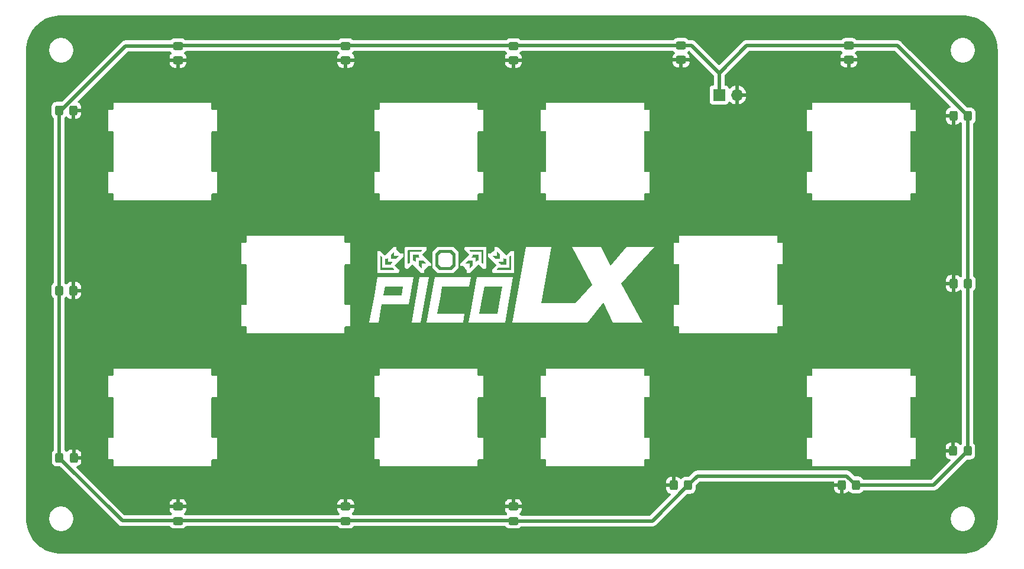
<source format=gbl>
%TF.GenerationSoftware,KiCad,Pcbnew,(7.0.0)*%
%TF.CreationDate,2023-03-23T02:07:03-06:00*%
%TF.ProjectId,MainPlate,4d61696e-506c-4617-9465-2e6b69636164,rev?*%
%TF.SameCoordinates,Original*%
%TF.FileFunction,Copper,L2,Bot*%
%TF.FilePolarity,Positive*%
%FSLAX46Y46*%
G04 Gerber Fmt 4.6, Leading zero omitted, Abs format (unit mm)*
G04 Created by KiCad (PCBNEW (7.0.0)) date 2023-03-23 02:07:03*
%MOMM*%
%LPD*%
G01*
G04 APERTURE LIST*
G04 Aperture macros list*
%AMRoundRect*
0 Rectangle with rounded corners*
0 $1 Rounding radius*
0 $2 $3 $4 $5 $6 $7 $8 $9 X,Y pos of 4 corners*
0 Add a 4 corners polygon primitive as box body*
4,1,4,$2,$3,$4,$5,$6,$7,$8,$9,$2,$3,0*
0 Add four circle primitives for the rounded corners*
1,1,$1+$1,$2,$3*
1,1,$1+$1,$4,$5*
1,1,$1+$1,$6,$7*
1,1,$1+$1,$8,$9*
0 Add four rect primitives between the rounded corners*
20,1,$1+$1,$2,$3,$4,$5,0*
20,1,$1+$1,$4,$5,$6,$7,0*
20,1,$1+$1,$6,$7,$8,$9,0*
20,1,$1+$1,$8,$9,$2,$3,0*%
G04 Aperture macros list end*
%TA.AperFunction,SMDPad,CuDef*%
%ADD10O,1.700000X1.700000*%
%TD*%
%TA.AperFunction,SMDPad,CuDef*%
%ADD11R,1.700000X1.700000*%
%TD*%
%TA.AperFunction,SMDPad,CuDef*%
%ADD12RoundRect,0.250000X-0.325000X-0.450000X0.325000X-0.450000X0.325000X0.450000X-0.325000X0.450000X0*%
%TD*%
%TA.AperFunction,SMDPad,CuDef*%
%ADD13RoundRect,0.250000X-0.450000X0.325000X-0.450000X-0.325000X0.450000X-0.325000X0.450000X0.325000X0*%
%TD*%
%TA.AperFunction,SMDPad,CuDef*%
%ADD14RoundRect,0.250000X0.325000X0.450000X-0.325000X0.450000X-0.325000X-0.450000X0.325000X-0.450000X0*%
%TD*%
%TA.AperFunction,SMDPad,CuDef*%
%ADD15RoundRect,0.250000X0.450000X-0.325000X0.450000X0.325000X-0.450000X0.325000X-0.450000X-0.325000X0*%
%TD*%
%TA.AperFunction,Conductor*%
%ADD16C,0.500000*%
%TD*%
G04 APERTURE END LIST*
D10*
%TO.P,J1,2,Pin_2*%
%TO.N,GND*%
X181989999Y-72999999D03*
D11*
%TO.P,J1,1,Pin_1*%
%TO.N,+3V3*%
X179449999Y-72999999D03*
%TD*%
D12*
%TO.P,LED16,1,K*%
%TO.N,GND*%
X212974999Y-76000000D03*
%TO.P,LED16,2,A*%
%TO.N,+3V3*%
X215024999Y-76000000D03*
%TD*%
%TO.P,LED15,1,K*%
%TO.N,GND*%
X212975000Y-100000000D03*
%TO.P,LED15,2,A*%
%TO.N,+3V3*%
X215025000Y-100000000D03*
%TD*%
%TO.P,LED14,2,A*%
%TO.N,+3V3*%
X215000001Y-124000000D03*
%TO.P,LED14,1,K*%
%TO.N,GND*%
X212950001Y-124000000D03*
%TD*%
%TO.P,LED13,2,A*%
%TO.N,+3V3*%
X199018000Y-128879600D03*
%TO.P,LED13,1,K*%
%TO.N,GND*%
X196968000Y-128879600D03*
%TD*%
%TO.P,LED12,2,A*%
%TO.N,+3V3*%
X174989600Y-128905000D03*
%TO.P,LED12,1,K*%
%TO.N,GND*%
X172939600Y-128905000D03*
%TD*%
D13*
%TO.P,LED11,1,K*%
%TO.N,GND*%
X150000000Y-131975000D03*
%TO.P,LED11,2,A*%
%TO.N,+3V3*%
X150000000Y-134025000D03*
%TD*%
%TO.P,LED10,1,K*%
%TO.N,GND*%
X126000000Y-131975000D03*
%TO.P,LED10,2,A*%
%TO.N,+3V3*%
X126000000Y-134025000D03*
%TD*%
%TO.P,LED9,1,K*%
%TO.N,GND*%
X102000000Y-131975000D03*
%TO.P,LED9,2,A*%
%TO.N,+3V3*%
X102000000Y-134025000D03*
%TD*%
D14*
%TO.P,LED8,2,A*%
%TO.N,+3V3*%
X85024999Y-125000000D03*
%TO.P,LED8,1,K*%
%TO.N,GND*%
X87074999Y-125000000D03*
%TD*%
%TO.P,LED7,1,K*%
%TO.N,GND*%
X87025000Y-101000000D03*
%TO.P,LED7,2,A*%
%TO.N,+3V3*%
X84975000Y-101000000D03*
%TD*%
%TO.P,LED6,2,A*%
%TO.N,+3V3*%
X84975000Y-75200000D03*
%TO.P,LED6,1,K*%
%TO.N,GND*%
X87025000Y-75200000D03*
%TD*%
D15*
%TO.P,LED5,2,A*%
%TO.N,+3V3*%
X102000000Y-65950000D03*
%TO.P,LED5,1,K*%
%TO.N,GND*%
X102000000Y-68000000D03*
%TD*%
%TO.P,LED4,1,K*%
%TO.N,GND*%
X126000000Y-68000000D03*
%TO.P,LED4,2,A*%
%TO.N,+3V3*%
X126000000Y-65950000D03*
%TD*%
%TO.P,LED3,1,K*%
%TO.N,GND*%
X150000000Y-68000000D03*
%TO.P,LED3,2,A*%
%TO.N,+3V3*%
X150000000Y-65950000D03*
%TD*%
%TO.P,LED2,1,K*%
%TO.N,GND*%
X174000000Y-67975001D03*
%TO.P,LED2,2,A*%
%TO.N,+3V3*%
X174000000Y-65925001D03*
%TD*%
%TO.P,LED1,1,K*%
%TO.N,GND*%
X198000000Y-67975001D03*
%TO.P,LED1,2,A*%
%TO.N,+3V3*%
X198000000Y-65925001D03*
%TD*%
D16*
%TO.N,+3V3*%
X149975001Y-134000001D02*
X150000000Y-134025000D01*
X94025000Y-134000001D02*
X149975001Y-134000001D01*
X169869600Y-134025000D02*
X150000000Y-134025000D01*
X174989600Y-128905000D02*
X169869600Y-134025000D01*
X176310400Y-127584200D02*
X174989600Y-128905000D01*
X197722600Y-127584200D02*
X176310400Y-127584200D01*
X199018000Y-128879600D02*
X197722600Y-127584200D01*
X210120401Y-128879600D02*
X215000001Y-124000000D01*
X199018000Y-128879600D02*
X210120401Y-128879600D01*
X204950000Y-65925001D02*
X198000000Y-65925001D01*
X215024999Y-76000000D02*
X204950000Y-65925001D01*
X215000001Y-76024998D02*
X215024999Y-76000000D01*
X215000001Y-124000000D02*
X215000001Y-76024998D01*
X85024999Y-125000000D02*
X94025000Y-134000001D01*
X84975000Y-124950001D02*
X85024999Y-125000000D01*
X84975000Y-75200000D02*
X84975000Y-124950001D01*
X85260051Y-75200000D02*
X84975000Y-75200000D01*
X94510051Y-65950000D02*
X85260051Y-75200000D01*
X102000000Y-65950000D02*
X94510051Y-65950000D01*
X102024999Y-65925001D02*
X102000000Y-65950000D01*
X174000000Y-65925001D02*
X102024999Y-65925001D01*
X179452000Y-69849000D02*
X183388000Y-65913000D01*
X179450000Y-69849000D02*
X179452000Y-69849000D01*
X183388000Y-65913000D02*
X197987999Y-65913000D01*
X197987999Y-65913000D02*
X198000000Y-65925001D01*
X179450000Y-69849000D02*
X179450000Y-73000000D01*
X175526001Y-65925001D02*
X179450000Y-69849000D01*
X174000000Y-65925001D02*
X175526001Y-65925001D01*
%TD*%
%TA.AperFunction,Conductor*%
%TO.N,GND*%
G36*
X132861949Y-94751945D02*
G01*
X131615314Y-95998631D01*
X131610158Y-96001607D01*
X131604206Y-96001607D01*
X131599050Y-95998631D01*
X131594742Y-95994323D01*
X130967420Y-95366975D01*
X130966287Y-95366976D01*
X130966283Y-95366976D01*
X130651161Y-95367477D01*
X130651107Y-95367477D01*
X130651084Y-95367478D01*
X130651056Y-95367478D01*
X130650993Y-95367480D01*
X130638709Y-95367864D01*
X130638681Y-95367865D01*
X130638515Y-95367871D01*
X130638332Y-95367888D01*
X130638326Y-95367889D01*
X130626910Y-95368987D01*
X130626890Y-95368989D01*
X130626699Y-95369008D01*
X130626502Y-95369040D01*
X130626483Y-95369043D01*
X130615815Y-95370804D01*
X130615801Y-95370806D01*
X130615612Y-95370838D01*
X130615435Y-95370880D01*
X130615411Y-95370885D01*
X130605434Y-95373264D01*
X130605418Y-95373268D01*
X130605231Y-95373313D01*
X130605046Y-95373371D01*
X130605037Y-95373374D01*
X130595736Y-95376317D01*
X130595717Y-95376323D01*
X130595533Y-95376382D01*
X130595362Y-95376450D01*
X130595335Y-95376460D01*
X130586694Y-95379916D01*
X130586684Y-95379920D01*
X130586495Y-95379996D01*
X130586320Y-95380081D01*
X130586301Y-95380090D01*
X130578294Y-95384007D01*
X130578270Y-95384019D01*
X130578094Y-95384106D01*
X130577912Y-95384212D01*
X130577898Y-95384220D01*
X130570499Y-95388549D01*
X130570306Y-95388662D01*
X130570133Y-95388780D01*
X130570122Y-95388788D01*
X130563277Y-95393498D01*
X130563252Y-95393516D01*
X130563109Y-95393615D01*
X130562964Y-95393730D01*
X130562949Y-95393742D01*
X130556632Y-95398790D01*
X130556616Y-95398803D01*
X130556478Y-95398914D01*
X130556347Y-95399033D01*
X130556330Y-95399049D01*
X130550535Y-95404377D01*
X130550509Y-95404402D01*
X130550391Y-95404511D01*
X130550282Y-95404624D01*
X130550259Y-95404648D01*
X130544942Y-95410232D01*
X130544925Y-95410250D01*
X130544826Y-95410355D01*
X130544726Y-95410473D01*
X130544711Y-95410491D01*
X130539877Y-95416253D01*
X130539864Y-95416269D01*
X130539757Y-95416397D01*
X130539658Y-95416529D01*
X130539648Y-95416543D01*
X130535252Y-95422467D01*
X130535238Y-95422486D01*
X130535163Y-95422588D01*
X130535102Y-95422679D01*
X130535082Y-95422709D01*
X130531100Y-95428756D01*
X130531020Y-95428878D01*
X130530965Y-95428971D01*
X130530948Y-95428999D01*
X130527362Y-95435119D01*
X130527305Y-95435217D01*
X130527267Y-95435287D01*
X130527249Y-95435322D01*
X130524049Y-95441451D01*
X130524035Y-95441479D01*
X130523995Y-95441556D01*
X130523956Y-95441638D01*
X130523945Y-95441662D01*
X130521132Y-95447704D01*
X130521120Y-95447731D01*
X130521067Y-95447846D01*
X130521013Y-95447981D01*
X130521011Y-95447988D01*
X130516445Y-95459612D01*
X130516262Y-95460077D01*
X130516204Y-95460263D01*
X130516201Y-95460272D01*
X130512762Y-95471330D01*
X130512760Y-95471337D01*
X130512705Y-95471515D01*
X130512666Y-95471673D01*
X130512661Y-95471693D01*
X130510245Y-95481619D01*
X130510239Y-95481646D01*
X130510211Y-95481762D01*
X130510187Y-95481886D01*
X130510184Y-95481904D01*
X130508616Y-95490303D01*
X130508594Y-95490423D01*
X130508579Y-95490527D01*
X130508576Y-95490549D01*
X130508576Y-95490552D01*
X130507668Y-95497100D01*
X130507658Y-95497208D01*
X130507656Y-95497229D01*
X130507173Y-95502660D01*
X130507173Y-95502664D01*
X130507151Y-95502917D01*
X130507151Y-95503175D01*
X130507151Y-95503176D01*
X130507151Y-98339462D01*
X130507301Y-98348193D01*
X130507331Y-98349878D01*
X130507861Y-98359821D01*
X130507869Y-98359917D01*
X130507872Y-98359948D01*
X130508713Y-98369154D01*
X130508716Y-98369181D01*
X130508727Y-98369301D01*
X130508740Y-98369407D01*
X130508745Y-98369444D01*
X130509892Y-98378184D01*
X130509896Y-98378211D01*
X130509912Y-98378331D01*
X130509928Y-98378425D01*
X130509933Y-98378456D01*
X130510809Y-98383501D01*
X130511403Y-98386921D01*
X130511429Y-98387042D01*
X130511430Y-98387045D01*
X130513160Y-98394976D01*
X130513168Y-98395009D01*
X130513184Y-98395082D01*
X130513207Y-98395170D01*
X130513213Y-98395193D01*
X130515202Y-98402683D01*
X130515240Y-98402826D01*
X130515277Y-98402943D01*
X130515285Y-98402971D01*
X130517088Y-98408684D01*
X130517555Y-98410163D01*
X130517592Y-98410263D01*
X130517597Y-98410278D01*
X130518492Y-98412703D01*
X130520116Y-98417104D01*
X130520157Y-98417201D01*
X130520164Y-98417218D01*
X130522844Y-98423516D01*
X130522856Y-98423543D01*
X130522907Y-98423662D01*
X130522970Y-98423792D01*
X130522983Y-98423820D01*
X130525846Y-98429711D01*
X130525912Y-98429846D01*
X130525969Y-98429950D01*
X130525977Y-98429965D01*
X130525994Y-98429995D01*
X130529118Y-98435669D01*
X130529344Y-98436034D01*
X130532423Y-98441005D01*
X130532436Y-98441025D01*
X130532508Y-98441141D01*
X130532587Y-98441256D01*
X130532595Y-98441267D01*
X130533698Y-98442857D01*
X130536068Y-98446273D01*
X130536165Y-98446398D01*
X130536172Y-98446408D01*
X130539702Y-98450973D01*
X130539782Y-98451076D01*
X130543637Y-98455562D01*
X130543970Y-98455848D01*
X130548008Y-98459317D01*
X130548018Y-98459325D01*
X130548118Y-98459411D01*
X130552917Y-98463122D01*
X130553049Y-98463213D01*
X130553051Y-98463215D01*
X130554233Y-98464035D01*
X130558045Y-98466678D01*
X130560406Y-98468140D01*
X130563394Y-98469991D01*
X130563402Y-98469995D01*
X130563514Y-98470065D01*
X130569333Y-98473268D01*
X130575515Y-98476272D01*
X130582070Y-98479060D01*
X130589009Y-98481620D01*
X130592856Y-98482834D01*
X130596210Y-98483893D01*
X130596220Y-98483895D01*
X130596344Y-98483935D01*
X130604085Y-98485989D01*
X130612243Y-98487770D01*
X130612363Y-98487790D01*
X130612364Y-98487791D01*
X130620743Y-98489245D01*
X130620746Y-98489245D01*
X130620830Y-98489260D01*
X130629856Y-98490445D01*
X130639333Y-98491311D01*
X130649272Y-98491841D01*
X130659683Y-98492021D01*
X133495997Y-98492021D01*
X133496255Y-98492021D01*
X133502071Y-98491503D01*
X133508746Y-98490578D01*
X133517405Y-98488960D01*
X133527649Y-98486465D01*
X133539084Y-98482906D01*
X133551311Y-98478099D01*
X133557598Y-98475169D01*
X133563935Y-98471857D01*
X133570272Y-98468140D01*
X133576559Y-98463995D01*
X133582747Y-98459398D01*
X133588786Y-98454327D01*
X133594627Y-98448758D01*
X133600221Y-98442668D01*
X133605516Y-98436034D01*
X133610465Y-98428833D01*
X133615018Y-98421040D01*
X133619124Y-98412634D01*
X133622734Y-98403591D01*
X133625799Y-98393888D01*
X133628269Y-98383501D01*
X133630095Y-98372408D01*
X133631227Y-98360585D01*
X133631615Y-98348009D01*
X133632118Y-98031699D01*
X133600741Y-98000323D01*
X133000461Y-97400068D01*
X132997485Y-97394913D01*
X132997485Y-97388960D01*
X133000459Y-97383806D01*
X134257541Y-96126727D01*
X134257541Y-95714135D01*
X134255254Y-95714135D01*
X133849686Y-95714135D01*
X133845285Y-95713260D01*
X133841554Y-95710766D01*
X133621361Y-95490552D01*
X133564941Y-95434126D01*
X133288327Y-95157539D01*
X133285834Y-95153809D01*
X133284959Y-95149408D01*
X133284959Y-94752260D01*
X134546811Y-94753199D01*
X134543153Y-94754550D01*
X134543124Y-94754561D01*
X134543028Y-94754597D01*
X134542918Y-94754643D01*
X134542900Y-94754651D01*
X134536589Y-94757338D01*
X134536568Y-94757347D01*
X134536473Y-94757388D01*
X134536378Y-94757433D01*
X134536363Y-94757441D01*
X134530409Y-94760335D01*
X134530389Y-94760345D01*
X134530291Y-94760393D01*
X134530188Y-94760449D01*
X134530172Y-94760458D01*
X134524595Y-94763528D01*
X134524565Y-94763545D01*
X134524470Y-94763598D01*
X134524345Y-94763674D01*
X134524339Y-94763679D01*
X134519138Y-94766903D01*
X134519124Y-94766911D01*
X134519000Y-94766989D01*
X134518900Y-94767058D01*
X134518873Y-94767076D01*
X134515020Y-94769750D01*
X134513870Y-94770548D01*
X134513769Y-94770625D01*
X134513750Y-94770640D01*
X134509190Y-94774167D01*
X134509168Y-94774184D01*
X134509067Y-94774263D01*
X134508973Y-94774342D01*
X134508953Y-94774360D01*
X134504914Y-94777830D01*
X134504907Y-94777836D01*
X134504581Y-94778117D01*
X134504300Y-94778443D01*
X134504294Y-94778450D01*
X134501524Y-94781675D01*
X134500727Y-94782603D01*
X134500658Y-94782691D01*
X134500641Y-94782713D01*
X134497105Y-94787285D01*
X134497081Y-94787317D01*
X134497012Y-94787407D01*
X134496944Y-94787504D01*
X134496933Y-94787520D01*
X134493515Y-94792446D01*
X134493501Y-94792467D01*
X134493452Y-94792538D01*
X134493403Y-94792616D01*
X134493386Y-94792643D01*
X134490142Y-94797879D01*
X134490139Y-94797885D01*
X134490062Y-94798010D01*
X134489999Y-94798123D01*
X134489987Y-94798145D01*
X134486932Y-94803695D01*
X134486857Y-94803832D01*
X134486812Y-94803924D01*
X134486794Y-94803959D01*
X134483902Y-94809909D01*
X134483888Y-94809938D01*
X134483851Y-94810016D01*
X134483807Y-94810118D01*
X134483804Y-94810126D01*
X134481109Y-94816458D01*
X134481096Y-94816489D01*
X134481061Y-94816573D01*
X134481026Y-94816666D01*
X134481016Y-94816693D01*
X134478542Y-94823396D01*
X134478528Y-94823434D01*
X134478500Y-94823513D01*
X134478467Y-94823615D01*
X134478459Y-94823641D01*
X134476234Y-94830689D01*
X134476227Y-94830710D01*
X134476184Y-94830849D01*
X134476152Y-94830969D01*
X134476146Y-94830990D01*
X134474162Y-94838460D01*
X134474159Y-94838474D01*
X134474128Y-94838591D01*
X134474105Y-94838692D01*
X134474098Y-94838725D01*
X134472374Y-94846629D01*
X134472348Y-94846750D01*
X134472330Y-94846853D01*
X134472323Y-94846890D01*
X134471720Y-94850366D01*
X134470857Y-94855337D01*
X134470844Y-94855434D01*
X134470839Y-94855468D01*
X134469689Y-94864222D01*
X134469685Y-94864248D01*
X134469671Y-94864363D01*
X134469661Y-94864471D01*
X134469656Y-94864517D01*
X134468814Y-94873746D01*
X134468811Y-94873785D01*
X134468806Y-94873840D01*
X134468805Y-94873858D01*
X134468801Y-94873916D01*
X134468278Y-94883709D01*
X134468276Y-94883744D01*
X134468275Y-94883779D01*
X134468275Y-94883801D01*
X134468273Y-94883862D01*
X134468241Y-94885739D01*
X134468095Y-94894190D01*
X134468095Y-97140292D01*
X134468095Y-97159103D01*
X134468095Y-97730761D01*
X134468116Y-97731000D01*
X134468117Y-97731017D01*
X134468598Y-97736422D01*
X134468612Y-97736577D01*
X134468632Y-97736725D01*
X134468634Y-97736738D01*
X134469515Y-97743099D01*
X134469518Y-97743116D01*
X134469537Y-97743253D01*
X134471153Y-97751911D01*
X134471191Y-97752067D01*
X134473604Y-97761982D01*
X134473609Y-97762000D01*
X134473647Y-97762156D01*
X134473699Y-97762323D01*
X134473701Y-97762330D01*
X134477145Y-97773403D01*
X134477151Y-97773422D01*
X134477204Y-97773590D01*
X134477370Y-97774013D01*
X134481948Y-97785661D01*
X134481951Y-97785668D01*
X134482010Y-97785817D01*
X134484939Y-97792105D01*
X134484996Y-97792214D01*
X134488169Y-97798287D01*
X134488177Y-97798302D01*
X134488250Y-97798441D01*
X134491966Y-97804778D01*
X134496111Y-97811065D01*
X134496196Y-97811179D01*
X134496202Y-97811188D01*
X134497821Y-97813367D01*
X134500707Y-97817253D01*
X134500839Y-97817410D01*
X134505643Y-97823133D01*
X134505654Y-97823145D01*
X134505778Y-97823293D01*
X134505905Y-97823426D01*
X134505912Y-97823434D01*
X134507687Y-97825296D01*
X134511347Y-97829134D01*
X134517437Y-97834727D01*
X134524071Y-97840023D01*
X134524241Y-97840139D01*
X134524248Y-97840145D01*
X134530170Y-97844214D01*
X134531273Y-97844972D01*
X134531452Y-97845076D01*
X134531459Y-97845081D01*
X134535639Y-97847522D01*
X134539066Y-97849524D01*
X134547472Y-97853630D01*
X134556516Y-97857240D01*
X134566221Y-97860305D01*
X134576609Y-97862776D01*
X134587704Y-97864601D01*
X134599529Y-97865733D01*
X134612108Y-97866122D01*
X134928391Y-97866625D01*
X135560049Y-97234966D01*
X135565203Y-97231992D01*
X135571156Y-97231992D01*
X135576311Y-97234968D01*
X136800578Y-98459287D01*
X136833364Y-98492074D01*
X137243695Y-98492074D01*
X137245982Y-98492074D01*
X137245982Y-98084220D01*
X137249350Y-98076088D01*
X137802552Y-97522886D01*
X137810684Y-97519518D01*
X138216250Y-97519518D01*
X138218537Y-97519518D01*
X138218537Y-97106874D01*
X136961457Y-95849821D01*
X136958482Y-95844666D01*
X136958482Y-95838713D01*
X136961458Y-95833558D01*
X137060540Y-95734480D01*
X137593115Y-95201927D01*
X137592639Y-94885592D01*
X137592244Y-94873018D01*
X137591105Y-94861197D01*
X137589273Y-94850107D01*
X137586797Y-94839722D01*
X137583726Y-94830021D01*
X137580111Y-94820981D01*
X137578013Y-94816693D01*
X137576100Y-94812781D01*
X137576097Y-94812776D01*
X137576000Y-94812577D01*
X137571443Y-94804787D01*
X137566870Y-94798140D01*
X137566601Y-94797749D01*
X137566597Y-94797744D01*
X137566490Y-94797588D01*
X137561191Y-94790956D01*
X137555594Y-94784868D01*
X137551887Y-94781337D01*
X137549888Y-94779432D01*
X137549880Y-94779425D01*
X137549750Y-94779301D01*
X137543708Y-94774232D01*
X137537517Y-94769638D01*
X137531228Y-94765495D01*
X137528131Y-94763680D01*
X137525011Y-94761851D01*
X137524996Y-94761843D01*
X137524889Y-94761780D01*
X137522122Y-94760335D01*
X137518669Y-94758531D01*
X137518649Y-94758521D01*
X137518551Y-94758470D01*
X137518424Y-94758411D01*
X137518410Y-94758404D01*
X137512426Y-94755618D01*
X137512416Y-94755613D01*
X137512262Y-94755542D01*
X137512109Y-94755482D01*
X137512086Y-94755472D01*
X137511922Y-94755407D01*
X139137449Y-94756618D01*
X138430630Y-95463438D01*
X138430629Y-95463439D01*
X138429013Y-95465056D01*
X138429013Y-95730486D01*
X138429013Y-97503168D01*
X138429013Y-97768598D01*
X139152437Y-98492022D01*
X141453691Y-98492022D01*
X141455978Y-98492022D01*
X142179402Y-97768598D01*
X142179402Y-95465057D01*
X141472703Y-94758357D01*
X143087812Y-94759560D01*
X143083672Y-94761724D01*
X143083643Y-94761739D01*
X143083536Y-94761796D01*
X143083428Y-94761859D01*
X143083398Y-94761876D01*
X143077332Y-94765435D01*
X143077315Y-94765445D01*
X143077200Y-94765513D01*
X143077095Y-94765581D01*
X143077076Y-94765594D01*
X143071034Y-94769577D01*
X143071019Y-94769586D01*
X143070912Y-94769658D01*
X143070807Y-94769735D01*
X143070787Y-94769750D01*
X143064865Y-94774149D01*
X143064842Y-94774167D01*
X143064724Y-94774255D01*
X143064609Y-94774351D01*
X143064592Y-94774365D01*
X143059728Y-94778450D01*
X143058685Y-94779326D01*
X143058574Y-94779432D01*
X143058544Y-94779459D01*
X143052983Y-94784762D01*
X143052844Y-94784895D01*
X143052721Y-94785028D01*
X143052714Y-94785036D01*
X143047396Y-94790825D01*
X143047383Y-94790840D01*
X143047250Y-94790985D01*
X143047118Y-94791149D01*
X143047114Y-94791155D01*
X143042071Y-94797472D01*
X143042054Y-94797494D01*
X143041955Y-94797619D01*
X143040515Y-94799713D01*
X143037117Y-94804657D01*
X143037105Y-94804675D01*
X143037006Y-94804820D01*
X143036908Y-94804988D01*
X143032557Y-94812434D01*
X143032550Y-94812445D01*
X143032453Y-94812613D01*
X143032371Y-94812781D01*
X143032358Y-94812806D01*
X143028444Y-94820819D01*
X143028437Y-94820834D01*
X143028347Y-94821019D01*
X143028280Y-94821187D01*
X143028264Y-94821224D01*
X143024829Y-94829831D01*
X143024737Y-94830062D01*
X143024676Y-94830252D01*
X143024672Y-94830266D01*
X143021731Y-94839576D01*
X143021725Y-94839594D01*
X143021672Y-94839765D01*
X143021633Y-94839927D01*
X143021626Y-94839954D01*
X143019248Y-94849951D01*
X143019243Y-94849972D01*
X143019201Y-94850152D01*
X143019169Y-94850343D01*
X143019165Y-94850366D01*
X143018372Y-94855191D01*
X143017376Y-94861245D01*
X143017358Y-94861429D01*
X143017356Y-94861447D01*
X143016260Y-94872891D01*
X143016258Y-94872919D01*
X143016244Y-94873068D01*
X143016240Y-94873211D01*
X143016238Y-94873242D01*
X143015857Y-94885567D01*
X143015855Y-94885645D01*
X143015854Y-94885685D01*
X143015854Y-94885739D01*
X143015380Y-95200816D01*
X143015380Y-95200819D01*
X143015379Y-95201953D01*
X143016180Y-95202754D01*
X143016181Y-95202755D01*
X143052785Y-95239357D01*
X143544296Y-95730849D01*
X143647034Y-95833582D01*
X143650010Y-95838738D01*
X143650010Y-95844690D01*
X143647034Y-95849846D01*
X142390728Y-97106100D01*
X142390725Y-97106103D01*
X142389929Y-97106900D01*
X142389929Y-97229801D01*
X142389929Y-97297482D01*
X142389929Y-97519518D01*
X142797783Y-97519518D01*
X142802184Y-97520393D01*
X142805914Y-97522885D01*
X143082527Y-97799500D01*
X143345283Y-98062231D01*
X143359140Y-98076086D01*
X143361634Y-98079817D01*
X143362509Y-98084218D01*
X143362509Y-98492073D01*
X143773996Y-98492073D01*
X143775127Y-98492073D01*
X145032179Y-97234993D01*
X145037335Y-97232018D01*
X145043287Y-97232018D01*
X145048442Y-97234993D01*
X145680098Y-97866651D01*
X145996408Y-97866174D01*
X146008977Y-97865781D01*
X146020794Y-97864645D01*
X146031881Y-97862815D01*
X146042262Y-97860341D01*
X146051960Y-97857272D01*
X146060997Y-97853658D01*
X146069398Y-97849549D01*
X146077186Y-97844994D01*
X146084382Y-97840043D01*
X146091012Y-97834745D01*
X146097098Y-97829149D01*
X146102663Y-97823306D01*
X146107730Y-97817265D01*
X146112323Y-97811075D01*
X146116465Y-97804787D01*
X146120179Y-97798449D01*
X146123488Y-97792111D01*
X146126415Y-97785822D01*
X146131218Y-97773593D01*
X146134773Y-97762158D01*
X146137265Y-97751913D01*
X146138881Y-97743254D01*
X146139805Y-97736578D01*
X146140321Y-97730762D01*
X146140321Y-94894217D01*
X146140141Y-94883801D01*
X146139611Y-94873858D01*
X146138746Y-94864378D01*
X146137560Y-94855348D01*
X146136070Y-94846758D01*
X146134290Y-94838597D01*
X146132235Y-94830854D01*
X146129920Y-94823517D01*
X146127361Y-94816575D01*
X146124572Y-94810017D01*
X146121568Y-94803833D01*
X146118366Y-94798010D01*
X146118206Y-94797752D01*
X146115049Y-94792653D01*
X146115042Y-94792642D01*
X146114978Y-94792539D01*
X146111422Y-94787407D01*
X146107712Y-94782603D01*
X146103862Y-94778117D01*
X146099376Y-94774263D01*
X146094573Y-94770548D01*
X146094470Y-94770477D01*
X146094457Y-94770467D01*
X146089570Y-94767078D01*
X146089557Y-94767069D01*
X146089441Y-94766989D01*
X146089322Y-94766915D01*
X146089311Y-94766908D01*
X146084101Y-94763680D01*
X146083969Y-94763598D01*
X146083842Y-94763528D01*
X146083827Y-94763519D01*
X146080683Y-94761788D01*
X147323378Y-94762714D01*
X147323378Y-95149487D01*
X147322503Y-95153888D01*
X147320009Y-95157618D01*
X147043370Y-95434232D01*
X147005893Y-95471713D01*
X146766783Y-95710845D01*
X146763052Y-95713339D01*
X146758651Y-95714214D01*
X146350796Y-95714214D01*
X146350796Y-95716501D01*
X146350796Y-95936198D01*
X146350796Y-96003879D01*
X146350796Y-96126831D01*
X146351594Y-96127629D01*
X146351595Y-96127630D01*
X147607849Y-97383883D01*
X147610825Y-97389039D01*
X147610825Y-97394992D01*
X147607849Y-97400147D01*
X146976994Y-98030975D01*
X146976991Y-98030978D01*
X146976192Y-98031778D01*
X146976193Y-98032909D01*
X146976193Y-98032914D01*
X146976268Y-98079817D01*
X146976694Y-98348113D01*
X146976839Y-98352770D01*
X146977080Y-98360485D01*
X146977081Y-98360509D01*
X146977087Y-98360682D01*
X146978224Y-98372499D01*
X146978256Y-98372693D01*
X146978258Y-98372708D01*
X146980020Y-98383382D01*
X146980054Y-98383586D01*
X146980097Y-98383767D01*
X146980101Y-98383786D01*
X146982462Y-98393686D01*
X146982529Y-98393967D01*
X146982589Y-98394158D01*
X146982590Y-98394160D01*
X146985537Y-98403474D01*
X146985541Y-98403487D01*
X146985598Y-98403665D01*
X146989213Y-98412703D01*
X146989299Y-98412880D01*
X146989308Y-98412899D01*
X146993224Y-98420903D01*
X146993231Y-98420916D01*
X146993323Y-98421104D01*
X146997879Y-98428892D01*
X146997991Y-98429055D01*
X146997995Y-98429061D01*
X147002711Y-98435915D01*
X147002831Y-98436089D01*
X147008131Y-98442720D01*
X147013727Y-98448807D01*
X147013856Y-98448930D01*
X147013864Y-98448938D01*
X147019383Y-98454193D01*
X147019572Y-98454373D01*
X147025614Y-98459441D01*
X147031805Y-98464035D01*
X147038095Y-98468178D01*
X147044434Y-98471893D01*
X147050774Y-98475203D01*
X147057063Y-98478132D01*
X147069295Y-98482937D01*
X147080733Y-98486493D01*
X147090980Y-98488988D01*
X147099641Y-98490605D01*
X147106318Y-98491530D01*
X147112135Y-98492048D01*
X149948664Y-98492048D01*
X149948680Y-98492048D01*
X149959096Y-98491868D01*
X149969039Y-98491337D01*
X149978519Y-98490472D01*
X149987549Y-98489287D01*
X149996138Y-98487796D01*
X150004300Y-98486016D01*
X150012043Y-98483961D01*
X150019380Y-98481647D01*
X150026322Y-98479087D01*
X150032879Y-98476298D01*
X150039064Y-98473295D01*
X150044886Y-98470092D01*
X150050358Y-98466705D01*
X150055490Y-98463149D01*
X150060294Y-98459438D01*
X150064780Y-98455589D01*
X150068629Y-98451103D01*
X150072340Y-98446299D01*
X150075896Y-98441167D01*
X150079283Y-98435696D01*
X150082486Y-98429873D01*
X150085489Y-98423689D01*
X150088278Y-98417131D01*
X150090838Y-98410189D01*
X150093152Y-98402852D01*
X150095207Y-98395109D01*
X150096987Y-98386948D01*
X150098478Y-98378358D01*
X150099663Y-98369328D01*
X150100529Y-98359848D01*
X150101059Y-98349905D01*
X150101239Y-98339489D01*
X150101239Y-95502917D01*
X150100721Y-95497101D01*
X150099795Y-95490426D01*
X150098177Y-95481767D01*
X150095682Y-95471523D01*
X150092123Y-95460088D01*
X150087316Y-95447861D01*
X150084386Y-95441574D01*
X150081074Y-95435237D01*
X150080422Y-95434126D01*
X150077435Y-95429033D01*
X150077357Y-95428900D01*
X150073212Y-95422613D01*
X150068615Y-95416425D01*
X150063544Y-95410386D01*
X150063397Y-95410232D01*
X150061015Y-95407733D01*
X150057975Y-95404545D01*
X150051885Y-95398951D01*
X150048698Y-95396407D01*
X150045397Y-95393772D01*
X150045388Y-95393765D01*
X150045251Y-95393656D01*
X150038050Y-95388707D01*
X150030258Y-95384155D01*
X150030064Y-95384060D01*
X150022054Y-95380147D01*
X150022039Y-95380140D01*
X150021852Y-95380049D01*
X150021660Y-95379972D01*
X150021648Y-95379967D01*
X150012995Y-95376512D01*
X150012988Y-95376509D01*
X150012809Y-95376438D01*
X150012625Y-95376380D01*
X150012617Y-95376377D01*
X150003293Y-95373432D01*
X150003283Y-95373429D01*
X150003105Y-95373373D01*
X150002921Y-95373329D01*
X150002913Y-95373327D01*
X149992927Y-95370952D01*
X149992914Y-95370949D01*
X149992719Y-95370903D01*
X149992504Y-95370867D01*
X149992501Y-95370867D01*
X149981827Y-95369110D01*
X149981824Y-95369109D01*
X149981626Y-95369077D01*
X149981440Y-95369059D01*
X149981431Y-95369058D01*
X149969978Y-95367961D01*
X149969954Y-95367959D01*
X149969803Y-95367945D01*
X149969648Y-95367940D01*
X149969629Y-95367939D01*
X149957304Y-95367559D01*
X149957274Y-95367558D01*
X149957226Y-95367557D01*
X149957184Y-95367556D01*
X149957130Y-95367556D01*
X149642052Y-95367082D01*
X149642048Y-95367082D01*
X149640916Y-95367081D01*
X149640116Y-95367880D01*
X149640113Y-95367883D01*
X149009286Y-95998736D01*
X149004130Y-96001712D01*
X148998178Y-96001712D01*
X148993022Y-95998736D01*
X147849523Y-94855191D01*
X147757373Y-94763037D01*
X170140622Y-94779706D01*
X168456784Y-105650402D01*
X165445190Y-100035793D01*
X165443906Y-100028995D01*
X165446755Y-100022690D01*
X170140622Y-94779706D01*
X166196109Y-94779706D01*
X166195302Y-94780671D01*
X166195299Y-94780674D01*
X163923988Y-97499425D01*
X163917607Y-97503289D01*
X163910196Y-97502424D01*
X163904877Y-97497194D01*
X162546658Y-94779706D01*
X158431302Y-94779706D01*
X161200459Y-100035795D01*
X161266639Y-100161410D01*
X161267879Y-100168170D01*
X161265042Y-100174430D01*
X158916140Y-102804646D01*
X158912262Y-102807482D01*
X158907563Y-102808486D01*
X154021887Y-102808486D01*
X154015568Y-102806594D01*
X154011328Y-102801541D01*
X154010562Y-102794989D01*
X154428956Y-100422133D01*
X155423862Y-94779678D01*
X151758881Y-94779678D01*
X151758529Y-94781672D01*
X151758528Y-94781675D01*
X149844305Y-105637772D01*
X129386508Y-105623890D01*
X130687287Y-105623890D01*
X130689316Y-105623890D01*
X135430385Y-105623890D01*
X136731163Y-105623890D01*
X136733192Y-105623890D01*
X137565784Y-105623890D01*
X142775041Y-105623890D01*
X142777069Y-105623890D01*
X143609608Y-105623890D01*
X148818893Y-105623890D01*
X148820921Y-105623890D01*
X149969504Y-99109823D01*
X144758217Y-99109823D01*
X144757865Y-99111817D01*
X144757864Y-99111820D01*
X143839329Y-104321082D01*
X143609900Y-105622230D01*
X143609900Y-105622232D01*
X143609608Y-105623890D01*
X142777069Y-105623890D01*
X143006779Y-104321082D01*
X143005093Y-104321082D01*
X139112008Y-104321082D01*
X139105689Y-104319190D01*
X139101449Y-104314137D01*
X139100683Y-104307585D01*
X139560124Y-101701943D01*
X139785787Y-100422132D01*
X139789720Y-100415320D01*
X139797112Y-100412630D01*
X143693912Y-100412630D01*
X143695941Y-100412630D01*
X143925679Y-99109823D01*
X138714392Y-99109823D01*
X138714040Y-99111817D01*
X138714039Y-99111820D01*
X137566076Y-105622230D01*
X137566076Y-105622232D01*
X137565784Y-105623890D01*
X136733192Y-105623890D01*
X137881802Y-99109823D01*
X136578993Y-99109823D01*
X136578641Y-99111817D01*
X136578640Y-99111820D01*
X135430677Y-105622230D01*
X135430677Y-105622232D01*
X135430385Y-105623890D01*
X130689316Y-105623890D01*
X131147089Y-103027777D01*
X131151022Y-103020965D01*
X131158414Y-103018275D01*
X135055214Y-103018275D01*
X135057243Y-103018275D01*
X135746403Y-99109823D01*
X130535117Y-99109823D01*
X130534765Y-99111817D01*
X130534764Y-99111820D01*
X130075675Y-101715440D01*
X129386800Y-105622230D01*
X129386800Y-105622232D01*
X129386508Y-105623890D01*
X130250000Y-94750000D01*
X132861949Y-94751945D01*
G37*
%TD.AperFunction*%
%TA.AperFunction,Conductor*%
G36*
X162899238Y-102757548D02*
G01*
X162904572Y-102762971D01*
X164262435Y-105647555D01*
X160556528Y-105645041D01*
X162885221Y-102760643D01*
X162891686Y-102756640D01*
X162899238Y-102757548D01*
G37*
%TD.AperFunction*%
%TD*%
%TA.AperFunction,NonConductor*%
G36*
X132923797Y-95451484D02*
G01*
X132927162Y-95459612D01*
X132927162Y-96072036D01*
X133539555Y-96072036D01*
X133547683Y-96075401D01*
X133551055Y-96083526D01*
X133547697Y-96091657D01*
X133145530Y-96494875D01*
X133141796Y-96497376D01*
X133137388Y-96498254D01*
X132512443Y-96498279D01*
X132504312Y-96494911D01*
X132500943Y-96486780D01*
X132500922Y-96226604D01*
X132500892Y-95861779D01*
X132501770Y-95857372D01*
X132504268Y-95853640D01*
X132907541Y-95451468D01*
X132915672Y-95448112D01*
X132923797Y-95451484D01*
G37*
%TD.AperFunction*%
%TA.AperFunction,NonConductor*%
G36*
X147700874Y-95451496D02*
G01*
X148104092Y-95853663D01*
X148106593Y-95857397D01*
X148107471Y-95861805D01*
X148107471Y-96486755D01*
X148104103Y-96494886D01*
X148095972Y-96498254D01*
X148030453Y-96498260D01*
X147471027Y-96498305D01*
X147466618Y-96497427D01*
X147462883Y-96494926D01*
X147060690Y-96091657D01*
X147057333Y-96083526D01*
X147060705Y-96075401D01*
X147068833Y-96072036D01*
X147678966Y-96072036D01*
X147681253Y-96072036D01*
X147681253Y-95459638D01*
X147684618Y-95451510D01*
X147692743Y-95448138D01*
X147700874Y-95451496D01*
G37*
%TD.AperFunction*%
%TA.AperFunction,NonConductor*%
G36*
X144995864Y-95881093D02*
G01*
X144998087Y-95883803D01*
X145000887Y-95886101D01*
X145002824Y-95892489D01*
X145002824Y-96722154D01*
X144999456Y-96730286D01*
X144991324Y-96733654D01*
X144791104Y-96733654D01*
X144789487Y-96735266D01*
X144789486Y-96735267D01*
X144596240Y-96928034D01*
X144588133Y-96931392D01*
X144580017Y-96928055D01*
X144576618Y-96919966D01*
X144572769Y-96310055D01*
X144571898Y-96310055D01*
X144571898Y-96309182D01*
X144569620Y-96309167D01*
X144569619Y-96309167D01*
X143961903Y-96305358D01*
X143953813Y-96301959D01*
X143950475Y-96293844D01*
X143953831Y-96285739D01*
X144148219Y-96090823D01*
X144148219Y-95890655D01*
X144151587Y-95882523D01*
X144159719Y-95879155D01*
X144989475Y-95879155D01*
X144995864Y-95881093D01*
G37*
%TD.AperFunction*%
%TA.AperFunction,NonConductor*%
G36*
X136456722Y-95882496D02*
G01*
X136460090Y-95890628D01*
X136460090Y-96090821D01*
X136461702Y-96092437D01*
X136461703Y-96092438D01*
X136654499Y-96285712D01*
X136657857Y-96293819D01*
X136654520Y-96301935D01*
X136646430Y-96305334D01*
X136038795Y-96309167D01*
X136038793Y-96309167D01*
X136036519Y-96309182D01*
X136036519Y-96310055D01*
X136035646Y-96310055D01*
X136035631Y-96312329D01*
X136035631Y-96312331D01*
X136031797Y-96919996D01*
X136028398Y-96928085D01*
X136020283Y-96931423D01*
X136012176Y-96928065D01*
X135866712Y-96782980D01*
X135817284Y-96733681D01*
X135617092Y-96733681D01*
X135608960Y-96730313D01*
X135605592Y-96722181D01*
X135605592Y-95892478D01*
X135607530Y-95886089D01*
X135610239Y-95883865D01*
X135612537Y-95881066D01*
X135618926Y-95879128D01*
X136448590Y-95879128D01*
X136456722Y-95882496D01*
G37*
%TD.AperFunction*%
%TA.AperFunction,NonConductor*%
G36*
X145570946Y-95165046D02*
G01*
X145570973Y-95165047D01*
X145580428Y-95165236D01*
X145580873Y-95165255D01*
X145589643Y-95165797D01*
X145590101Y-95165836D01*
X145598410Y-95166715D01*
X145598918Y-95166781D01*
X145606784Y-95167979D01*
X145607277Y-95168066D01*
X145614730Y-95169566D01*
X145615252Y-95169685D01*
X145622260Y-95171459D01*
X145622806Y-95171612D01*
X145629398Y-95173642D01*
X145629926Y-95173819D01*
X145636189Y-95176113D01*
X145636697Y-95176316D01*
X145642566Y-95178828D01*
X145643099Y-95179074D01*
X145645794Y-95180405D01*
X145648582Y-95181783D01*
X145649135Y-95182075D01*
X145654268Y-95184972D01*
X145654785Y-95185283D01*
X145659613Y-95188371D01*
X145660096Y-95188698D01*
X145664625Y-95191959D01*
X145665095Y-95192318D01*
X145669270Y-95195686D01*
X145669301Y-95195711D01*
X145669771Y-95196112D01*
X145673684Y-95199633D01*
X145674126Y-95200052D01*
X145677985Y-95203913D01*
X145677993Y-95203921D01*
X145677985Y-95203914D01*
X145681851Y-95207773D01*
X145682270Y-95208214D01*
X145685804Y-95212136D01*
X145686195Y-95212594D01*
X145688905Y-95215949D01*
X145689595Y-95216804D01*
X145689966Y-95217290D01*
X145693220Y-95221804D01*
X145693564Y-95222311D01*
X145696635Y-95227110D01*
X145696963Y-95227655D01*
X145699853Y-95232774D01*
X145700149Y-95233333D01*
X145702853Y-95238804D01*
X145703115Y-95239373D01*
X145705605Y-95245189D01*
X145705832Y-95245760D01*
X145708100Y-95251953D01*
X145708292Y-95252525D01*
X145710317Y-95259104D01*
X145710475Y-95259666D01*
X145712247Y-95266669D01*
X145712372Y-95267222D01*
X145713859Y-95274614D01*
X145713954Y-95275153D01*
X145715145Y-95282986D01*
X145715212Y-95283506D01*
X145716088Y-95291792D01*
X145716130Y-95292293D01*
X145716669Y-95301031D01*
X145716689Y-95301508D01*
X145716877Y-95310863D01*
X145716879Y-95311093D01*
X145716959Y-97140293D01*
X145716959Y-97147746D01*
X145713631Y-97155837D01*
X145705573Y-97159245D01*
X145578602Y-97160509D01*
X145574137Y-97159655D01*
X145570351Y-97157137D01*
X145428567Y-97015178D01*
X145425204Y-97007051D01*
X145425204Y-95459061D01*
X145425204Y-95456774D01*
X143874845Y-95456774D01*
X143866719Y-95453412D01*
X143861437Y-95448138D01*
X143724736Y-95311631D01*
X143722216Y-95307843D01*
X143721363Y-95303374D01*
X143721387Y-95301031D01*
X143722677Y-95176347D01*
X143726086Y-95168293D01*
X143734176Y-95164967D01*
X143741607Y-95164967D01*
X143741687Y-95164967D01*
X145570946Y-95165046D01*
G37*
%TD.AperFunction*%
%TA.AperFunction,NonConductor*%
G36*
X136882299Y-95168267D02*
G01*
X136885706Y-95176322D01*
X136886069Y-95212610D01*
X136886973Y-95303347D01*
X136886119Y-95307814D01*
X136883600Y-95311599D01*
X136741587Y-95453411D01*
X136733461Y-95456774D01*
X135183237Y-95456774D01*
X135183237Y-95459061D01*
X135183237Y-97007051D01*
X135179874Y-97015177D01*
X135038091Y-97157161D01*
X135034304Y-97159681D01*
X135029835Y-97160534D01*
X134929911Y-97159501D01*
X134902808Y-97159220D01*
X134894754Y-97155812D01*
X134891428Y-97147722D01*
X134891428Y-97140293D01*
X134891437Y-96923555D01*
X134891508Y-95310937D01*
X134891697Y-95301469D01*
X134891717Y-95301008D01*
X134892256Y-95292293D01*
X134892259Y-95292251D01*
X134892298Y-95291792D01*
X134893177Y-95283483D01*
X134893243Y-95282976D01*
X134894434Y-95275153D01*
X134894441Y-95275106D01*
X134894524Y-95274635D01*
X134896028Y-95267159D01*
X134896146Y-95266646D01*
X134897920Y-95259638D01*
X134898078Y-95259075D01*
X134900098Y-95252517D01*
X134900290Y-95251946D01*
X134902557Y-95245760D01*
X134902565Y-95245737D01*
X134902780Y-95245193D01*
X134905282Y-95239348D01*
X134905540Y-95238791D01*
X134908243Y-95233318D01*
X134908531Y-95232774D01*
X134911442Y-95227614D01*
X134911734Y-95227129D01*
X134914842Y-95222268D01*
X134915172Y-95221785D01*
X134918425Y-95217267D01*
X134918771Y-95216812D01*
X134922190Y-95212574D01*
X134922564Y-95212136D01*
X134926094Y-95208213D01*
X134926512Y-95207773D01*
X134930373Y-95203914D01*
X134930387Y-95203900D01*
X134934230Y-95200046D01*
X134934674Y-95199624D01*
X134938594Y-95196090D01*
X134939020Y-95195724D01*
X134943274Y-95192287D01*
X134943741Y-95191932D01*
X134948249Y-95188682D01*
X134948725Y-95188357D01*
X134953586Y-95185245D01*
X134954078Y-95184948D01*
X134959249Y-95182029D01*
X134959769Y-95181754D01*
X134965278Y-95179031D01*
X134965795Y-95178793D01*
X134971656Y-95176284D01*
X134972178Y-95176076D01*
X134978445Y-95173782D01*
X134978949Y-95173612D01*
X134985556Y-95171578D01*
X134986099Y-95171425D01*
X134993124Y-95169648D01*
X134993646Y-95169530D01*
X135001110Y-95168028D01*
X135001560Y-95167949D01*
X135009436Y-95166751D01*
X135009950Y-95166685D01*
X135018274Y-95165804D01*
X135018705Y-95165768D01*
X135027489Y-95165226D01*
X135027928Y-95165207D01*
X135037387Y-95165018D01*
X135037413Y-95165017D01*
X136866754Y-95164939D01*
X136874208Y-95164939D01*
X136882299Y-95168267D01*
G37*
%TD.AperFunction*%
%TA.AperFunction,NonConductor*%
G36*
X132067480Y-96305568D02*
G01*
X132070879Y-96313658D01*
X132074712Y-96921294D01*
X132074712Y-96921295D01*
X132074727Y-96923571D01*
X132075600Y-96923571D01*
X132075600Y-96924471D01*
X132685488Y-96928318D01*
X132693576Y-96931717D01*
X132696914Y-96939832D01*
X132693556Y-96947939D01*
X132500811Y-97141188D01*
X132500810Y-97141189D01*
X132499199Y-97142805D01*
X132499199Y-97145088D01*
X132499199Y-97343024D01*
X132495831Y-97351156D01*
X132487699Y-97354524D01*
X131658034Y-97354524D01*
X131651646Y-97352587D01*
X131649376Y-97349822D01*
X131646611Y-97347553D01*
X131644673Y-97341164D01*
X131644673Y-96511499D01*
X131648041Y-96503367D01*
X131656173Y-96499999D01*
X131854082Y-96499999D01*
X131856367Y-96499999D01*
X132051258Y-96305588D01*
X132059364Y-96302231D01*
X132067480Y-96305568D01*
G37*
%TD.AperFunction*%
%TA.AperFunction,NonConductor*%
G36*
X148557157Y-96305636D02*
G01*
X148565200Y-96313658D01*
X148752025Y-96499998D01*
X148754308Y-96499998D01*
X148952242Y-96499998D01*
X148960374Y-96503366D01*
X148963742Y-96511498D01*
X148963742Y-97341164D01*
X148961805Y-97347552D01*
X148959073Y-97349794D01*
X148956760Y-97352613D01*
X148950371Y-97354551D01*
X148120744Y-97354551D01*
X148112612Y-97351183D01*
X148109244Y-97343051D01*
X148109244Y-97145115D01*
X148109244Y-97142831D01*
X148073457Y-97106960D01*
X147914837Y-96947966D01*
X147911478Y-96939859D01*
X147914815Y-96931743D01*
X147922903Y-96928344D01*
X148532815Y-96924497D01*
X148532815Y-96923598D01*
X148533688Y-96923598D01*
X148537536Y-96313703D01*
X148540935Y-96305616D01*
X148549050Y-96302278D01*
X148557157Y-96305636D01*
G37*
%TD.AperFunction*%
%TA.AperFunction,NonConductor*%
G36*
X144143157Y-96738768D02*
G01*
X144146526Y-96746899D01*
X144146577Y-97371843D01*
X144145699Y-97376252D01*
X144143198Y-97379987D01*
X143739930Y-97782156D01*
X143731799Y-97785513D01*
X143723674Y-97782141D01*
X143720309Y-97774013D01*
X143720309Y-97163930D01*
X143720309Y-97161643D01*
X143107862Y-97161643D01*
X143099734Y-97158278D01*
X143096362Y-97150153D01*
X143099720Y-97142022D01*
X143234339Y-97007051D01*
X143501887Y-96738802D01*
X143505619Y-96736303D01*
X143510022Y-96735425D01*
X144135027Y-96735400D01*
X144143157Y-96738768D01*
G37*
%TD.AperFunction*%
%TA.AperFunction,NonConductor*%
G36*
X137102716Y-96736251D02*
G01*
X137106450Y-96738751D01*
X137506894Y-97140293D01*
X137508619Y-97142022D01*
X137511976Y-97150153D01*
X137508604Y-97158278D01*
X137500476Y-97161643D01*
X136888053Y-97161643D01*
X136888053Y-97163930D01*
X136888053Y-97774037D01*
X136884688Y-97782165D01*
X136876563Y-97785537D01*
X136868432Y-97782179D01*
X136465240Y-97380039D01*
X136462739Y-97376305D01*
X136461861Y-97371901D01*
X136461836Y-96746923D01*
X136465204Y-96738794D01*
X136473334Y-96735425D01*
X137098308Y-96735373D01*
X137102716Y-96736251D01*
G37*
%TD.AperFunction*%
%TA.AperFunction,NonConductor*%
G36*
X141193917Y-95177144D02*
G01*
X141743891Y-95727118D01*
X141747259Y-95735250D01*
X141747259Y-97498404D01*
X141743890Y-97506536D01*
X141201733Y-98048720D01*
X141193917Y-98056536D01*
X141190186Y-98059029D01*
X141185785Y-98059904D01*
X139422630Y-98059904D01*
X139414498Y-98056536D01*
X138864498Y-97506536D01*
X138861130Y-97498404D01*
X138861130Y-97237737D01*
X139293301Y-97237737D01*
X139683298Y-97627733D01*
X140922804Y-97627733D01*
X140925091Y-97627733D01*
X141315088Y-97237737D01*
X141315088Y-95995942D01*
X140925091Y-95605920D01*
X139683298Y-95605920D01*
X139682498Y-95606719D01*
X139682495Y-95606722D01*
X139294919Y-95994323D01*
X139294918Y-95994324D01*
X139293301Y-95995942D01*
X139293301Y-97237737D01*
X138861130Y-97237737D01*
X138861130Y-95735250D01*
X138862005Y-95730849D01*
X138864498Y-95727118D01*
X139414498Y-95177144D01*
X139422630Y-95173776D01*
X141185785Y-95173776D01*
X141193917Y-95177144D01*
G37*
%TD.AperFunction*%
%TA.AperFunction,NonConductor*%
G36*
X131073358Y-96073996D02*
G01*
X131077144Y-96076514D01*
X131218956Y-96218502D01*
X131222319Y-96226629D01*
X131222319Y-97776879D01*
X131224606Y-97776879D01*
X132772572Y-97776879D01*
X132780697Y-97780241D01*
X132860911Y-97860341D01*
X132922681Y-97922024D01*
X132925200Y-97925810D01*
X132926054Y-97930278D01*
X132925283Y-98006286D01*
X132924773Y-98056536D01*
X132924765Y-98057304D01*
X132921356Y-98065360D01*
X132913266Y-98068687D01*
X132905837Y-98068687D01*
X131076612Y-98068608D01*
X131076383Y-98068606D01*
X131076000Y-98068598D01*
X131067030Y-98068418D01*
X131066552Y-98068398D01*
X131057820Y-98067859D01*
X131057320Y-98067817D01*
X131049036Y-98066941D01*
X131048516Y-98066874D01*
X131040685Y-98065683D01*
X131040146Y-98065588D01*
X131032739Y-98064098D01*
X131032188Y-98063973D01*
X131025195Y-98062205D01*
X131024631Y-98062047D01*
X131018058Y-98060024D01*
X131017488Y-98059832D01*
X131011300Y-98057567D01*
X131010729Y-98057341D01*
X131004901Y-98054847D01*
X131004332Y-98054585D01*
X130998862Y-98051883D01*
X130998304Y-98051588D01*
X130993175Y-98048693D01*
X130992664Y-98048386D01*
X130987842Y-98045302D01*
X130987328Y-98044953D01*
X130982831Y-98041714D01*
X130982329Y-98041331D01*
X130978120Y-98037933D01*
X130977681Y-98037559D01*
X130973758Y-98034025D01*
X130973321Y-98033609D01*
X130969459Y-98029741D01*
X130969465Y-98029748D01*
X130969446Y-98029729D01*
X130969446Y-98029728D01*
X130965590Y-98025884D01*
X130965180Y-98025454D01*
X130961636Y-98021522D01*
X130961234Y-98021051D01*
X130957857Y-98016871D01*
X130957474Y-98016370D01*
X130954233Y-98011875D01*
X130953875Y-98011348D01*
X130950804Y-98006549D01*
X130950477Y-98006006D01*
X130947571Y-98000859D01*
X130947307Y-98000362D01*
X130944580Y-97994844D01*
X130944330Y-97994301D01*
X130941837Y-97988478D01*
X130941616Y-97987924D01*
X130939331Y-97981681D01*
X130939150Y-97981142D01*
X130937124Y-97974559D01*
X130936966Y-97973996D01*
X130935198Y-97967006D01*
X130935073Y-97966455D01*
X130933576Y-97959012D01*
X130933494Y-97958548D01*
X130932296Y-97950672D01*
X130932230Y-97950158D01*
X130932230Y-97950157D01*
X130931351Y-97941853D01*
X130931314Y-97941402D01*
X130930772Y-97932626D01*
X130930753Y-97932167D01*
X130930753Y-97932164D01*
X130930564Y-97922717D01*
X130930484Y-96093361D01*
X130930484Y-96085908D01*
X130933812Y-96077817D01*
X130941869Y-96074409D01*
X131029912Y-96073530D01*
X131068893Y-96073142D01*
X131073358Y-96073996D01*
G37*
%TD.AperFunction*%
%TA.AperFunction,NonConductor*%
G36*
X149666499Y-96074432D02*
G01*
X149674555Y-96077841D01*
X149677882Y-96085931D01*
X149677882Y-96093360D01*
X149677803Y-97922585D01*
X149677801Y-97922816D01*
X149677613Y-97932164D01*
X149677593Y-97932643D01*
X149677053Y-97941375D01*
X149677011Y-97941876D01*
X149676134Y-97950157D01*
X149676067Y-97950677D01*
X149674874Y-97958514D01*
X149674779Y-97959052D01*
X149673288Y-97966461D01*
X149673162Y-97967015D01*
X149671392Y-97974004D01*
X149671234Y-97974567D01*
X149669212Y-97981131D01*
X149669021Y-97981699D01*
X149666749Y-97987905D01*
X149666522Y-97988476D01*
X149664029Y-97994300D01*
X149663766Y-97994871D01*
X149661071Y-98000323D01*
X149660778Y-98000878D01*
X149657881Y-98006013D01*
X149657553Y-98006558D01*
X149654493Y-98011343D01*
X149654137Y-98011868D01*
X149650896Y-98016368D01*
X149650516Y-98016866D01*
X149647136Y-98021057D01*
X149646732Y-98021531D01*
X149643215Y-98025439D01*
X149642798Y-98025879D01*
X149638938Y-98029738D01*
X149638925Y-98029751D01*
X149638924Y-98029750D01*
X149635075Y-98033609D01*
X149634635Y-98034028D01*
X149630719Y-98037559D01*
X149630245Y-98037963D01*
X149626065Y-98041340D01*
X149625564Y-98041723D01*
X149621069Y-98044964D01*
X149620542Y-98045322D01*
X149615743Y-98048393D01*
X149615200Y-98048720D01*
X149610087Y-98051608D01*
X149609524Y-98051906D01*
X149604068Y-98054601D01*
X149603503Y-98054861D01*
X149597664Y-98057362D01*
X149597090Y-98057590D01*
X149590899Y-98059857D01*
X149590327Y-98060049D01*
X149583749Y-98062073D01*
X149583186Y-98062231D01*
X149576194Y-98063999D01*
X149575641Y-98064124D01*
X149568239Y-98065612D01*
X149567703Y-98065707D01*
X149559861Y-98066900D01*
X149559340Y-98066967D01*
X149551055Y-98067843D01*
X149550554Y-98067885D01*
X149541819Y-98068424D01*
X149541342Y-98068444D01*
X149531985Y-98068632D01*
X149531754Y-98068634D01*
X147702556Y-98068713D01*
X147695128Y-98068713D01*
X147687037Y-98065385D01*
X147683629Y-98057328D01*
X147683621Y-98056536D01*
X147682360Y-97930329D01*
X147683214Y-97925864D01*
X147685731Y-97922080D01*
X147827747Y-97780266D01*
X147835873Y-97776905D01*
X149383809Y-97776905D01*
X149386096Y-97776905D01*
X149386096Y-96226604D01*
X149389459Y-96218477D01*
X149531246Y-96076514D01*
X149535033Y-96073996D01*
X149539499Y-96073142D01*
X149666499Y-96074432D01*
G37*
%TD.AperFunction*%
%TA.AperFunction,NonConductor*%
G36*
X134206445Y-100414524D02*
G01*
X134210685Y-100419577D01*
X134211451Y-100426129D01*
X133985795Y-101705937D01*
X133981862Y-101712749D01*
X133974470Y-101715440D01*
X131392208Y-101715440D01*
X131385889Y-101713548D01*
X131381649Y-101708495D01*
X131380883Y-101701943D01*
X131605834Y-100426129D01*
X131606538Y-100422133D01*
X131610471Y-100415323D01*
X131617863Y-100412632D01*
X134200126Y-100412632D01*
X134206445Y-100414524D01*
G37*
%TD.AperFunction*%
%TA.AperFunction,NonConductor*%
G36*
X148429569Y-100414522D02*
G01*
X148433810Y-100419575D01*
X148434575Y-100426127D01*
X148014489Y-102808486D01*
X147749445Y-104311579D01*
X147745512Y-104318392D01*
X147738120Y-104321082D01*
X145155859Y-104321082D01*
X145149540Y-104319190D01*
X145145299Y-104314137D01*
X145144534Y-104307585D01*
X145370205Y-103027778D01*
X145829664Y-100422132D01*
X145833597Y-100415320D01*
X145840989Y-100412630D01*
X148423250Y-100412630D01*
X148429569Y-100414522D01*
G37*
%TD.AperFunction*%
%TA.AperFunction,Conductor*%
%TO.N,GND*%
G36*
X196899942Y-66693977D02*
G01*
X196942853Y-66728195D01*
X196945360Y-66732185D01*
X197067816Y-66854641D01*
X197073478Y-66858198D01*
X197108371Y-66901999D01*
X197120794Y-66956806D01*
X197108151Y-67011564D01*
X197076395Y-67051100D01*
X197076661Y-67051366D01*
X197074224Y-67053802D01*
X197072959Y-67055378D01*
X197071476Y-67056550D01*
X196956558Y-67171468D01*
X196947511Y-67182909D01*
X196862192Y-67321233D01*
X196856035Y-67334436D01*
X196804767Y-67489154D01*
X196801907Y-67502512D01*
X196792325Y-67596308D01*
X196792000Y-67602699D01*
X196792000Y-67704411D01*
X196795506Y-67717494D01*
X196808590Y-67721001D01*
X199191410Y-67721001D01*
X199204493Y-67717494D01*
X199208000Y-67704411D01*
X199208000Y-67602699D01*
X199207674Y-67596308D01*
X199198092Y-67502512D01*
X199195232Y-67489154D01*
X199143964Y-67334436D01*
X199137807Y-67321233D01*
X199052488Y-67182909D01*
X199043441Y-67171468D01*
X198928524Y-67056551D01*
X198927047Y-67055383D01*
X198925784Y-67053811D01*
X198923339Y-67051366D01*
X198923605Y-67051099D01*
X198891850Y-67011569D01*
X198879205Y-66956809D01*
X198891628Y-66901998D01*
X198926520Y-66858199D01*
X198932184Y-66854641D01*
X199054640Y-66732185D01*
X199055961Y-66733506D01*
X199090490Y-66705976D01*
X199145154Y-66693501D01*
X204579487Y-66693501D01*
X204627705Y-66703092D01*
X204668582Y-66730406D01*
X212535331Y-74597155D01*
X212567455Y-74651872D01*
X212568840Y-74715307D01*
X212539133Y-74771374D01*
X212485869Y-74805854D01*
X212334441Y-74856032D01*
X212321231Y-74862192D01*
X212182907Y-74947511D01*
X212171466Y-74956558D01*
X212056557Y-75071467D01*
X212047510Y-75082908D01*
X211962191Y-75221232D01*
X211956034Y-75234435D01*
X211904766Y-75389153D01*
X211901906Y-75402511D01*
X211892324Y-75496307D01*
X211891999Y-75502698D01*
X211891999Y-75729410D01*
X211895505Y-75742493D01*
X211908589Y-75746000D01*
X213102999Y-75746000D01*
X213165999Y-75762881D01*
X213212118Y-75809000D01*
X213228999Y-75872000D01*
X213228999Y-77191410D01*
X213232505Y-77204493D01*
X213245589Y-77208000D01*
X213347302Y-77208000D01*
X213353691Y-77207674D01*
X213447487Y-77198092D01*
X213460845Y-77195232D01*
X213615563Y-77143964D01*
X213628766Y-77137807D01*
X213767090Y-77052488D01*
X213778531Y-77043441D01*
X213893441Y-76928531D01*
X213894609Y-76927055D01*
X213896181Y-76925791D01*
X213898634Y-76923339D01*
X213898901Y-76923606D01*
X213938422Y-76891854D01*
X213993182Y-76879205D01*
X214047995Y-76891626D01*
X214091800Y-76926521D01*
X214095359Y-76932184D01*
X214100366Y-76937191D01*
X214100367Y-76937192D01*
X214194596Y-77031421D01*
X214221910Y-77072298D01*
X214231501Y-77120516D01*
X214231501Y-98879485D01*
X214221910Y-98927703D01*
X214194596Y-98968580D01*
X214100363Y-99062812D01*
X214100359Y-99062816D01*
X214095360Y-99067816D01*
X214091802Y-99073478D01*
X214047995Y-99108374D01*
X213993186Y-99120794D01*
X213938428Y-99108147D01*
X213898901Y-99076394D01*
X213898635Y-99076661D01*
X213896191Y-99074217D01*
X213894615Y-99072951D01*
X213893443Y-99071469D01*
X213778532Y-98956558D01*
X213767091Y-98947511D01*
X213628767Y-98862192D01*
X213615564Y-98856035D01*
X213460846Y-98804767D01*
X213447488Y-98801907D01*
X213353692Y-98792325D01*
X213347303Y-98792000D01*
X213245590Y-98792000D01*
X213232506Y-98795506D01*
X213229000Y-98808590D01*
X213229000Y-101191410D01*
X213232506Y-101204493D01*
X213245590Y-101208000D01*
X213347303Y-101208000D01*
X213353692Y-101207674D01*
X213447488Y-101198092D01*
X213460846Y-101195232D01*
X213615564Y-101143964D01*
X213628767Y-101137807D01*
X213767091Y-101052488D01*
X213778532Y-101043441D01*
X213893442Y-100928531D01*
X213894610Y-100927055D01*
X213896182Y-100925791D01*
X213898635Y-100923339D01*
X213898902Y-100923606D01*
X213938423Y-100891854D01*
X213993183Y-100879205D01*
X214047996Y-100891626D01*
X214091801Y-100926521D01*
X214095360Y-100932184D01*
X214100368Y-100937192D01*
X214194596Y-101031420D01*
X214221910Y-101072297D01*
X214231501Y-101120515D01*
X214231501Y-122854846D01*
X214219026Y-122909510D01*
X214191495Y-122944038D01*
X214192817Y-122945360D01*
X214075364Y-123062812D01*
X214075360Y-123062816D01*
X214070361Y-123067816D01*
X214066803Y-123073478D01*
X214022996Y-123108374D01*
X213968187Y-123120794D01*
X213913429Y-123108147D01*
X213873902Y-123076394D01*
X213873636Y-123076661D01*
X213871192Y-123074217D01*
X213869616Y-123072951D01*
X213868444Y-123071469D01*
X213753533Y-122956558D01*
X213742092Y-122947511D01*
X213603768Y-122862192D01*
X213590565Y-122856035D01*
X213435847Y-122804767D01*
X213422489Y-122801907D01*
X213328693Y-122792325D01*
X213322304Y-122792000D01*
X213220591Y-122792000D01*
X213207507Y-122795506D01*
X213204001Y-122808590D01*
X213204001Y-124128000D01*
X213187120Y-124191000D01*
X213141001Y-124237119D01*
X213078001Y-124254000D01*
X211883591Y-124254000D01*
X211870507Y-124257506D01*
X211867001Y-124270590D01*
X211867001Y-124497303D01*
X211867326Y-124503692D01*
X211876908Y-124597488D01*
X211879768Y-124610846D01*
X211931036Y-124765564D01*
X211937193Y-124778767D01*
X212022512Y-124917091D01*
X212031559Y-124928532D01*
X212146468Y-125043441D01*
X212157909Y-125052488D01*
X212296233Y-125137807D01*
X212309438Y-125143965D01*
X212460870Y-125194144D01*
X212514135Y-125228624D01*
X212543842Y-125284691D01*
X212542458Y-125348127D01*
X212510333Y-125402844D01*
X209838983Y-128074195D01*
X209798106Y-128101509D01*
X209749888Y-128111100D01*
X200120127Y-128111100D01*
X200059178Y-128095378D01*
X200013440Y-128052136D01*
X199951407Y-127953411D01*
X199951406Y-127953410D01*
X199947640Y-127947416D01*
X199825184Y-127824960D01*
X199819190Y-127821194D01*
X199819188Y-127821192D01*
X199684541Y-127736588D01*
X199684538Y-127736586D01*
X199678550Y-127732824D01*
X199671874Y-127730488D01*
X199671870Y-127730486D01*
X199521768Y-127677964D01*
X199521767Y-127677963D01*
X199515089Y-127675627D01*
X199508060Y-127674835D01*
X199389670Y-127661495D01*
X199389661Y-127661494D01*
X199386160Y-127661100D01*
X199382625Y-127661100D01*
X198938513Y-127661100D01*
X198890295Y-127651509D01*
X198849418Y-127624195D01*
X198327241Y-127102018D01*
X198327240Y-127102016D01*
X198209792Y-126984568D01*
X198209791Y-126984567D01*
X198204784Y-126979560D01*
X198198793Y-126975795D01*
X198198791Y-126975794D01*
X198188052Y-126969047D01*
X198173995Y-126960214D01*
X198162476Y-126952041D01*
X198139586Y-126933786D01*
X198139582Y-126933783D01*
X198134054Y-126929375D01*
X198101290Y-126913595D01*
X198088941Y-126906770D01*
X198058150Y-126887424D01*
X198051477Y-126885089D01*
X198051471Y-126885086D01*
X198023832Y-126875415D01*
X198010781Y-126870009D01*
X197984397Y-126857303D01*
X197984393Y-126857301D01*
X197978025Y-126854235D01*
X197971131Y-126852661D01*
X197971130Y-126852661D01*
X197942573Y-126846143D01*
X197928998Y-126842232D01*
X197901364Y-126832562D01*
X197901358Y-126832560D01*
X197894689Y-126830227D01*
X197887662Y-126829435D01*
X197887661Y-126829435D01*
X197858567Y-126826157D01*
X197844639Y-126823790D01*
X197840083Y-126822750D01*
X197816088Y-126817273D01*
X197816082Y-126817272D01*
X197809189Y-126815699D01*
X197636011Y-126815699D01*
X197636008Y-126815699D01*
X197636003Y-126815700D01*
X176396989Y-126815700D01*
X176223810Y-126815700D01*
X176189792Y-126823463D01*
X176188367Y-126823789D01*
X176174444Y-126826154D01*
X176145350Y-126829432D01*
X176145334Y-126829435D01*
X176138311Y-126830227D01*
X176131633Y-126832563D01*
X176131631Y-126832564D01*
X176104000Y-126842232D01*
X176090429Y-126846141D01*
X176061879Y-126852657D01*
X176061863Y-126852662D01*
X176054974Y-126854235D01*
X176048605Y-126857301D01*
X176048599Y-126857304D01*
X176022211Y-126870012D01*
X176009164Y-126875416D01*
X175981530Y-126885086D01*
X175981526Y-126885087D01*
X175974850Y-126887424D01*
X175968863Y-126891185D01*
X175968858Y-126891188D01*
X175944066Y-126906766D01*
X175931708Y-126913596D01*
X175905319Y-126926305D01*
X175905313Y-126926308D01*
X175898946Y-126929375D01*
X175893418Y-126933782D01*
X175893412Y-126933787D01*
X175870520Y-126952042D01*
X175859002Y-126960214D01*
X175834211Y-126975792D01*
X175834205Y-126975796D01*
X175828216Y-126979560D01*
X175823214Y-126984561D01*
X175823210Y-126984565D01*
X175705758Y-127102018D01*
X175158182Y-127649595D01*
X175117304Y-127676909D01*
X175069086Y-127686500D01*
X174621440Y-127686500D01*
X174617939Y-127686894D01*
X174617929Y-127686895D01*
X174499539Y-127700235D01*
X174499537Y-127700235D01*
X174492511Y-127701027D01*
X174485834Y-127703363D01*
X174485831Y-127703364D01*
X174335729Y-127755886D01*
X174335721Y-127755889D01*
X174329050Y-127758224D01*
X174323064Y-127761984D01*
X174323058Y-127761988D01*
X174188411Y-127846592D01*
X174188404Y-127846597D01*
X174182416Y-127850360D01*
X174177411Y-127855364D01*
X174177407Y-127855368D01*
X174064963Y-127967812D01*
X174064959Y-127967816D01*
X174059960Y-127972816D01*
X174056402Y-127978478D01*
X174012595Y-128013374D01*
X173957786Y-128025794D01*
X173903028Y-128013147D01*
X173863501Y-127981394D01*
X173863235Y-127981661D01*
X173860791Y-127979217D01*
X173859215Y-127977951D01*
X173858043Y-127976469D01*
X173743132Y-127861558D01*
X173731691Y-127852511D01*
X173593367Y-127767192D01*
X173580164Y-127761035D01*
X173425446Y-127709767D01*
X173412088Y-127706907D01*
X173318292Y-127697325D01*
X173311903Y-127697000D01*
X173210190Y-127697000D01*
X173197106Y-127700506D01*
X173193600Y-127713590D01*
X173193600Y-129033000D01*
X173176719Y-129096000D01*
X173130600Y-129142119D01*
X173067600Y-129159000D01*
X171873190Y-129159000D01*
X171860106Y-129162506D01*
X171856600Y-129175590D01*
X171856600Y-129402303D01*
X171856925Y-129408692D01*
X171866507Y-129502488D01*
X171869367Y-129515846D01*
X171920635Y-129670564D01*
X171926792Y-129683767D01*
X172012111Y-129822091D01*
X172021158Y-129833532D01*
X172136067Y-129948441D01*
X172147508Y-129957488D01*
X172285832Y-130042807D01*
X172299037Y-130048965D01*
X172450469Y-130099144D01*
X172503734Y-130133624D01*
X172533441Y-130189691D01*
X172532057Y-130253127D01*
X172499932Y-130307844D01*
X169588182Y-133219595D01*
X169547305Y-133246909D01*
X169499087Y-133256500D01*
X151145154Y-133256500D01*
X151090490Y-133244025D01*
X151055961Y-133216494D01*
X151054640Y-133217816D01*
X150932184Y-133095360D01*
X150926521Y-133091801D01*
X150891626Y-133047996D01*
X150879205Y-132993183D01*
X150891854Y-132938423D01*
X150923606Y-132898902D01*
X150923339Y-132898635D01*
X150925791Y-132896182D01*
X150927055Y-132894610D01*
X150928531Y-132893442D01*
X151043441Y-132778532D01*
X151052488Y-132767091D01*
X151137807Y-132628767D01*
X151143964Y-132615564D01*
X151195232Y-132460846D01*
X151198092Y-132447488D01*
X151207674Y-132353692D01*
X151208000Y-132347303D01*
X151208000Y-132245590D01*
X151204493Y-132232506D01*
X151191410Y-132229000D01*
X148808590Y-132229000D01*
X148795506Y-132232506D01*
X148792000Y-132245590D01*
X148792000Y-132347303D01*
X148792325Y-132353692D01*
X148801907Y-132447488D01*
X148804767Y-132460846D01*
X148856035Y-132615564D01*
X148862192Y-132628767D01*
X148947511Y-132767091D01*
X148956558Y-132778532D01*
X149071469Y-132893443D01*
X149072951Y-132894615D01*
X149074217Y-132896191D01*
X149076661Y-132898635D01*
X149076394Y-132898901D01*
X149108147Y-132938428D01*
X149120794Y-132993186D01*
X149108374Y-133047995D01*
X149073478Y-133091802D01*
X149067816Y-133095360D01*
X149062816Y-133100359D01*
X149062812Y-133100363D01*
X148968580Y-133194596D01*
X148927703Y-133221910D01*
X148879485Y-133231501D01*
X127120515Y-133231501D01*
X127072297Y-133221910D01*
X127031420Y-133194596D01*
X126937192Y-133100368D01*
X126932184Y-133095360D01*
X126926521Y-133091801D01*
X126891626Y-133047996D01*
X126879205Y-132993183D01*
X126891854Y-132938423D01*
X126923606Y-132898902D01*
X126923339Y-132898635D01*
X126925791Y-132896182D01*
X126927055Y-132894610D01*
X126928531Y-132893442D01*
X127043441Y-132778532D01*
X127052488Y-132767091D01*
X127137807Y-132628767D01*
X127143964Y-132615564D01*
X127195232Y-132460846D01*
X127198092Y-132447488D01*
X127207674Y-132353692D01*
X127208000Y-132347303D01*
X127208000Y-132245590D01*
X127204493Y-132232506D01*
X127191410Y-132229000D01*
X124808590Y-132229000D01*
X124795506Y-132232506D01*
X124792000Y-132245590D01*
X124792000Y-132347303D01*
X124792325Y-132353692D01*
X124801907Y-132447488D01*
X124804767Y-132460846D01*
X124856035Y-132615564D01*
X124862192Y-132628767D01*
X124947511Y-132767091D01*
X124956558Y-132778532D01*
X125071469Y-132893443D01*
X125072951Y-132894615D01*
X125074217Y-132896191D01*
X125076661Y-132898635D01*
X125076394Y-132898901D01*
X125108147Y-132938428D01*
X125120794Y-132993186D01*
X125108374Y-133047995D01*
X125073478Y-133091802D01*
X125067816Y-133095360D01*
X125062816Y-133100359D01*
X125062812Y-133100363D01*
X124968580Y-133194596D01*
X124927703Y-133221910D01*
X124879485Y-133231501D01*
X103120515Y-133231501D01*
X103072297Y-133221910D01*
X103031420Y-133194596D01*
X102937192Y-133100368D01*
X102932184Y-133095360D01*
X102926521Y-133091801D01*
X102891626Y-133047996D01*
X102879205Y-132993183D01*
X102891854Y-132938423D01*
X102923606Y-132898902D01*
X102923339Y-132898635D01*
X102925791Y-132896182D01*
X102927055Y-132894610D01*
X102928531Y-132893442D01*
X103043441Y-132778532D01*
X103052488Y-132767091D01*
X103137807Y-132628767D01*
X103143964Y-132615564D01*
X103195232Y-132460846D01*
X103198092Y-132447488D01*
X103207674Y-132353692D01*
X103208000Y-132347303D01*
X103208000Y-132245590D01*
X103204493Y-132232506D01*
X103191410Y-132229000D01*
X100808590Y-132229000D01*
X100795506Y-132232506D01*
X100792000Y-132245590D01*
X100792000Y-132347303D01*
X100792325Y-132353692D01*
X100801907Y-132447488D01*
X100804767Y-132460846D01*
X100856035Y-132615564D01*
X100862192Y-132628767D01*
X100947511Y-132767091D01*
X100956558Y-132778532D01*
X101071469Y-132893443D01*
X101072951Y-132894615D01*
X101074217Y-132896191D01*
X101076661Y-132898635D01*
X101076394Y-132898901D01*
X101108147Y-132938428D01*
X101120794Y-132993186D01*
X101108374Y-133047995D01*
X101073478Y-133091802D01*
X101067816Y-133095360D01*
X101062816Y-133100359D01*
X101062812Y-133100363D01*
X100968580Y-133194596D01*
X100927703Y-133221910D01*
X100879485Y-133231501D01*
X94395513Y-133231501D01*
X94347295Y-133221910D01*
X94306418Y-133194596D01*
X92816232Y-131704410D01*
X100792000Y-131704410D01*
X100795506Y-131717493D01*
X100808590Y-131721000D01*
X101729410Y-131721000D01*
X101742493Y-131717493D01*
X101746000Y-131704410D01*
X102254000Y-131704410D01*
X102257506Y-131717493D01*
X102270590Y-131721000D01*
X103191410Y-131721000D01*
X103204493Y-131717493D01*
X103208000Y-131704410D01*
X124792000Y-131704410D01*
X124795506Y-131717493D01*
X124808590Y-131721000D01*
X125729410Y-131721000D01*
X125742493Y-131717493D01*
X125746000Y-131704410D01*
X126254000Y-131704410D01*
X126257506Y-131717493D01*
X126270590Y-131721000D01*
X127191410Y-131721000D01*
X127204493Y-131717493D01*
X127208000Y-131704410D01*
X148792000Y-131704410D01*
X148795506Y-131717493D01*
X148808590Y-131721000D01*
X149729410Y-131721000D01*
X149742493Y-131717493D01*
X149746000Y-131704410D01*
X150254000Y-131704410D01*
X150257506Y-131717493D01*
X150270590Y-131721000D01*
X151191410Y-131721000D01*
X151204493Y-131717493D01*
X151208000Y-131704410D01*
X151208000Y-131602698D01*
X151207674Y-131596307D01*
X151198092Y-131502511D01*
X151195232Y-131489153D01*
X151143964Y-131334435D01*
X151137807Y-131321232D01*
X151052488Y-131182908D01*
X151043441Y-131171467D01*
X150928532Y-131056558D01*
X150917091Y-131047511D01*
X150778767Y-130962192D01*
X150765564Y-130956035D01*
X150610846Y-130904767D01*
X150597488Y-130901907D01*
X150503692Y-130892325D01*
X150497303Y-130892000D01*
X150270590Y-130892000D01*
X150257506Y-130895506D01*
X150254000Y-130908590D01*
X150254000Y-131704410D01*
X149746000Y-131704410D01*
X149746000Y-130908590D01*
X149742493Y-130895506D01*
X149729410Y-130892000D01*
X149502697Y-130892000D01*
X149496307Y-130892325D01*
X149402511Y-130901907D01*
X149389153Y-130904767D01*
X149234435Y-130956035D01*
X149221232Y-130962192D01*
X149082908Y-131047511D01*
X149071467Y-131056558D01*
X148956558Y-131171467D01*
X148947511Y-131182908D01*
X148862192Y-131321232D01*
X148856035Y-131334435D01*
X148804767Y-131489153D01*
X148801907Y-131502511D01*
X148792325Y-131596307D01*
X148792000Y-131602698D01*
X148792000Y-131704410D01*
X127208000Y-131704410D01*
X127208000Y-131602698D01*
X127207674Y-131596307D01*
X127198092Y-131502511D01*
X127195232Y-131489153D01*
X127143964Y-131334435D01*
X127137807Y-131321232D01*
X127052488Y-131182908D01*
X127043441Y-131171467D01*
X126928532Y-131056558D01*
X126917091Y-131047511D01*
X126778767Y-130962192D01*
X126765564Y-130956035D01*
X126610846Y-130904767D01*
X126597488Y-130901907D01*
X126503692Y-130892325D01*
X126497303Y-130892000D01*
X126270590Y-130892000D01*
X126257506Y-130895506D01*
X126254000Y-130908590D01*
X126254000Y-131704410D01*
X125746000Y-131704410D01*
X125746000Y-130908590D01*
X125742493Y-130895506D01*
X125729410Y-130892000D01*
X125502697Y-130892000D01*
X125496307Y-130892325D01*
X125402511Y-130901907D01*
X125389153Y-130904767D01*
X125234435Y-130956035D01*
X125221232Y-130962192D01*
X125082908Y-131047511D01*
X125071467Y-131056558D01*
X124956558Y-131171467D01*
X124947511Y-131182908D01*
X124862192Y-131321232D01*
X124856035Y-131334435D01*
X124804767Y-131489153D01*
X124801907Y-131502511D01*
X124792325Y-131596307D01*
X124792000Y-131602698D01*
X124792000Y-131704410D01*
X103208000Y-131704410D01*
X103208000Y-131602698D01*
X103207674Y-131596307D01*
X103198092Y-131502511D01*
X103195232Y-131489153D01*
X103143964Y-131334435D01*
X103137807Y-131321232D01*
X103052488Y-131182908D01*
X103043441Y-131171467D01*
X102928532Y-131056558D01*
X102917091Y-131047511D01*
X102778767Y-130962192D01*
X102765564Y-130956035D01*
X102610846Y-130904767D01*
X102597488Y-130901907D01*
X102503692Y-130892325D01*
X102497303Y-130892000D01*
X102270590Y-130892000D01*
X102257506Y-130895506D01*
X102254000Y-130908590D01*
X102254000Y-131704410D01*
X101746000Y-131704410D01*
X101746000Y-130908590D01*
X101742493Y-130895506D01*
X101729410Y-130892000D01*
X101502697Y-130892000D01*
X101496307Y-130892325D01*
X101402511Y-130901907D01*
X101389153Y-130904767D01*
X101234435Y-130956035D01*
X101221232Y-130962192D01*
X101082908Y-131047511D01*
X101071467Y-131056558D01*
X100956558Y-131171467D01*
X100947511Y-131182908D01*
X100862192Y-131321232D01*
X100856035Y-131334435D01*
X100804767Y-131489153D01*
X100801907Y-131502511D01*
X100792325Y-131596307D01*
X100792000Y-131602698D01*
X100792000Y-131704410D01*
X92816232Y-131704410D01*
X89746232Y-128634410D01*
X171856600Y-128634410D01*
X171860106Y-128647493D01*
X171873190Y-128651000D01*
X172669010Y-128651000D01*
X172682093Y-128647493D01*
X172685600Y-128634410D01*
X172685600Y-127713590D01*
X172682093Y-127700506D01*
X172669010Y-127697000D01*
X172567297Y-127697000D01*
X172560907Y-127697325D01*
X172467111Y-127706907D01*
X172453753Y-127709767D01*
X172299035Y-127761035D01*
X172285832Y-127767192D01*
X172147508Y-127852511D01*
X172136067Y-127861558D01*
X172021158Y-127976467D01*
X172012111Y-127987908D01*
X171926792Y-128126232D01*
X171920635Y-128139435D01*
X171869367Y-128294153D01*
X171866507Y-128307511D01*
X171856925Y-128401307D01*
X171856600Y-128407698D01*
X171856600Y-128634410D01*
X89746232Y-128634410D01*
X87514666Y-126402844D01*
X87482541Y-126348127D01*
X87481157Y-126284691D01*
X87510864Y-126228624D01*
X87564129Y-126194144D01*
X87715561Y-126143965D01*
X87728766Y-126137807D01*
X87867090Y-126052488D01*
X87878531Y-126043441D01*
X87993440Y-125928532D01*
X88002487Y-125917091D01*
X88087806Y-125778767D01*
X88093963Y-125765564D01*
X88145231Y-125610846D01*
X88148091Y-125597488D01*
X88157673Y-125503692D01*
X88157999Y-125497303D01*
X88157999Y-125270590D01*
X88154492Y-125257506D01*
X88141409Y-125254000D01*
X86946999Y-125254000D01*
X86883999Y-125237119D01*
X86847880Y-125201000D01*
X91986460Y-125201000D01*
X91986501Y-125201099D01*
X91986618Y-125201383D01*
X91987001Y-125201541D01*
X91987100Y-125201500D01*
X92661500Y-125201500D01*
X92724500Y-125218381D01*
X92770619Y-125264500D01*
X92787500Y-125327500D01*
X92787500Y-126200901D01*
X92787459Y-126201000D01*
X92787500Y-126201099D01*
X92787617Y-126201383D01*
X92788000Y-126201541D01*
X92788099Y-126201500D01*
X106787901Y-126201500D01*
X106788000Y-126201541D01*
X106788383Y-126201383D01*
X106788500Y-126201099D01*
X106788541Y-126201000D01*
X106788500Y-126200901D01*
X106788500Y-125327500D01*
X106805381Y-125264500D01*
X106851500Y-125218381D01*
X106914500Y-125201500D01*
X107585903Y-125201500D01*
X107586002Y-125201541D01*
X107586385Y-125201383D01*
X107586502Y-125201099D01*
X107586543Y-125201000D01*
X130087460Y-125201000D01*
X130087501Y-125201099D01*
X130087618Y-125201383D01*
X130088001Y-125201541D01*
X130088100Y-125201500D01*
X130761500Y-125201500D01*
X130824500Y-125218381D01*
X130870619Y-125264500D01*
X130887500Y-125327500D01*
X130887500Y-126200901D01*
X130887459Y-126201000D01*
X130887500Y-126201099D01*
X130887617Y-126201383D01*
X130888000Y-126201541D01*
X130888099Y-126201500D01*
X144887901Y-126201500D01*
X144888000Y-126201541D01*
X144888383Y-126201383D01*
X144888500Y-126201099D01*
X144888541Y-126201000D01*
X144888500Y-126200901D01*
X144888500Y-125327500D01*
X144905381Y-125264500D01*
X144951500Y-125218381D01*
X145014500Y-125201500D01*
X145687905Y-125201500D01*
X145688004Y-125201541D01*
X145688387Y-125201383D01*
X145688504Y-125201099D01*
X145688545Y-125201000D01*
X153899460Y-125201000D01*
X153899501Y-125201099D01*
X153899618Y-125201383D01*
X153900001Y-125201541D01*
X153900100Y-125201500D01*
X154573505Y-125201500D01*
X154636505Y-125218381D01*
X154682624Y-125264500D01*
X154699505Y-125327500D01*
X154699505Y-126200901D01*
X154699464Y-126201000D01*
X154699505Y-126201099D01*
X154699622Y-126201383D01*
X154700005Y-126201541D01*
X154700104Y-126201500D01*
X168699906Y-126201500D01*
X168700005Y-126201541D01*
X168700388Y-126201383D01*
X168700505Y-126201099D01*
X168700546Y-126201000D01*
X168700505Y-126200901D01*
X168700505Y-125327500D01*
X168717386Y-125264500D01*
X168763505Y-125218381D01*
X168826505Y-125201500D01*
X169499901Y-125201500D01*
X169500000Y-125201541D01*
X169500383Y-125201383D01*
X169500500Y-125201099D01*
X169500541Y-125201000D01*
X191999459Y-125201000D01*
X191999500Y-125201099D01*
X191999617Y-125201383D01*
X192000000Y-125201541D01*
X192000099Y-125201500D01*
X192673503Y-125201500D01*
X192736503Y-125218381D01*
X192782622Y-125264500D01*
X192799503Y-125327500D01*
X192799503Y-126200901D01*
X192799462Y-126201000D01*
X192799503Y-126201099D01*
X192799620Y-126201383D01*
X192800003Y-126201541D01*
X192800102Y-126201500D01*
X206799896Y-126201500D01*
X206799995Y-126201541D01*
X206800378Y-126201383D01*
X206800495Y-126201099D01*
X206800536Y-126201000D01*
X206800495Y-126200901D01*
X206800495Y-125327500D01*
X206817376Y-125264500D01*
X206863495Y-125218381D01*
X206926495Y-125201500D01*
X207599899Y-125201500D01*
X207599998Y-125201541D01*
X207600381Y-125201383D01*
X207600498Y-125201099D01*
X207600539Y-125201000D01*
X207600498Y-125200901D01*
X207600498Y-123729410D01*
X211867001Y-123729410D01*
X211870507Y-123742493D01*
X211883591Y-123746000D01*
X212679411Y-123746000D01*
X212692494Y-123742493D01*
X212696001Y-123729410D01*
X212696001Y-122808590D01*
X212692494Y-122795506D01*
X212679411Y-122792000D01*
X212577698Y-122792000D01*
X212571308Y-122792325D01*
X212477512Y-122801907D01*
X212464154Y-122804767D01*
X212309436Y-122856035D01*
X212296233Y-122862192D01*
X212157909Y-122947511D01*
X212146468Y-122956558D01*
X212031559Y-123071467D01*
X212022512Y-123082908D01*
X211937193Y-123221232D01*
X211931036Y-123234435D01*
X211879768Y-123389153D01*
X211876908Y-123402511D01*
X211867326Y-123496307D01*
X211867001Y-123502698D01*
X211867001Y-123729410D01*
X207600498Y-123729410D01*
X207600498Y-122101101D01*
X207600539Y-122101002D01*
X207600381Y-122100619D01*
X207600097Y-122100502D01*
X207599998Y-122100461D01*
X207599899Y-122100502D01*
X206926495Y-122100502D01*
X206863495Y-122083621D01*
X206817376Y-122037502D01*
X206800495Y-121974502D01*
X206800495Y-116427503D01*
X206817376Y-116364503D01*
X206863495Y-116318384D01*
X206926495Y-116301503D01*
X207599899Y-116301503D01*
X207599998Y-116301544D01*
X207600381Y-116301386D01*
X207600498Y-116301102D01*
X207600539Y-116301003D01*
X207600498Y-116300904D01*
X207600498Y-113201099D01*
X207600539Y-113201000D01*
X207600381Y-113200617D01*
X207600097Y-113200500D01*
X207599998Y-113200459D01*
X207599899Y-113200500D01*
X206926495Y-113200500D01*
X206863495Y-113183619D01*
X206817376Y-113137500D01*
X206800495Y-113074500D01*
X206800495Y-112213222D01*
X206800495Y-112201099D01*
X206800536Y-112201000D01*
X206800378Y-112200617D01*
X206800094Y-112200500D01*
X206799995Y-112200459D01*
X206799896Y-112200500D01*
X192800102Y-112200500D01*
X192800003Y-112200459D01*
X192799904Y-112200500D01*
X192799620Y-112200617D01*
X192799462Y-112201000D01*
X192799503Y-112201099D01*
X192799503Y-112213222D01*
X192799503Y-113074500D01*
X192782622Y-113137500D01*
X192736503Y-113183619D01*
X192673503Y-113200500D01*
X192000099Y-113200500D01*
X192000000Y-113200459D01*
X191999901Y-113200500D01*
X191999617Y-113200617D01*
X191999459Y-113201000D01*
X191999500Y-113201099D01*
X191999500Y-116300904D01*
X191999459Y-116301003D01*
X191999500Y-116301102D01*
X191999617Y-116301386D01*
X192000000Y-116301544D01*
X192000099Y-116301503D01*
X192673503Y-116301503D01*
X192736503Y-116318384D01*
X192782622Y-116364503D01*
X192799503Y-116427503D01*
X192799503Y-121974502D01*
X192782622Y-122037502D01*
X192736503Y-122083621D01*
X192673503Y-122100502D01*
X192000099Y-122100502D01*
X192000000Y-122100461D01*
X191999901Y-122100502D01*
X191999617Y-122100619D01*
X191999459Y-122101002D01*
X191999500Y-122101101D01*
X191999500Y-125200901D01*
X191999459Y-125201000D01*
X169500541Y-125201000D01*
X169500500Y-125200901D01*
X169500500Y-122101101D01*
X169500541Y-122101002D01*
X169500383Y-122100619D01*
X169500099Y-122100502D01*
X169500000Y-122100461D01*
X169499901Y-122100502D01*
X168826505Y-122100502D01*
X168763505Y-122083621D01*
X168717386Y-122037502D01*
X168700505Y-121974502D01*
X168700505Y-116427503D01*
X168717386Y-116364503D01*
X168763505Y-116318384D01*
X168826505Y-116301503D01*
X169499901Y-116301503D01*
X169500000Y-116301544D01*
X169500383Y-116301386D01*
X169500500Y-116301102D01*
X169500541Y-116301003D01*
X169500500Y-116300904D01*
X169500500Y-113201099D01*
X169500541Y-113201000D01*
X169500383Y-113200617D01*
X169500099Y-113200500D01*
X169500000Y-113200459D01*
X169499901Y-113200500D01*
X168826505Y-113200500D01*
X168763505Y-113183619D01*
X168717386Y-113137500D01*
X168700505Y-113074500D01*
X168700505Y-112213222D01*
X168700505Y-112201099D01*
X168700546Y-112201000D01*
X168700388Y-112200617D01*
X168700104Y-112200500D01*
X168700005Y-112200459D01*
X168699906Y-112200500D01*
X154700104Y-112200500D01*
X154700005Y-112200459D01*
X154699906Y-112200500D01*
X154699622Y-112200617D01*
X154699464Y-112201000D01*
X154699505Y-112201099D01*
X154699505Y-112213222D01*
X154699505Y-113074500D01*
X154682624Y-113137500D01*
X154636505Y-113183619D01*
X154573505Y-113200500D01*
X153900100Y-113200500D01*
X153900001Y-113200459D01*
X153899902Y-113200500D01*
X153899618Y-113200617D01*
X153899460Y-113201000D01*
X153899501Y-113201099D01*
X153899501Y-116300904D01*
X153899460Y-116301003D01*
X153899501Y-116301102D01*
X153899618Y-116301386D01*
X153900001Y-116301544D01*
X153900100Y-116301503D01*
X154573505Y-116301503D01*
X154636505Y-116318384D01*
X154682624Y-116364503D01*
X154699505Y-116427503D01*
X154699505Y-121974502D01*
X154682624Y-122037502D01*
X154636505Y-122083621D01*
X154573505Y-122100502D01*
X153900100Y-122100502D01*
X153900001Y-122100461D01*
X153899902Y-122100502D01*
X153899618Y-122100619D01*
X153899460Y-122101002D01*
X153899501Y-122101101D01*
X153899501Y-125200901D01*
X153899460Y-125201000D01*
X145688545Y-125201000D01*
X145688504Y-125200901D01*
X145688504Y-122101101D01*
X145688545Y-122101002D01*
X145688387Y-122100619D01*
X145688103Y-122100502D01*
X145688004Y-122100461D01*
X145687905Y-122100502D01*
X145014500Y-122100502D01*
X144951500Y-122083621D01*
X144905381Y-122037502D01*
X144888500Y-121974502D01*
X144888500Y-116427503D01*
X144905381Y-116364503D01*
X144951500Y-116318384D01*
X145014500Y-116301503D01*
X145687905Y-116301503D01*
X145688004Y-116301544D01*
X145688387Y-116301386D01*
X145688504Y-116301102D01*
X145688545Y-116301003D01*
X145688504Y-116300904D01*
X145688504Y-113201099D01*
X145688545Y-113201000D01*
X145688387Y-113200617D01*
X145688103Y-113200500D01*
X145688004Y-113200459D01*
X145687905Y-113200500D01*
X145014500Y-113200500D01*
X144951500Y-113183619D01*
X144905381Y-113137500D01*
X144888500Y-113074500D01*
X144888500Y-112213222D01*
X144888500Y-112201099D01*
X144888541Y-112201000D01*
X144888383Y-112200617D01*
X144888099Y-112200500D01*
X144888000Y-112200459D01*
X144887901Y-112200500D01*
X130888099Y-112200500D01*
X130888000Y-112200459D01*
X130887901Y-112200500D01*
X130887617Y-112200617D01*
X130887459Y-112201000D01*
X130887500Y-112201099D01*
X130887500Y-112213222D01*
X130887500Y-113074500D01*
X130870619Y-113137500D01*
X130824500Y-113183619D01*
X130761500Y-113200500D01*
X130088100Y-113200500D01*
X130088001Y-113200459D01*
X130087902Y-113200500D01*
X130087618Y-113200617D01*
X130087460Y-113201000D01*
X130087501Y-113201099D01*
X130087501Y-116300904D01*
X130087460Y-116301003D01*
X130087501Y-116301102D01*
X130087618Y-116301386D01*
X130088001Y-116301544D01*
X130088100Y-116301503D01*
X130761500Y-116301503D01*
X130824500Y-116318384D01*
X130870619Y-116364503D01*
X130887500Y-116427503D01*
X130887500Y-121974502D01*
X130870619Y-122037502D01*
X130824500Y-122083621D01*
X130761500Y-122100502D01*
X130088100Y-122100502D01*
X130088001Y-122100461D01*
X130087902Y-122100502D01*
X130087618Y-122100619D01*
X130087460Y-122101002D01*
X130087501Y-122101101D01*
X130087501Y-125200901D01*
X130087460Y-125201000D01*
X107586543Y-125201000D01*
X107586502Y-125200901D01*
X107586502Y-122101101D01*
X107586543Y-122101002D01*
X107586385Y-122100619D01*
X107586101Y-122100502D01*
X107586002Y-122100461D01*
X107585903Y-122100502D01*
X106914500Y-122100502D01*
X106851500Y-122083621D01*
X106805381Y-122037502D01*
X106788500Y-121974502D01*
X106788500Y-116427503D01*
X106805381Y-116364503D01*
X106851500Y-116318384D01*
X106914500Y-116301503D01*
X107585903Y-116301503D01*
X107586002Y-116301544D01*
X107586385Y-116301386D01*
X107586502Y-116301102D01*
X107586543Y-116301003D01*
X107586502Y-116300904D01*
X107586502Y-113201099D01*
X107586543Y-113201000D01*
X107586385Y-113200617D01*
X107586101Y-113200500D01*
X107586002Y-113200459D01*
X107585903Y-113200500D01*
X106914500Y-113200500D01*
X106851500Y-113183619D01*
X106805381Y-113137500D01*
X106788500Y-113074500D01*
X106788500Y-112213222D01*
X106788500Y-112201099D01*
X106788541Y-112201000D01*
X106788383Y-112200617D01*
X106788099Y-112200500D01*
X106788000Y-112200459D01*
X106787901Y-112200500D01*
X92788099Y-112200500D01*
X92788000Y-112200459D01*
X92787901Y-112200500D01*
X92787617Y-112200617D01*
X92787459Y-112201000D01*
X92787500Y-112201099D01*
X92787500Y-112213222D01*
X92787500Y-113074500D01*
X92770619Y-113137500D01*
X92724500Y-113183619D01*
X92661500Y-113200500D01*
X91987100Y-113200500D01*
X91987001Y-113200459D01*
X91986902Y-113200500D01*
X91986618Y-113200617D01*
X91986460Y-113201000D01*
X91986501Y-113201099D01*
X91986501Y-116300904D01*
X91986460Y-116301003D01*
X91986501Y-116301102D01*
X91986618Y-116301386D01*
X91987001Y-116301544D01*
X91987100Y-116301503D01*
X92661500Y-116301503D01*
X92724500Y-116318384D01*
X92770619Y-116364503D01*
X92787500Y-116427503D01*
X92787500Y-121974502D01*
X92770619Y-122037502D01*
X92724500Y-122083621D01*
X92661500Y-122100502D01*
X91987100Y-122100502D01*
X91987001Y-122100461D01*
X91986902Y-122100502D01*
X91986618Y-122100619D01*
X91986460Y-122101002D01*
X91986501Y-122101101D01*
X91986501Y-125200901D01*
X91986460Y-125201000D01*
X86847880Y-125201000D01*
X86837880Y-125191000D01*
X86820999Y-125128000D01*
X86820999Y-124729410D01*
X87328999Y-124729410D01*
X87332505Y-124742493D01*
X87345589Y-124746000D01*
X88141409Y-124746000D01*
X88154492Y-124742493D01*
X88157999Y-124729410D01*
X88157999Y-124502698D01*
X88157673Y-124496307D01*
X88148091Y-124402511D01*
X88145231Y-124389153D01*
X88093963Y-124234435D01*
X88087806Y-124221232D01*
X88002487Y-124082908D01*
X87993440Y-124071467D01*
X87878531Y-123956558D01*
X87867090Y-123947511D01*
X87728766Y-123862192D01*
X87715563Y-123856035D01*
X87560845Y-123804767D01*
X87547487Y-123801907D01*
X87453691Y-123792325D01*
X87447302Y-123792000D01*
X87345589Y-123792000D01*
X87332505Y-123795506D01*
X87328999Y-123808590D01*
X87328999Y-124729410D01*
X86820999Y-124729410D01*
X86820999Y-123808590D01*
X86817492Y-123795506D01*
X86804409Y-123792000D01*
X86702696Y-123792000D01*
X86696306Y-123792325D01*
X86602510Y-123801907D01*
X86589152Y-123804767D01*
X86434434Y-123856035D01*
X86421231Y-123862192D01*
X86282907Y-123947511D01*
X86271466Y-123956558D01*
X86156548Y-124071476D01*
X86155376Y-124072959D01*
X86153800Y-124074224D01*
X86151364Y-124076661D01*
X86151098Y-124076395D01*
X86111562Y-124108151D01*
X86056804Y-124120794D01*
X86001997Y-124108371D01*
X85958196Y-124073478D01*
X85954639Y-124067816D01*
X85832183Y-123945360D01*
X85802462Y-123926685D01*
X85759222Y-123880947D01*
X85743500Y-123819999D01*
X85743500Y-106151001D01*
X111037461Y-106151001D01*
X111037502Y-106151100D01*
X111037619Y-106151384D01*
X111038002Y-106151542D01*
X111038101Y-106151501D01*
X111710502Y-106151501D01*
X111773502Y-106168382D01*
X111819621Y-106214501D01*
X111836502Y-106277501D01*
X111836502Y-107150902D01*
X111836461Y-107151001D01*
X111836502Y-107151100D01*
X111836619Y-107151384D01*
X111837002Y-107151542D01*
X111837101Y-107151501D01*
X125836903Y-107151501D01*
X125837002Y-107151542D01*
X125837385Y-107151384D01*
X125837502Y-107151100D01*
X125837543Y-107151001D01*
X125837502Y-107150902D01*
X125837502Y-106277501D01*
X125854383Y-106214501D01*
X125900502Y-106168382D01*
X125963502Y-106151501D01*
X126636902Y-106151501D01*
X126637001Y-106151542D01*
X126637384Y-106151384D01*
X126637501Y-106151100D01*
X126637542Y-106151001D01*
X172949464Y-106151001D01*
X172949505Y-106151100D01*
X172949622Y-106151384D01*
X172950005Y-106151542D01*
X172950104Y-106151501D01*
X173623500Y-106151501D01*
X173686500Y-106168382D01*
X173732619Y-106214501D01*
X173749500Y-106277501D01*
X173749500Y-107150902D01*
X173749459Y-107151001D01*
X173749500Y-107151100D01*
X173749617Y-107151384D01*
X173750000Y-107151542D01*
X173750099Y-107151501D01*
X187749901Y-107151501D01*
X187750000Y-107151542D01*
X187750383Y-107151384D01*
X187750500Y-107151100D01*
X187750541Y-107151001D01*
X187750500Y-107150902D01*
X187750500Y-106277501D01*
X187767381Y-106214501D01*
X187813500Y-106168382D01*
X187876500Y-106151501D01*
X188549904Y-106151501D01*
X188550003Y-106151542D01*
X188550386Y-106151384D01*
X188550503Y-106151100D01*
X188550544Y-106151001D01*
X188550503Y-106150902D01*
X188550503Y-103051102D01*
X188550544Y-103051003D01*
X188550386Y-103050620D01*
X188550102Y-103050503D01*
X188550003Y-103050462D01*
X188549904Y-103050503D01*
X187876500Y-103050503D01*
X187813500Y-103033622D01*
X187767381Y-102987503D01*
X187750500Y-102924503D01*
X187750500Y-100497303D01*
X211892000Y-100497303D01*
X211892325Y-100503692D01*
X211901907Y-100597488D01*
X211904767Y-100610846D01*
X211956035Y-100765564D01*
X211962192Y-100778767D01*
X212047511Y-100917091D01*
X212056558Y-100928532D01*
X212171467Y-101043441D01*
X212182908Y-101052488D01*
X212321232Y-101137807D01*
X212334435Y-101143964D01*
X212489153Y-101195232D01*
X212502511Y-101198092D01*
X212596307Y-101207674D01*
X212602697Y-101208000D01*
X212704410Y-101208000D01*
X212717493Y-101204493D01*
X212721000Y-101191410D01*
X212721000Y-100270590D01*
X212717493Y-100257506D01*
X212704410Y-100254000D01*
X211908590Y-100254000D01*
X211895506Y-100257506D01*
X211892000Y-100270590D01*
X211892000Y-100497303D01*
X187750500Y-100497303D01*
X187750500Y-99729410D01*
X211892000Y-99729410D01*
X211895506Y-99742493D01*
X211908590Y-99746000D01*
X212704410Y-99746000D01*
X212717493Y-99742493D01*
X212721000Y-99729410D01*
X212721000Y-98808590D01*
X212717493Y-98795506D01*
X212704410Y-98792000D01*
X212602697Y-98792000D01*
X212596307Y-98792325D01*
X212502511Y-98801907D01*
X212489153Y-98804767D01*
X212334435Y-98856035D01*
X212321232Y-98862192D01*
X212182908Y-98947511D01*
X212171467Y-98956558D01*
X212056558Y-99071467D01*
X212047511Y-99082908D01*
X211962192Y-99221232D01*
X211956035Y-99234435D01*
X211904767Y-99389153D01*
X211901907Y-99402511D01*
X211892325Y-99496307D01*
X211892000Y-99502698D01*
X211892000Y-99729410D01*
X187750500Y-99729410D01*
X187750500Y-97377500D01*
X187767381Y-97314500D01*
X187813500Y-97268381D01*
X187876500Y-97251500D01*
X188549904Y-97251500D01*
X188550003Y-97251541D01*
X188550386Y-97251383D01*
X188550503Y-97251099D01*
X188550544Y-97251000D01*
X188550503Y-97250901D01*
X188550503Y-94151100D01*
X188550544Y-94151001D01*
X188550386Y-94150618D01*
X188550102Y-94150501D01*
X188550003Y-94150460D01*
X188549904Y-94150501D01*
X187876500Y-94150501D01*
X187813500Y-94133620D01*
X187767381Y-94087501D01*
X187750500Y-94024501D01*
X187750500Y-93163223D01*
X187750500Y-93151100D01*
X187750541Y-93151001D01*
X187750383Y-93150618D01*
X187750099Y-93150501D01*
X187750000Y-93150460D01*
X187749901Y-93150501D01*
X173750099Y-93150501D01*
X173750000Y-93150460D01*
X173749901Y-93150501D01*
X173749617Y-93150618D01*
X173749459Y-93151001D01*
X173749500Y-93151100D01*
X173749500Y-93163223D01*
X173749500Y-94024501D01*
X173732619Y-94087501D01*
X173686500Y-94133620D01*
X173623500Y-94150501D01*
X172950104Y-94150501D01*
X172950005Y-94150460D01*
X172949906Y-94150501D01*
X172949622Y-94150618D01*
X172949464Y-94151001D01*
X172949505Y-94151100D01*
X172949505Y-97250901D01*
X172949464Y-97251000D01*
X172949505Y-97251099D01*
X172949622Y-97251383D01*
X172950005Y-97251541D01*
X172950104Y-97251500D01*
X173623500Y-97251500D01*
X173686500Y-97268381D01*
X173732619Y-97314500D01*
X173749500Y-97377500D01*
X173749500Y-102924503D01*
X173732619Y-102987503D01*
X173686500Y-103033622D01*
X173623500Y-103050503D01*
X172950104Y-103050503D01*
X172950005Y-103050462D01*
X172949906Y-103050503D01*
X172949622Y-103050620D01*
X172949464Y-103051003D01*
X172949505Y-103051102D01*
X172949505Y-106150902D01*
X172949464Y-106151001D01*
X126637542Y-106151001D01*
X126637501Y-106150902D01*
X126637501Y-105623890D01*
X129386508Y-105623890D01*
X149844305Y-105637772D01*
X149842079Y-105650402D01*
X156374750Y-105650402D01*
X158414447Y-105650402D01*
X160538099Y-105650402D01*
X160552200Y-105650402D01*
X160556528Y-105645041D01*
X164262436Y-105647555D01*
X164263776Y-105650402D01*
X168440446Y-105650402D01*
X168456784Y-105650402D01*
X170140622Y-94779706D01*
X147757373Y-94763037D01*
X147735969Y-94741632D01*
X147323378Y-94741632D01*
X147323378Y-94758222D01*
X147323378Y-94762714D01*
X146080682Y-94761788D01*
X146078147Y-94760393D01*
X146075577Y-94759144D01*
X146073400Y-94758086D01*
X146073390Y-94758081D01*
X146071963Y-94757388D01*
X146070505Y-94756767D01*
X146070491Y-94756761D01*
X146066831Y-94755203D01*
X146066811Y-94755195D01*
X146065406Y-94754597D01*
X146063967Y-94754066D01*
X146063952Y-94754060D01*
X146059894Y-94752563D01*
X146059895Y-94752563D01*
X146058466Y-94752036D01*
X146057032Y-94751583D01*
X146057016Y-94751578D01*
X146052513Y-94750157D01*
X146052495Y-94750152D01*
X146051130Y-94749721D01*
X146049750Y-94749354D01*
X146049731Y-94749349D01*
X146044767Y-94748031D01*
X146044757Y-94748028D01*
X146043388Y-94747665D01*
X146042016Y-94747365D01*
X146041985Y-94747358D01*
X146036555Y-94746173D01*
X146036535Y-94746169D01*
X146035229Y-94745884D01*
X146033898Y-94745653D01*
X146027942Y-94744619D01*
X146027914Y-94744614D01*
X146026642Y-94744394D01*
X146025356Y-94744225D01*
X146025323Y-94744220D01*
X146018887Y-94743375D01*
X146018880Y-94743374D01*
X146017615Y-94743208D01*
X146016375Y-94743094D01*
X146016342Y-94743091D01*
X146009972Y-94742509D01*
X146008138Y-94742342D01*
X146006665Y-94742263D01*
X145999368Y-94741874D01*
X145999351Y-94741873D01*
X145998200Y-94741812D01*
X145997072Y-94741792D01*
X145997030Y-94741791D01*
X145988323Y-94741641D01*
X145988294Y-94741640D01*
X145987788Y-94741632D01*
X143151218Y-94741632D01*
X143148428Y-94741880D01*
X143148415Y-94741881D01*
X143146945Y-94742012D01*
X143146924Y-94742014D01*
X143145401Y-94742150D01*
X143143893Y-94742359D01*
X143143877Y-94742361D01*
X143140194Y-94742872D01*
X143140179Y-94742874D01*
X143138726Y-94743076D01*
X143137285Y-94743344D01*
X143137267Y-94743348D01*
X143131733Y-94744381D01*
X143131701Y-94744387D01*
X143130067Y-94744693D01*
X143128435Y-94745090D01*
X143128424Y-94745093D01*
X143121764Y-94746716D01*
X143119823Y-94747189D01*
X143117961Y-94747768D01*
X143117955Y-94747770D01*
X143110578Y-94750065D01*
X143110563Y-94750070D01*
X143108388Y-94750747D01*
X143106264Y-94751581D01*
X143106247Y-94751588D01*
X143097962Y-94754845D01*
X143097935Y-94754856D01*
X143096161Y-94755554D01*
X143094434Y-94756358D01*
X143094410Y-94756369D01*
X143091158Y-94757885D01*
X143089873Y-94758484D01*
X143088647Y-94759124D01*
X143088608Y-94759144D01*
X143087811Y-94759560D01*
X141472703Y-94758357D01*
X141455978Y-94741632D01*
X139152437Y-94741632D01*
X139143664Y-94750404D01*
X139143661Y-94750407D01*
X139137449Y-94756618D01*
X137511920Y-94755407D01*
X137510496Y-94754848D01*
X137510477Y-94754840D01*
X137502185Y-94751583D01*
X137500032Y-94750737D01*
X137497847Y-94750057D01*
X137497842Y-94750056D01*
X137490470Y-94747764D01*
X137490453Y-94747759D01*
X137488596Y-94747182D01*
X137484449Y-94746173D01*
X137479996Y-94745089D01*
X137479978Y-94745085D01*
X137478350Y-94744689D01*
X137476704Y-94744381D01*
X137476677Y-94744376D01*
X137471155Y-94743346D01*
X137471145Y-94743344D01*
X137469691Y-94743073D01*
X137468243Y-94742872D01*
X137468221Y-94742869D01*
X137464546Y-94742360D01*
X137464510Y-94742355D01*
X137463015Y-94742149D01*
X137461479Y-94742012D01*
X137461475Y-94742012D01*
X137459979Y-94741879D01*
X137459976Y-94741878D01*
X137457199Y-94741632D01*
X134620653Y-94741632D01*
X134620148Y-94741640D01*
X134620115Y-94741641D01*
X134611358Y-94741792D01*
X134611322Y-94741793D01*
X134610238Y-94741812D01*
X134609164Y-94741869D01*
X134609114Y-94741871D01*
X134601515Y-94742276D01*
X134601462Y-94742279D01*
X134600296Y-94742342D01*
X134599092Y-94742451D01*
X134599078Y-94742453D01*
X134592047Y-94743095D01*
X134592015Y-94743098D01*
X134590817Y-94743208D01*
X134589643Y-94743362D01*
X134589609Y-94743366D01*
X134583062Y-94744226D01*
X134583025Y-94744231D01*
X134581789Y-94744394D01*
X134580558Y-94744607D01*
X134580516Y-94744614D01*
X134574532Y-94745653D01*
X134574522Y-94745654D01*
X134573202Y-94745884D01*
X134571904Y-94746167D01*
X134571875Y-94746173D01*
X134566413Y-94747365D01*
X134566372Y-94747374D01*
X134565043Y-94747665D01*
X134563728Y-94748014D01*
X134563696Y-94748022D01*
X134558703Y-94749348D01*
X134558667Y-94749358D01*
X134557302Y-94749721D01*
X134555948Y-94750148D01*
X134555925Y-94750155D01*
X134551424Y-94751576D01*
X134549967Y-94752036D01*
X134548575Y-94752549D01*
X134548545Y-94752560D01*
X134546811Y-94753199D01*
X133284959Y-94752260D01*
X133284959Y-94741553D01*
X132872341Y-94741553D01*
X132863567Y-94750327D01*
X132863566Y-94750328D01*
X132861948Y-94751945D01*
X130250000Y-94750000D01*
X129386508Y-105623890D01*
X126637501Y-105623890D01*
X126637501Y-103051102D01*
X126637542Y-103051003D01*
X126637384Y-103050620D01*
X126637100Y-103050503D01*
X126637001Y-103050462D01*
X126636902Y-103050503D01*
X125963502Y-103050503D01*
X125900502Y-103033622D01*
X125854383Y-102987503D01*
X125837502Y-102924503D01*
X125837502Y-97377500D01*
X125854383Y-97314500D01*
X125900502Y-97268381D01*
X125963502Y-97251500D01*
X126636902Y-97251500D01*
X126637001Y-97251541D01*
X126637384Y-97251383D01*
X126637501Y-97251099D01*
X126637542Y-97251000D01*
X126637501Y-97250901D01*
X126637501Y-94151100D01*
X126637542Y-94151001D01*
X126637384Y-94150618D01*
X126637100Y-94150501D01*
X126637001Y-94150460D01*
X126636902Y-94150501D01*
X125963502Y-94150501D01*
X125900502Y-94133620D01*
X125854383Y-94087501D01*
X125837502Y-94024501D01*
X125837502Y-93163223D01*
X125837502Y-93151100D01*
X125837543Y-93151001D01*
X125837385Y-93150618D01*
X125837101Y-93150501D01*
X125837002Y-93150460D01*
X125836903Y-93150501D01*
X111837101Y-93150501D01*
X111837002Y-93150460D01*
X111836903Y-93150501D01*
X111836619Y-93150618D01*
X111836461Y-93151001D01*
X111836502Y-93151100D01*
X111836502Y-93163223D01*
X111836502Y-94024501D01*
X111819621Y-94087501D01*
X111773502Y-94133620D01*
X111710502Y-94150501D01*
X111038101Y-94150501D01*
X111038002Y-94150460D01*
X111037903Y-94150501D01*
X111037619Y-94150618D01*
X111037461Y-94151001D01*
X111037502Y-94151100D01*
X111037502Y-97250901D01*
X111037461Y-97251000D01*
X111037502Y-97251099D01*
X111037619Y-97251383D01*
X111038002Y-97251541D01*
X111038101Y-97251500D01*
X111710502Y-97251500D01*
X111773502Y-97268381D01*
X111819621Y-97314500D01*
X111836502Y-97377500D01*
X111836502Y-102924503D01*
X111819621Y-102987503D01*
X111773502Y-103033622D01*
X111710502Y-103050503D01*
X111038101Y-103050503D01*
X111038002Y-103050462D01*
X111037903Y-103050503D01*
X111037619Y-103050620D01*
X111037461Y-103051003D01*
X111037502Y-103051102D01*
X111037502Y-106150902D01*
X111037461Y-106151001D01*
X85743500Y-106151001D01*
X85743500Y-102145154D01*
X85755975Y-102090490D01*
X85783505Y-102055961D01*
X85782184Y-102054640D01*
X85793383Y-102043441D01*
X85904640Y-101932184D01*
X85908198Y-101926520D01*
X85951997Y-101891628D01*
X86006808Y-101879205D01*
X86061568Y-101891850D01*
X86101098Y-101923605D01*
X86101365Y-101923339D01*
X86103810Y-101925784D01*
X86105382Y-101927047D01*
X86106550Y-101928524D01*
X86221467Y-102043441D01*
X86232908Y-102052488D01*
X86371232Y-102137807D01*
X86384435Y-102143964D01*
X86539153Y-102195232D01*
X86552511Y-102198092D01*
X86646307Y-102207674D01*
X86652697Y-102208000D01*
X86754410Y-102208000D01*
X86767493Y-102204493D01*
X86771000Y-102191410D01*
X87279000Y-102191410D01*
X87282506Y-102204493D01*
X87295590Y-102208000D01*
X87397303Y-102208000D01*
X87403692Y-102207674D01*
X87497488Y-102198092D01*
X87510846Y-102195232D01*
X87665564Y-102143964D01*
X87678767Y-102137807D01*
X87817091Y-102052488D01*
X87828532Y-102043441D01*
X87943441Y-101928532D01*
X87952488Y-101917091D01*
X88037807Y-101778767D01*
X88043964Y-101765564D01*
X88095232Y-101610846D01*
X88098092Y-101597488D01*
X88107674Y-101503692D01*
X88108000Y-101497303D01*
X88108000Y-101270590D01*
X88104493Y-101257506D01*
X88091410Y-101254000D01*
X87295590Y-101254000D01*
X87282506Y-101257506D01*
X87279000Y-101270590D01*
X87279000Y-102191410D01*
X86771000Y-102191410D01*
X86771000Y-100729410D01*
X87279000Y-100729410D01*
X87282506Y-100742493D01*
X87295590Y-100746000D01*
X88091410Y-100746000D01*
X88104493Y-100742493D01*
X88108000Y-100729410D01*
X88108000Y-100502698D01*
X88107674Y-100496307D01*
X88098092Y-100402511D01*
X88095232Y-100389153D01*
X88043964Y-100234435D01*
X88037807Y-100221232D01*
X87952488Y-100082908D01*
X87943441Y-100071467D01*
X87828532Y-99956558D01*
X87817091Y-99947511D01*
X87678767Y-99862192D01*
X87665564Y-99856035D01*
X87510846Y-99804767D01*
X87497488Y-99801907D01*
X87403692Y-99792325D01*
X87397303Y-99792000D01*
X87295590Y-99792000D01*
X87282506Y-99795506D01*
X87279000Y-99808590D01*
X87279000Y-100729410D01*
X86771000Y-100729410D01*
X86771000Y-99808590D01*
X86767493Y-99795506D01*
X86754410Y-99792000D01*
X86652697Y-99792000D01*
X86646307Y-99792325D01*
X86552511Y-99801907D01*
X86539153Y-99804767D01*
X86384435Y-99856035D01*
X86371232Y-99862192D01*
X86232908Y-99947511D01*
X86221467Y-99956558D01*
X86106549Y-100071476D01*
X86105377Y-100072959D01*
X86103801Y-100074224D01*
X86101365Y-100076661D01*
X86101099Y-100076395D01*
X86061563Y-100108151D01*
X86006805Y-100120794D01*
X85951998Y-100108371D01*
X85908197Y-100073478D01*
X85904640Y-100067816D01*
X85782184Y-99945360D01*
X85782183Y-99945360D01*
X85783505Y-99944038D01*
X85755975Y-99909510D01*
X85743500Y-99854846D01*
X85743500Y-87101000D01*
X91986460Y-87101000D01*
X91986501Y-87101099D01*
X91986618Y-87101383D01*
X91987001Y-87101541D01*
X91987100Y-87101500D01*
X92661500Y-87101500D01*
X92724500Y-87118381D01*
X92770619Y-87164500D01*
X92787500Y-87227500D01*
X92787500Y-88100901D01*
X92787459Y-88101000D01*
X92787500Y-88101099D01*
X92787617Y-88101383D01*
X92788000Y-88101541D01*
X92788099Y-88101500D01*
X106787901Y-88101500D01*
X106788000Y-88101541D01*
X106788383Y-88101383D01*
X106788500Y-88101099D01*
X106788541Y-88101000D01*
X106788500Y-88100901D01*
X106788500Y-87227500D01*
X106805381Y-87164500D01*
X106851500Y-87118381D01*
X106914500Y-87101500D01*
X107585903Y-87101500D01*
X107586002Y-87101541D01*
X107586385Y-87101383D01*
X107586502Y-87101099D01*
X107586543Y-87101000D01*
X130087460Y-87101000D01*
X130087501Y-87101099D01*
X130087618Y-87101383D01*
X130088001Y-87101541D01*
X130088100Y-87101500D01*
X130761500Y-87101500D01*
X130824500Y-87118381D01*
X130870619Y-87164500D01*
X130887500Y-87227500D01*
X130887500Y-88100901D01*
X130887459Y-88101000D01*
X130887500Y-88101099D01*
X130887617Y-88101383D01*
X130888000Y-88101541D01*
X130888099Y-88101500D01*
X144887901Y-88101500D01*
X144888000Y-88101541D01*
X144888383Y-88101383D01*
X144888500Y-88101099D01*
X144888541Y-88101000D01*
X144888500Y-88100901D01*
X144888500Y-87227500D01*
X144905381Y-87164500D01*
X144951500Y-87118381D01*
X145014500Y-87101500D01*
X145687905Y-87101500D01*
X145688004Y-87101541D01*
X145688387Y-87101383D01*
X145688504Y-87101099D01*
X145688545Y-87101000D01*
X153899460Y-87101000D01*
X153899501Y-87101099D01*
X153899618Y-87101383D01*
X153900001Y-87101541D01*
X153900100Y-87101500D01*
X154573505Y-87101500D01*
X154636505Y-87118381D01*
X154682624Y-87164500D01*
X154699505Y-87227500D01*
X154699505Y-88100901D01*
X154699464Y-88101000D01*
X154699505Y-88101099D01*
X154699622Y-88101383D01*
X154700005Y-88101541D01*
X154700104Y-88101500D01*
X168699906Y-88101500D01*
X168700005Y-88101541D01*
X168700388Y-88101383D01*
X168700505Y-88101099D01*
X168700546Y-88101000D01*
X168700505Y-88100901D01*
X168700505Y-87227500D01*
X168717386Y-87164500D01*
X168763505Y-87118381D01*
X168826505Y-87101500D01*
X169499901Y-87101500D01*
X169500000Y-87101541D01*
X169500383Y-87101383D01*
X169500500Y-87101099D01*
X169500541Y-87101000D01*
X191999459Y-87101000D01*
X191999500Y-87101099D01*
X191999617Y-87101383D01*
X192000000Y-87101541D01*
X192000099Y-87101500D01*
X192673503Y-87101500D01*
X192736503Y-87118381D01*
X192782622Y-87164500D01*
X192799503Y-87227500D01*
X192799503Y-88100901D01*
X192799462Y-88101000D01*
X192799503Y-88101099D01*
X192799620Y-88101383D01*
X192800003Y-88101541D01*
X192800102Y-88101500D01*
X206799896Y-88101500D01*
X206799995Y-88101541D01*
X206800378Y-88101383D01*
X206800495Y-88101099D01*
X206800536Y-88101000D01*
X206800495Y-88100901D01*
X206800495Y-87227500D01*
X206817376Y-87164500D01*
X206863495Y-87118381D01*
X206926495Y-87101500D01*
X207599899Y-87101500D01*
X207599998Y-87101541D01*
X207600381Y-87101383D01*
X207600498Y-87101099D01*
X207600539Y-87101000D01*
X207600498Y-87100901D01*
X207600498Y-84000099D01*
X207600539Y-84000000D01*
X207600381Y-83999617D01*
X207600097Y-83999500D01*
X207599998Y-83999459D01*
X207599899Y-83999500D01*
X206926495Y-83999500D01*
X206863495Y-83982619D01*
X206817376Y-83936500D01*
X206800495Y-83873500D01*
X206800495Y-78327500D01*
X206817376Y-78264500D01*
X206863495Y-78218381D01*
X206926495Y-78201500D01*
X207599899Y-78201500D01*
X207599998Y-78201541D01*
X207600381Y-78201383D01*
X207600498Y-78201099D01*
X207600539Y-78201000D01*
X207600498Y-78200901D01*
X207600498Y-76497303D01*
X211891999Y-76497303D01*
X211892324Y-76503692D01*
X211901906Y-76597488D01*
X211904766Y-76610846D01*
X211956034Y-76765564D01*
X211962191Y-76778767D01*
X212047510Y-76917091D01*
X212056557Y-76928532D01*
X212171466Y-77043441D01*
X212182907Y-77052488D01*
X212321231Y-77137807D01*
X212334434Y-77143964D01*
X212489152Y-77195232D01*
X212502510Y-77198092D01*
X212596306Y-77207674D01*
X212602696Y-77208000D01*
X212704409Y-77208000D01*
X212717492Y-77204493D01*
X212720999Y-77191410D01*
X212720999Y-76270590D01*
X212717492Y-76257506D01*
X212704409Y-76254000D01*
X211908589Y-76254000D01*
X211895505Y-76257506D01*
X211891999Y-76270590D01*
X211891999Y-76497303D01*
X207600498Y-76497303D01*
X207600498Y-75101099D01*
X207600539Y-75101000D01*
X207600381Y-75100617D01*
X207600097Y-75100500D01*
X207599998Y-75100459D01*
X207599899Y-75100500D01*
X206926495Y-75100500D01*
X206863495Y-75083619D01*
X206817376Y-75037500D01*
X206800495Y-74974500D01*
X206800495Y-74113222D01*
X206800495Y-74101099D01*
X206800536Y-74101000D01*
X206800378Y-74100617D01*
X206800094Y-74100500D01*
X206799995Y-74100459D01*
X206799896Y-74100500D01*
X192800102Y-74100500D01*
X192800003Y-74100459D01*
X192799904Y-74100500D01*
X192799620Y-74100617D01*
X192799462Y-74101000D01*
X192799503Y-74101099D01*
X192799503Y-74113222D01*
X192799503Y-74974500D01*
X192782622Y-75037500D01*
X192736503Y-75083619D01*
X192673503Y-75100500D01*
X192000099Y-75100500D01*
X192000000Y-75100459D01*
X191999901Y-75100500D01*
X191999617Y-75100617D01*
X191999459Y-75101000D01*
X191999500Y-75101099D01*
X191999500Y-78200901D01*
X191999459Y-78201000D01*
X191999500Y-78201099D01*
X191999617Y-78201383D01*
X192000000Y-78201541D01*
X192000099Y-78201500D01*
X192673503Y-78201500D01*
X192736503Y-78218381D01*
X192782622Y-78264500D01*
X192799503Y-78327500D01*
X192799503Y-83873500D01*
X192782622Y-83936500D01*
X192736503Y-83982619D01*
X192673503Y-83999500D01*
X192000099Y-83999500D01*
X192000000Y-83999459D01*
X191999901Y-83999500D01*
X191999617Y-83999617D01*
X191999459Y-84000000D01*
X191999500Y-84000099D01*
X191999500Y-87100901D01*
X191999459Y-87101000D01*
X169500541Y-87101000D01*
X169500500Y-87100901D01*
X169500500Y-84000099D01*
X169500541Y-84000000D01*
X169500383Y-83999617D01*
X169500099Y-83999500D01*
X169500000Y-83999459D01*
X169499901Y-83999500D01*
X168826505Y-83999500D01*
X168763505Y-83982619D01*
X168717386Y-83936500D01*
X168700505Y-83873500D01*
X168700505Y-78327500D01*
X168717386Y-78264500D01*
X168763505Y-78218381D01*
X168826505Y-78201500D01*
X169499901Y-78201500D01*
X169500000Y-78201541D01*
X169500383Y-78201383D01*
X169500500Y-78201099D01*
X169500541Y-78201000D01*
X169500500Y-78200901D01*
X169500500Y-75101099D01*
X169500541Y-75101000D01*
X169500383Y-75100617D01*
X169500099Y-75100500D01*
X169500000Y-75100459D01*
X169499901Y-75100500D01*
X168826505Y-75100500D01*
X168763505Y-75083619D01*
X168717386Y-75037500D01*
X168700505Y-74974500D01*
X168700505Y-74113222D01*
X168700505Y-74101099D01*
X168700546Y-74101000D01*
X168700388Y-74100617D01*
X168700104Y-74100500D01*
X168700005Y-74100459D01*
X168699906Y-74100500D01*
X154700104Y-74100500D01*
X154700005Y-74100459D01*
X154699906Y-74100500D01*
X154699622Y-74100617D01*
X154699464Y-74101000D01*
X154699505Y-74101099D01*
X154699505Y-74113222D01*
X154699505Y-74974500D01*
X154682624Y-75037500D01*
X154636505Y-75083619D01*
X154573505Y-75100500D01*
X153900100Y-75100500D01*
X153900001Y-75100459D01*
X153899902Y-75100500D01*
X153899618Y-75100617D01*
X153899460Y-75101000D01*
X153899501Y-75101099D01*
X153899501Y-78200901D01*
X153899460Y-78201000D01*
X153899501Y-78201099D01*
X153899618Y-78201383D01*
X153900001Y-78201541D01*
X153900100Y-78201500D01*
X154573505Y-78201500D01*
X154636505Y-78218381D01*
X154682624Y-78264500D01*
X154699505Y-78327500D01*
X154699505Y-83873500D01*
X154682624Y-83936500D01*
X154636505Y-83982619D01*
X154573505Y-83999500D01*
X153900100Y-83999500D01*
X153900001Y-83999459D01*
X153899902Y-83999500D01*
X153899618Y-83999617D01*
X153899460Y-84000000D01*
X153899501Y-84000099D01*
X153899501Y-87100901D01*
X153899460Y-87101000D01*
X145688545Y-87101000D01*
X145688504Y-87100901D01*
X145688504Y-84000099D01*
X145688545Y-84000000D01*
X145688387Y-83999617D01*
X145688103Y-83999500D01*
X145688004Y-83999459D01*
X145687905Y-83999500D01*
X145014500Y-83999500D01*
X144951500Y-83982619D01*
X144905381Y-83936500D01*
X144888500Y-83873500D01*
X144888500Y-78327500D01*
X144905381Y-78264500D01*
X144951500Y-78218381D01*
X145014500Y-78201500D01*
X145687905Y-78201500D01*
X145688004Y-78201541D01*
X145688387Y-78201383D01*
X145688504Y-78201099D01*
X145688545Y-78201000D01*
X145688504Y-78200901D01*
X145688504Y-75101099D01*
X145688545Y-75101000D01*
X145688387Y-75100617D01*
X145688103Y-75100500D01*
X145688004Y-75100459D01*
X145687905Y-75100500D01*
X145014500Y-75100500D01*
X144951500Y-75083619D01*
X144905381Y-75037500D01*
X144888500Y-74974500D01*
X144888500Y-74113222D01*
X144888500Y-74101099D01*
X144888541Y-74101000D01*
X144888383Y-74100617D01*
X144888099Y-74100500D01*
X144888000Y-74100459D01*
X144887901Y-74100500D01*
X130888099Y-74100500D01*
X130888000Y-74100459D01*
X130887901Y-74100500D01*
X130887617Y-74100617D01*
X130887459Y-74101000D01*
X130887500Y-74101099D01*
X130887500Y-74113222D01*
X130887500Y-74974500D01*
X130870619Y-75037500D01*
X130824500Y-75083619D01*
X130761500Y-75100500D01*
X130088100Y-75100500D01*
X130088001Y-75100459D01*
X130087902Y-75100500D01*
X130087618Y-75100617D01*
X130087460Y-75101000D01*
X130087501Y-75101099D01*
X130087501Y-78200901D01*
X130087460Y-78201000D01*
X130087501Y-78201099D01*
X130087618Y-78201383D01*
X130088001Y-78201541D01*
X130088100Y-78201500D01*
X130761500Y-78201500D01*
X130824500Y-78218381D01*
X130870619Y-78264500D01*
X130887500Y-78327500D01*
X130887500Y-83873500D01*
X130870619Y-83936500D01*
X130824500Y-83982619D01*
X130761500Y-83999500D01*
X130088100Y-83999500D01*
X130088001Y-83999459D01*
X130087902Y-83999500D01*
X130087618Y-83999617D01*
X130087460Y-84000000D01*
X130087501Y-84000099D01*
X130087501Y-87100901D01*
X130087460Y-87101000D01*
X107586543Y-87101000D01*
X107586502Y-87100901D01*
X107586502Y-84000099D01*
X107586543Y-84000000D01*
X107586385Y-83999617D01*
X107586101Y-83999500D01*
X107586002Y-83999459D01*
X107585903Y-83999500D01*
X106914500Y-83999500D01*
X106851500Y-83982619D01*
X106805381Y-83936500D01*
X106788500Y-83873500D01*
X106788500Y-78327500D01*
X106805381Y-78264500D01*
X106851500Y-78218381D01*
X106914500Y-78201500D01*
X107585903Y-78201500D01*
X107586002Y-78201541D01*
X107586385Y-78201383D01*
X107586502Y-78201099D01*
X107586543Y-78201000D01*
X107586502Y-78200901D01*
X107586502Y-75101099D01*
X107586543Y-75101000D01*
X107586385Y-75100617D01*
X107586101Y-75100500D01*
X107586002Y-75100459D01*
X107585903Y-75100500D01*
X106914500Y-75100500D01*
X106851500Y-75083619D01*
X106805381Y-75037500D01*
X106788500Y-74974500D01*
X106788500Y-74113222D01*
X106788500Y-74101099D01*
X106788541Y-74101000D01*
X106788383Y-74100617D01*
X106788099Y-74100500D01*
X106788000Y-74100459D01*
X106787901Y-74100500D01*
X92788099Y-74100500D01*
X92788000Y-74100459D01*
X92787901Y-74100500D01*
X92787617Y-74100617D01*
X92787459Y-74101000D01*
X92787500Y-74101099D01*
X92787500Y-74113222D01*
X92787500Y-74974500D01*
X92770619Y-75037500D01*
X92724500Y-75083619D01*
X92661500Y-75100500D01*
X91987100Y-75100500D01*
X91987001Y-75100459D01*
X91986902Y-75100500D01*
X91986618Y-75100617D01*
X91986460Y-75101000D01*
X91986501Y-75101099D01*
X91986501Y-78200901D01*
X91986460Y-78201000D01*
X91986501Y-78201099D01*
X91986618Y-78201383D01*
X91987001Y-78201541D01*
X91987100Y-78201500D01*
X92661500Y-78201500D01*
X92724500Y-78218381D01*
X92770619Y-78264500D01*
X92787500Y-78327500D01*
X92787500Y-83873500D01*
X92770619Y-83936500D01*
X92724500Y-83982619D01*
X92661500Y-83999500D01*
X91987100Y-83999500D01*
X91987001Y-83999459D01*
X91986902Y-83999500D01*
X91986618Y-83999617D01*
X91986460Y-84000000D01*
X91986501Y-84000099D01*
X91986501Y-87100901D01*
X91986460Y-87101000D01*
X85743500Y-87101000D01*
X85743500Y-76345154D01*
X85755975Y-76290490D01*
X85783505Y-76255961D01*
X85782184Y-76254640D01*
X85793383Y-76243441D01*
X85904640Y-76132184D01*
X85908198Y-76126520D01*
X85951997Y-76091628D01*
X86006808Y-76079205D01*
X86061568Y-76091850D01*
X86101098Y-76123605D01*
X86101365Y-76123339D01*
X86103810Y-76125784D01*
X86105382Y-76127047D01*
X86106550Y-76128524D01*
X86221467Y-76243441D01*
X86232908Y-76252488D01*
X86371232Y-76337807D01*
X86384435Y-76343964D01*
X86539153Y-76395232D01*
X86552511Y-76398092D01*
X86646307Y-76407674D01*
X86652697Y-76408000D01*
X86754410Y-76408000D01*
X86767493Y-76404493D01*
X86771000Y-76391410D01*
X87279000Y-76391410D01*
X87282506Y-76404493D01*
X87295590Y-76408000D01*
X87397303Y-76408000D01*
X87403692Y-76407674D01*
X87497488Y-76398092D01*
X87510846Y-76395232D01*
X87665564Y-76343964D01*
X87678767Y-76337807D01*
X87817091Y-76252488D01*
X87828532Y-76243441D01*
X87943441Y-76128532D01*
X87952488Y-76117091D01*
X88037807Y-75978767D01*
X88043964Y-75965564D01*
X88095232Y-75810846D01*
X88098092Y-75797488D01*
X88107674Y-75703692D01*
X88108000Y-75697303D01*
X88108000Y-75470590D01*
X88104493Y-75457506D01*
X88091410Y-75454000D01*
X87295590Y-75454000D01*
X87282506Y-75457506D01*
X87279000Y-75470590D01*
X87279000Y-76391410D01*
X86771000Y-76391410D01*
X86771000Y-75072000D01*
X86787881Y-75009000D01*
X86834000Y-74962881D01*
X86897000Y-74946000D01*
X88091410Y-74946000D01*
X88104493Y-74942493D01*
X88108000Y-74929410D01*
X88108000Y-74702698D01*
X88107674Y-74696307D01*
X88098092Y-74602511D01*
X88095232Y-74589153D01*
X88043964Y-74434435D01*
X88037807Y-74421232D01*
X87952488Y-74282908D01*
X87943441Y-74271467D01*
X87828532Y-74156558D01*
X87817088Y-74147508D01*
X87694352Y-74071805D01*
X87654231Y-74032264D01*
X87635350Y-73979192D01*
X87641482Y-73923196D01*
X87671399Y-73875474D01*
X93174571Y-68372303D01*
X100792000Y-68372303D01*
X100792325Y-68378692D01*
X100801907Y-68472488D01*
X100804767Y-68485846D01*
X100856035Y-68640564D01*
X100862192Y-68653767D01*
X100947511Y-68792091D01*
X100956558Y-68803532D01*
X101071467Y-68918441D01*
X101082908Y-68927488D01*
X101221232Y-69012807D01*
X101234435Y-69018964D01*
X101389153Y-69070232D01*
X101402511Y-69073092D01*
X101496307Y-69082674D01*
X101502697Y-69083000D01*
X101729410Y-69083000D01*
X101742493Y-69079493D01*
X101746000Y-69066410D01*
X102254000Y-69066410D01*
X102257506Y-69079493D01*
X102270590Y-69083000D01*
X102497303Y-69083000D01*
X102503692Y-69082674D01*
X102597488Y-69073092D01*
X102610846Y-69070232D01*
X102765564Y-69018964D01*
X102778767Y-69012807D01*
X102917091Y-68927488D01*
X102928532Y-68918441D01*
X103043441Y-68803532D01*
X103052488Y-68792091D01*
X103137807Y-68653767D01*
X103143964Y-68640564D01*
X103195232Y-68485846D01*
X103198092Y-68472488D01*
X103207674Y-68378692D01*
X103208000Y-68372303D01*
X124792000Y-68372303D01*
X124792325Y-68378692D01*
X124801907Y-68472488D01*
X124804767Y-68485846D01*
X124856035Y-68640564D01*
X124862192Y-68653767D01*
X124947511Y-68792091D01*
X124956558Y-68803532D01*
X125071467Y-68918441D01*
X125082908Y-68927488D01*
X125221232Y-69012807D01*
X125234435Y-69018964D01*
X125389153Y-69070232D01*
X125402511Y-69073092D01*
X125496307Y-69082674D01*
X125502697Y-69083000D01*
X125729410Y-69083000D01*
X125742493Y-69079493D01*
X125746000Y-69066410D01*
X126254000Y-69066410D01*
X126257506Y-69079493D01*
X126270590Y-69083000D01*
X126497303Y-69083000D01*
X126503692Y-69082674D01*
X126597488Y-69073092D01*
X126610846Y-69070232D01*
X126765564Y-69018964D01*
X126778767Y-69012807D01*
X126917091Y-68927488D01*
X126928532Y-68918441D01*
X127043441Y-68803532D01*
X127052488Y-68792091D01*
X127137807Y-68653767D01*
X127143964Y-68640564D01*
X127195232Y-68485846D01*
X127198092Y-68472488D01*
X127207674Y-68378692D01*
X127208000Y-68372303D01*
X148792000Y-68372303D01*
X148792325Y-68378692D01*
X148801907Y-68472488D01*
X148804767Y-68485846D01*
X148856035Y-68640564D01*
X148862192Y-68653767D01*
X148947511Y-68792091D01*
X148956558Y-68803532D01*
X149071467Y-68918441D01*
X149082908Y-68927488D01*
X149221232Y-69012807D01*
X149234435Y-69018964D01*
X149389153Y-69070232D01*
X149402511Y-69073092D01*
X149496307Y-69082674D01*
X149502697Y-69083000D01*
X149729410Y-69083000D01*
X149742493Y-69079493D01*
X149746000Y-69066410D01*
X150254000Y-69066410D01*
X150257506Y-69079493D01*
X150270590Y-69083000D01*
X150497303Y-69083000D01*
X150503692Y-69082674D01*
X150597488Y-69073092D01*
X150610846Y-69070232D01*
X150765564Y-69018964D01*
X150778767Y-69012807D01*
X150917091Y-68927488D01*
X150928532Y-68918441D01*
X151043441Y-68803532D01*
X151052488Y-68792091D01*
X151137807Y-68653767D01*
X151143964Y-68640564D01*
X151195232Y-68485846D01*
X151198092Y-68472488D01*
X151207674Y-68378692D01*
X151208000Y-68372303D01*
X151208000Y-68347304D01*
X172792000Y-68347304D01*
X172792325Y-68353693D01*
X172801907Y-68447489D01*
X172804767Y-68460847D01*
X172856035Y-68615565D01*
X172862192Y-68628768D01*
X172947511Y-68767092D01*
X172956558Y-68778533D01*
X173071467Y-68893442D01*
X173082908Y-68902489D01*
X173221232Y-68987808D01*
X173234435Y-68993965D01*
X173389153Y-69045233D01*
X173402511Y-69048093D01*
X173496307Y-69057675D01*
X173502697Y-69058001D01*
X173729410Y-69058001D01*
X173742493Y-69054494D01*
X173746000Y-69041411D01*
X174254000Y-69041411D01*
X174257506Y-69054494D01*
X174270590Y-69058001D01*
X174497303Y-69058001D01*
X174503692Y-69057675D01*
X174597488Y-69048093D01*
X174610846Y-69045233D01*
X174765564Y-68993965D01*
X174778767Y-68987808D01*
X174917091Y-68902489D01*
X174928532Y-68893442D01*
X175043441Y-68778533D01*
X175052488Y-68767092D01*
X175137807Y-68628768D01*
X175143964Y-68615565D01*
X175195232Y-68460847D01*
X175198092Y-68447489D01*
X175207674Y-68353693D01*
X175208000Y-68347304D01*
X175208000Y-68245591D01*
X175204493Y-68232507D01*
X175191410Y-68229001D01*
X174270590Y-68229001D01*
X174257506Y-68232507D01*
X174254000Y-68245591D01*
X174254000Y-69041411D01*
X173746000Y-69041411D01*
X173746000Y-68245591D01*
X173742493Y-68232507D01*
X173729410Y-68229001D01*
X172808590Y-68229001D01*
X172795506Y-68232507D01*
X172792000Y-68245591D01*
X172792000Y-68347304D01*
X151208000Y-68347304D01*
X151208000Y-68270590D01*
X151204493Y-68257506D01*
X151191410Y-68254000D01*
X150270590Y-68254000D01*
X150257506Y-68257506D01*
X150254000Y-68270590D01*
X150254000Y-69066410D01*
X149746000Y-69066410D01*
X149746000Y-68270590D01*
X149742493Y-68257506D01*
X149729410Y-68254000D01*
X148808590Y-68254000D01*
X148795506Y-68257506D01*
X148792000Y-68270590D01*
X148792000Y-68372303D01*
X127208000Y-68372303D01*
X127208000Y-68270590D01*
X127204493Y-68257506D01*
X127191410Y-68254000D01*
X126270590Y-68254000D01*
X126257506Y-68257506D01*
X126254000Y-68270590D01*
X126254000Y-69066410D01*
X125746000Y-69066410D01*
X125746000Y-68270590D01*
X125742493Y-68257506D01*
X125729410Y-68254000D01*
X124808590Y-68254000D01*
X124795506Y-68257506D01*
X124792000Y-68270590D01*
X124792000Y-68372303D01*
X103208000Y-68372303D01*
X103208000Y-68270590D01*
X103204493Y-68257506D01*
X103191410Y-68254000D01*
X102270590Y-68254000D01*
X102257506Y-68257506D01*
X102254000Y-68270590D01*
X102254000Y-69066410D01*
X101746000Y-69066410D01*
X101746000Y-68270590D01*
X101742493Y-68257506D01*
X101729410Y-68254000D01*
X100808590Y-68254000D01*
X100795506Y-68257506D01*
X100792000Y-68270590D01*
X100792000Y-68372303D01*
X93174571Y-68372303D01*
X94791469Y-66755405D01*
X94832346Y-66728091D01*
X94880564Y-66718500D01*
X100854846Y-66718500D01*
X100909510Y-66730975D01*
X100944038Y-66758505D01*
X100945360Y-66757184D01*
X101067816Y-66879640D01*
X101073478Y-66883197D01*
X101108371Y-66926998D01*
X101120794Y-66981805D01*
X101108151Y-67036563D01*
X101076395Y-67076099D01*
X101076661Y-67076365D01*
X101074224Y-67078801D01*
X101072959Y-67080377D01*
X101071476Y-67081549D01*
X100956558Y-67196467D01*
X100947511Y-67207908D01*
X100862192Y-67346232D01*
X100856035Y-67359435D01*
X100804767Y-67514153D01*
X100801907Y-67527511D01*
X100792325Y-67621307D01*
X100792000Y-67627698D01*
X100792000Y-67729410D01*
X100795506Y-67742493D01*
X100808590Y-67746000D01*
X103191410Y-67746000D01*
X103204493Y-67742493D01*
X103208000Y-67729410D01*
X103208000Y-67627698D01*
X103207674Y-67621307D01*
X103198092Y-67527511D01*
X103195232Y-67514153D01*
X103143964Y-67359435D01*
X103137807Y-67346232D01*
X103052488Y-67207908D01*
X103043441Y-67196467D01*
X102928524Y-67081550D01*
X102927047Y-67080382D01*
X102925784Y-67078810D01*
X102923339Y-67076365D01*
X102923605Y-67076098D01*
X102891850Y-67036568D01*
X102879205Y-66981808D01*
X102891628Y-66926997D01*
X102926520Y-66883198D01*
X102932184Y-66879640D01*
X103054640Y-66757184D01*
X103058408Y-66751186D01*
X103062817Y-66745659D01*
X103063894Y-66746518D01*
X103103342Y-66709224D01*
X103164292Y-66693501D01*
X124835708Y-66693501D01*
X124896658Y-66709224D01*
X124936105Y-66746518D01*
X124937183Y-66745659D01*
X124941592Y-66751188D01*
X124945360Y-66757184D01*
X125067816Y-66879640D01*
X125073478Y-66883197D01*
X125108371Y-66926998D01*
X125120794Y-66981805D01*
X125108151Y-67036563D01*
X125076395Y-67076099D01*
X125076661Y-67076365D01*
X125074224Y-67078801D01*
X125072959Y-67080377D01*
X125071476Y-67081549D01*
X124956558Y-67196467D01*
X124947511Y-67207908D01*
X124862192Y-67346232D01*
X124856035Y-67359435D01*
X124804767Y-67514153D01*
X124801907Y-67527511D01*
X124792325Y-67621307D01*
X124792000Y-67627698D01*
X124792000Y-67729410D01*
X124795506Y-67742493D01*
X124808590Y-67746000D01*
X127191410Y-67746000D01*
X127204493Y-67742493D01*
X127208000Y-67729410D01*
X127208000Y-67627698D01*
X127207674Y-67621307D01*
X127198092Y-67527511D01*
X127195232Y-67514153D01*
X127143964Y-67359435D01*
X127137807Y-67346232D01*
X127052488Y-67207908D01*
X127043441Y-67196467D01*
X126928524Y-67081550D01*
X126927047Y-67080382D01*
X126925784Y-67078810D01*
X126923339Y-67076365D01*
X126923605Y-67076098D01*
X126891850Y-67036568D01*
X126879205Y-66981808D01*
X126891628Y-66926997D01*
X126926520Y-66883198D01*
X126932184Y-66879640D01*
X127054640Y-66757184D01*
X127058408Y-66751186D01*
X127062817Y-66745659D01*
X127063894Y-66746518D01*
X127103342Y-66709224D01*
X127164292Y-66693501D01*
X148835708Y-66693501D01*
X148896658Y-66709224D01*
X148936105Y-66746518D01*
X148937183Y-66745659D01*
X148941592Y-66751188D01*
X148945360Y-66757184D01*
X149067816Y-66879640D01*
X149073478Y-66883197D01*
X149108371Y-66926998D01*
X149120794Y-66981805D01*
X149108151Y-67036563D01*
X149076395Y-67076099D01*
X149076661Y-67076365D01*
X149074224Y-67078801D01*
X149072959Y-67080377D01*
X149071476Y-67081549D01*
X148956558Y-67196467D01*
X148947511Y-67207908D01*
X148862192Y-67346232D01*
X148856035Y-67359435D01*
X148804767Y-67514153D01*
X148801907Y-67527511D01*
X148792325Y-67621307D01*
X148792000Y-67627698D01*
X148792000Y-67729410D01*
X148795506Y-67742493D01*
X148808590Y-67746000D01*
X151191410Y-67746000D01*
X151204493Y-67742493D01*
X151208000Y-67729410D01*
X151208000Y-67627698D01*
X151207674Y-67621307D01*
X151198092Y-67527511D01*
X151195232Y-67514153D01*
X151143964Y-67359435D01*
X151137807Y-67346232D01*
X151052488Y-67207908D01*
X151043441Y-67196467D01*
X150928524Y-67081550D01*
X150927047Y-67080382D01*
X150925784Y-67078810D01*
X150923339Y-67076365D01*
X150923605Y-67076098D01*
X150891850Y-67036568D01*
X150879205Y-66981808D01*
X150891628Y-66926997D01*
X150926520Y-66883198D01*
X150932184Y-66879640D01*
X151054640Y-66757184D01*
X151058408Y-66751186D01*
X151062817Y-66745659D01*
X151063894Y-66746518D01*
X151103342Y-66709224D01*
X151164292Y-66693501D01*
X172854846Y-66693501D01*
X172909510Y-66705976D01*
X172944038Y-66733506D01*
X172945360Y-66732185D01*
X173067816Y-66854641D01*
X173073478Y-66858198D01*
X173108371Y-66901999D01*
X173120794Y-66956806D01*
X173108151Y-67011564D01*
X173076395Y-67051100D01*
X173076661Y-67051366D01*
X173074224Y-67053802D01*
X173072959Y-67055378D01*
X173071476Y-67056550D01*
X172956558Y-67171468D01*
X172947511Y-67182909D01*
X172862192Y-67321233D01*
X172856035Y-67334436D01*
X172804767Y-67489154D01*
X172801907Y-67502512D01*
X172792325Y-67596308D01*
X172792000Y-67602699D01*
X172792000Y-67704411D01*
X172795506Y-67717494D01*
X172808590Y-67721001D01*
X175191410Y-67721001D01*
X175204493Y-67717494D01*
X175208000Y-67704411D01*
X175208000Y-67602699D01*
X175207674Y-67596308D01*
X175198092Y-67502512D01*
X175195232Y-67489154D01*
X175143964Y-67334436D01*
X175137807Y-67321233D01*
X175052488Y-67182909D01*
X175043441Y-67171468D01*
X174928524Y-67056551D01*
X174927047Y-67055383D01*
X174925784Y-67053811D01*
X174923339Y-67051366D01*
X174923605Y-67051099D01*
X174891850Y-67011569D01*
X174879205Y-66956809D01*
X174891628Y-66901998D01*
X174926520Y-66858199D01*
X174932184Y-66854641D01*
X175054640Y-66732185D01*
X175055961Y-66733506D01*
X175090490Y-66705976D01*
X175145154Y-66693501D01*
X175155488Y-66693501D01*
X175203706Y-66703092D01*
X175244583Y-66730406D01*
X178644595Y-70130419D01*
X178671909Y-70171296D01*
X178681500Y-70219514D01*
X178681500Y-71505735D01*
X178665852Y-71566549D01*
X178622796Y-71612259D01*
X178563052Y-71631501D01*
X178559406Y-71631501D01*
X178555669Y-71631949D01*
X178555664Y-71631950D01*
X178484106Y-71640542D01*
X178484101Y-71640543D01*
X178476083Y-71641506D01*
X178468568Y-71644469D01*
X178468566Y-71644470D01*
X178351505Y-71690633D01*
X178351499Y-71690635D01*
X178343489Y-71693795D01*
X178336629Y-71698997D01*
X178336622Y-71699001D01*
X178236782Y-71774712D01*
X178236778Y-71774715D01*
X178229918Y-71779918D01*
X178224715Y-71786778D01*
X178224712Y-71786782D01*
X178149001Y-71886622D01*
X178148997Y-71886629D01*
X178143795Y-71893489D01*
X178140635Y-71901499D01*
X178140633Y-71901505D01*
X178094470Y-72018565D01*
X178094468Y-72018570D01*
X178091506Y-72026083D01*
X178090542Y-72034103D01*
X178090542Y-72034107D01*
X178081949Y-72105663D01*
X178081500Y-72109405D01*
X178081500Y-72113171D01*
X178081500Y-72113172D01*
X178081500Y-73886826D01*
X178081500Y-73886842D01*
X178081501Y-73890594D01*
X178081949Y-73894329D01*
X178081950Y-73894337D01*
X178090542Y-73965893D01*
X178090542Y-73965896D01*
X178091506Y-73973917D01*
X178094470Y-73981433D01*
X178130108Y-74071805D01*
X178143795Y-74106511D01*
X178148999Y-74113373D01*
X178149001Y-74113377D01*
X178224712Y-74213217D01*
X178229918Y-74220082D01*
X178343489Y-74306205D01*
X178476083Y-74358494D01*
X178559405Y-74368500D01*
X180340594Y-74368499D01*
X180423917Y-74358494D01*
X180556511Y-74306205D01*
X180670082Y-74220082D01*
X180756205Y-74106511D01*
X180804397Y-73984305D01*
X180841437Y-73933330D01*
X180898531Y-73906663D01*
X180961397Y-73910977D01*
X181014312Y-73945193D01*
X181063573Y-73998705D01*
X181071211Y-74005737D01*
X181240588Y-74137568D01*
X181249281Y-74143247D01*
X181438042Y-74245400D01*
X181447559Y-74249575D01*
X181650557Y-74319264D01*
X181660627Y-74321814D01*
X181722461Y-74332132D01*
X181733598Y-74331556D01*
X181736000Y-74320664D01*
X182244000Y-74320664D01*
X182246401Y-74331556D01*
X182257538Y-74332132D01*
X182319372Y-74321814D01*
X182329442Y-74319264D01*
X182532440Y-74249575D01*
X182541957Y-74245400D01*
X182730718Y-74143247D01*
X182739411Y-74137568D01*
X182908788Y-74005737D01*
X182916432Y-73998700D01*
X183061789Y-73840799D01*
X183068177Y-73832593D01*
X183185568Y-73652913D01*
X183190511Y-73643778D01*
X183276729Y-73447223D01*
X183280099Y-73437408D01*
X183323013Y-73267943D01*
X183323248Y-73256565D01*
X183312160Y-73254000D01*
X182260590Y-73254000D01*
X182247506Y-73257506D01*
X182244000Y-73270590D01*
X182244000Y-74320664D01*
X181736000Y-74320664D01*
X181736000Y-72729410D01*
X182244000Y-72729410D01*
X182247506Y-72742493D01*
X182260590Y-72746000D01*
X183312160Y-72746000D01*
X183323248Y-72743434D01*
X183323013Y-72732056D01*
X183280099Y-72562591D01*
X183276729Y-72552776D01*
X183190511Y-72356221D01*
X183185568Y-72347086D01*
X183068177Y-72167406D01*
X183061789Y-72159200D01*
X182916432Y-72001299D01*
X182908788Y-71994262D01*
X182739411Y-71862431D01*
X182730718Y-71856752D01*
X182541957Y-71754599D01*
X182532440Y-71750424D01*
X182329442Y-71680735D01*
X182319372Y-71678185D01*
X182257538Y-71667867D01*
X182246401Y-71668443D01*
X182244000Y-71679336D01*
X182244000Y-72729410D01*
X181736000Y-72729410D01*
X181736000Y-71679336D01*
X181733598Y-71668443D01*
X181722461Y-71667867D01*
X181660627Y-71678185D01*
X181650557Y-71680735D01*
X181447559Y-71750424D01*
X181438042Y-71754599D01*
X181249281Y-71856752D01*
X181240588Y-71862431D01*
X181071211Y-71994262D01*
X181063566Y-72001300D01*
X181014311Y-72054806D01*
X180961396Y-72089022D01*
X180898530Y-72093336D01*
X180841437Y-72066669D01*
X180804396Y-72015692D01*
X180798720Y-72001300D01*
X180756205Y-71893489D01*
X180670082Y-71779918D01*
X180631188Y-71750424D01*
X180563377Y-71699001D01*
X180563373Y-71698999D01*
X180556511Y-71693795D01*
X180548496Y-71690634D01*
X180548494Y-71690633D01*
X180431434Y-71644470D01*
X180431431Y-71644469D01*
X180423917Y-71641506D01*
X180415894Y-71640542D01*
X180415892Y-71640542D01*
X180344334Y-71631949D01*
X180344333Y-71631948D01*
X180340595Y-71631500D01*
X180336949Y-71631500D01*
X180277205Y-71612258D01*
X180234148Y-71566549D01*
X180218500Y-71505734D01*
X180218500Y-70221513D01*
X180228091Y-70173295D01*
X180255405Y-70132418D01*
X182040520Y-68347304D01*
X196792000Y-68347304D01*
X196792325Y-68353693D01*
X196801907Y-68447489D01*
X196804767Y-68460847D01*
X196856035Y-68615565D01*
X196862192Y-68628768D01*
X196947511Y-68767092D01*
X196956558Y-68778533D01*
X197071467Y-68893442D01*
X197082908Y-68902489D01*
X197221232Y-68987808D01*
X197234435Y-68993965D01*
X197389153Y-69045233D01*
X197402511Y-69048093D01*
X197496307Y-69057675D01*
X197502697Y-69058001D01*
X197729410Y-69058001D01*
X197742493Y-69054494D01*
X197746000Y-69041411D01*
X198254000Y-69041411D01*
X198257506Y-69054494D01*
X198270590Y-69058001D01*
X198497303Y-69058001D01*
X198503692Y-69057675D01*
X198597488Y-69048093D01*
X198610846Y-69045233D01*
X198765564Y-68993965D01*
X198778767Y-68987808D01*
X198917091Y-68902489D01*
X198928532Y-68893442D01*
X199043441Y-68778533D01*
X199052488Y-68767092D01*
X199137807Y-68628768D01*
X199143964Y-68615565D01*
X199195232Y-68460847D01*
X199198092Y-68447489D01*
X199207674Y-68353693D01*
X199208000Y-68347304D01*
X199208000Y-68245591D01*
X199204493Y-68232507D01*
X199191410Y-68229001D01*
X198270590Y-68229001D01*
X198257506Y-68232507D01*
X198254000Y-68245591D01*
X198254000Y-69041411D01*
X197746000Y-69041411D01*
X197746000Y-68245591D01*
X197742493Y-68232507D01*
X197729410Y-68229001D01*
X196808590Y-68229001D01*
X196795506Y-68232507D01*
X196792000Y-68245591D01*
X196792000Y-68347304D01*
X182040520Y-68347304D01*
X183669419Y-66718405D01*
X183710296Y-66691091D01*
X183758514Y-66681500D01*
X196845275Y-66681500D01*
X196899942Y-66693977D01*
G37*
%TD.AperFunction*%
%TA.AperFunction,Conductor*%
G36*
X214323619Y-61576499D02*
G01*
X214328335Y-61576590D01*
X214712956Y-61591307D01*
X214722888Y-61592081D01*
X215102921Y-61636905D01*
X215112851Y-61638482D01*
X215488185Y-61713547D01*
X215497491Y-61715779D01*
X215865939Y-61819102D01*
X215875590Y-61822232D01*
X215875600Y-61822236D01*
X216234285Y-61954789D01*
X216243206Y-61958481D01*
X216591126Y-62118312D01*
X216600210Y-62122938D01*
X216698583Y-62178165D01*
X216933560Y-62310084D01*
X216941735Y-62315094D01*
X217260532Y-62527619D01*
X217268661Y-62533520D01*
X217568679Y-62770224D01*
X217568821Y-62770336D01*
X217576280Y-62776707D01*
X217857982Y-63036963D01*
X217865041Y-63044024D01*
X218124230Y-63324659D01*
X218130711Y-63332260D01*
X218367586Y-63633475D01*
X218373278Y-63641315D01*
X218585792Y-63959107D01*
X218591000Y-63967603D01*
X218778135Y-64301911D01*
X218782628Y-64310736D01*
X218942491Y-64657750D01*
X218946238Y-64666792D01*
X219078815Y-65025530D01*
X219081865Y-65034891D01*
X219186119Y-65403209D01*
X219188496Y-65413123D01*
X219262590Y-65788443D01*
X219264071Y-65797772D01*
X219309882Y-66177940D01*
X219310695Y-66188209D01*
X219325404Y-66573605D01*
X219325496Y-66578410D01*
X219325496Y-133724573D01*
X219325404Y-133729391D01*
X219310695Y-134113803D01*
X219309882Y-134124059D01*
X219264071Y-134504226D01*
X219262590Y-134513555D01*
X219188496Y-134888877D01*
X219186119Y-134898791D01*
X219081870Y-135267089D01*
X219078821Y-135276449D01*
X218946238Y-135635211D01*
X218942490Y-135644255D01*
X218782623Y-135991273D01*
X218778130Y-136000097D01*
X218591010Y-136334379D01*
X218585802Y-136342875D01*
X218373278Y-136660680D01*
X218367583Y-136668526D01*
X218130710Y-136969744D01*
X218124227Y-136977346D01*
X217865046Y-137257967D01*
X217857989Y-137265026D01*
X217576282Y-137525293D01*
X217568822Y-137531665D01*
X217268673Y-137768470D01*
X217260520Y-137774389D01*
X216941742Y-137986902D01*
X216933533Y-137991933D01*
X216600215Y-138179062D01*
X216591132Y-138183688D01*
X216243194Y-138343529D01*
X216234270Y-138347221D01*
X215875615Y-138479758D01*
X215865962Y-138482890D01*
X215497502Y-138586219D01*
X215488189Y-138588452D01*
X215112865Y-138663512D01*
X215102917Y-138665091D01*
X214722766Y-138709936D01*
X214713143Y-138710699D01*
X214328548Y-138726396D01*
X214323410Y-138726501D01*
X85265592Y-138726501D01*
X85260467Y-138726397D01*
X85260442Y-138726396D01*
X85236840Y-138725435D01*
X84874853Y-138710699D01*
X84865217Y-138709935D01*
X84485081Y-138665092D01*
X84475132Y-138663513D01*
X84099817Y-138588453D01*
X84090505Y-138586220D01*
X83722040Y-138482892D01*
X83712386Y-138479760D01*
X83353791Y-138347242D01*
X83344747Y-138343494D01*
X82997736Y-138183633D01*
X82988911Y-138179140D01*
X82654609Y-137992008D01*
X82646113Y-137986800D01*
X82328321Y-137774287D01*
X82320475Y-137768591D01*
X82320321Y-137768470D01*
X82208431Y-137680480D01*
X82019352Y-137531788D01*
X82011575Y-137525145D01*
X81730849Y-137264883D01*
X81724113Y-137258147D01*
X81463852Y-136977421D01*
X81457209Y-136969644D01*
X81220413Y-136668528D01*
X81214717Y-136660682D01*
X81002194Y-136342876D01*
X81002193Y-136342875D01*
X81002189Y-136342868D01*
X80996986Y-136334379D01*
X80809865Y-136000092D01*
X80805372Y-135991268D01*
X80645504Y-135644243D01*
X80641768Y-135635227D01*
X80509231Y-135276593D01*
X80506106Y-135266961D01*
X80402778Y-134898489D01*
X80400548Y-134889187D01*
X80389147Y-134832184D01*
X80325484Y-134513864D01*
X80323904Y-134503913D01*
X80321341Y-134482182D01*
X80279065Y-134123758D01*
X80278303Y-134114137D01*
X80278289Y-134113803D01*
X80262605Y-133728546D01*
X80262574Y-133727001D01*
X83512460Y-133727001D01*
X83512516Y-133727138D01*
X83513549Y-133733700D01*
X83513549Y-133733701D01*
X83594997Y-134251145D01*
X83594997Y-134251146D01*
X83597484Y-134266941D01*
X83597460Y-134267002D01*
X83597509Y-134267121D01*
X83597511Y-134267141D01*
X83597518Y-134267155D01*
X83597522Y-134267178D01*
X83597554Y-134267231D01*
X83597618Y-134267385D01*
X83597640Y-134267394D01*
X83846543Y-134755202D01*
X83846618Y-134755384D01*
X83846716Y-134755424D01*
X84233576Y-135142284D01*
X84233618Y-135142385D01*
X84233798Y-135142459D01*
X84721608Y-135391363D01*
X84721618Y-135391386D01*
X84721776Y-135391451D01*
X84721825Y-135391481D01*
X84721844Y-135391484D01*
X84721862Y-135391493D01*
X84721881Y-135391494D01*
X84721902Y-135391503D01*
X84721963Y-135391503D01*
X85262862Y-135477484D01*
X85262902Y-135477501D01*
X85262944Y-135477501D01*
X85262982Y-135477510D01*
X85263001Y-135477506D01*
X85263021Y-135477510D01*
X85263059Y-135477501D01*
X85263100Y-135477501D01*
X85263138Y-135477485D01*
X85803039Y-135391503D01*
X85803100Y-135391503D01*
X85803120Y-135391494D01*
X85803140Y-135391493D01*
X85803157Y-135391484D01*
X85803177Y-135391481D01*
X85803226Y-135391450D01*
X85803384Y-135391386D01*
X85803393Y-135391363D01*
X86291209Y-135142457D01*
X86291285Y-135142426D01*
X86291285Y-135142425D01*
X86291384Y-135142385D01*
X86291424Y-135142286D01*
X86678283Y-134755425D01*
X86678384Y-134755384D01*
X86678458Y-134755202D01*
X86927361Y-134267394D01*
X86927384Y-134267385D01*
X86927449Y-134267226D01*
X86927479Y-134267178D01*
X86927482Y-134267158D01*
X86927491Y-134267141D01*
X86927492Y-134267121D01*
X86927542Y-134267002D01*
X86927516Y-134266940D01*
X87013484Y-133727139D01*
X87013542Y-133727001D01*
X87013485Y-133726862D01*
X86927516Y-133186062D01*
X86927542Y-133186001D01*
X86927492Y-133185881D01*
X86927491Y-133185862D01*
X86927482Y-133185844D01*
X86927479Y-133185825D01*
X86927449Y-133185776D01*
X86927384Y-133185618D01*
X86927361Y-133185608D01*
X86778284Y-132893442D01*
X86685909Y-132712402D01*
X86685908Y-132712401D01*
X86678458Y-132697800D01*
X86678384Y-132697619D01*
X86678283Y-132697577D01*
X86291424Y-132310716D01*
X86291384Y-132310618D01*
X86291285Y-132310577D01*
X86291204Y-132310543D01*
X86276380Y-132302979D01*
X86276379Y-132302978D01*
X85817400Y-132068787D01*
X85803393Y-132061640D01*
X85803384Y-132061618D01*
X85803230Y-132061554D01*
X85803177Y-132061522D01*
X85803154Y-132061518D01*
X85803140Y-132061511D01*
X85803120Y-132061509D01*
X85803100Y-132061501D01*
X85803044Y-132061501D01*
X85792511Y-132059843D01*
X85791708Y-132059716D01*
X85791703Y-132059715D01*
X85787196Y-132059006D01*
X85279305Y-131979060D01*
X85279302Y-131979060D01*
X85274625Y-131978324D01*
X85274622Y-131978323D01*
X85271460Y-131977826D01*
X85263138Y-131976516D01*
X85263100Y-131976501D01*
X85263059Y-131976501D01*
X85263021Y-131976492D01*
X85263000Y-131976495D01*
X85262981Y-131976492D01*
X85262943Y-131976501D01*
X85262902Y-131976501D01*
X85262863Y-131976516D01*
X85246617Y-131979068D01*
X84735126Y-132059431D01*
X84735123Y-132059432D01*
X84721932Y-132061505D01*
X84721862Y-132061511D01*
X84721846Y-132061518D01*
X84721826Y-132061522D01*
X84721750Y-132061567D01*
X84708991Y-132068076D01*
X84708990Y-132068077D01*
X84248409Y-132303087D01*
X84248407Y-132303088D01*
X84233798Y-132310543D01*
X84233618Y-132310618D01*
X84233576Y-132310718D01*
X84225162Y-132319132D01*
X83855199Y-132689094D01*
X83855196Y-132689097D01*
X83846716Y-132697578D01*
X83846618Y-132697619D01*
X83846577Y-132697717D01*
X83846577Y-132697718D01*
X83846541Y-132697804D01*
X83839060Y-132712464D01*
X83839058Y-132712467D01*
X83604543Y-133172077D01*
X83604542Y-133172079D01*
X83597640Y-133185608D01*
X83597618Y-133185618D01*
X83597554Y-133185771D01*
X83597522Y-133185825D01*
X83597518Y-133185847D01*
X83597511Y-133185862D01*
X83597509Y-133185881D01*
X83597460Y-133186001D01*
X83597484Y-133186061D01*
X83595223Y-133200447D01*
X83595223Y-133200449D01*
X83513540Y-133720342D01*
X83513540Y-133720343D01*
X83512516Y-133726863D01*
X83512460Y-133727001D01*
X80262574Y-133727001D01*
X80262501Y-133723419D01*
X80262508Y-133221910D01*
X80262980Y-101493160D01*
X83881500Y-101493160D01*
X83881894Y-101496661D01*
X83881895Y-101496670D01*
X83889883Y-101567561D01*
X83896027Y-101622089D01*
X83898363Y-101628767D01*
X83898364Y-101628768D01*
X83950886Y-101778870D01*
X83950888Y-101778874D01*
X83953224Y-101785550D01*
X83956986Y-101791538D01*
X83956988Y-101791541D01*
X84041338Y-101925784D01*
X84045360Y-101932184D01*
X84050368Y-101937192D01*
X84167816Y-102054640D01*
X84166494Y-102055961D01*
X84194025Y-102090490D01*
X84206500Y-102145154D01*
X84206500Y-123904485D01*
X84196909Y-123952703D01*
X84169595Y-123993580D01*
X84100367Y-124062807D01*
X84100363Y-124062811D01*
X84095359Y-124067816D01*
X84091596Y-124073804D01*
X84091591Y-124073811D01*
X84006987Y-124208458D01*
X84006983Y-124208464D01*
X84003223Y-124214450D01*
X84000888Y-124221121D01*
X84000885Y-124221129D01*
X83948363Y-124371231D01*
X83946026Y-124377911D01*
X83945234Y-124384937D01*
X83945234Y-124384939D01*
X83931894Y-124503329D01*
X83931893Y-124503339D01*
X83931499Y-124506840D01*
X83931499Y-125493160D01*
X83931893Y-125496661D01*
X83931894Y-125496670D01*
X83943254Y-125597488D01*
X83946026Y-125622089D01*
X83948362Y-125628767D01*
X83948363Y-125628768D01*
X84000885Y-125778870D01*
X84000887Y-125778874D01*
X84003223Y-125785550D01*
X84095359Y-125932184D01*
X84217815Y-126054640D01*
X84364449Y-126146776D01*
X84527910Y-126203973D01*
X84656839Y-126218500D01*
X85104486Y-126218500D01*
X85152704Y-126228091D01*
X85193581Y-126255405D01*
X93420358Y-134482182D01*
X93420360Y-134482185D01*
X93542816Y-134604641D01*
X93573608Y-134623989D01*
X93585126Y-134632161D01*
X93613546Y-134654825D01*
X93619919Y-134657894D01*
X93619922Y-134657896D01*
X93646292Y-134670595D01*
X93658659Y-134677430D01*
X93689450Y-134696777D01*
X93723781Y-134708789D01*
X93736819Y-134714190D01*
X93769574Y-134729965D01*
X93776475Y-134731540D01*
X93776478Y-134731541D01*
X93805015Y-134738054D01*
X93818593Y-134741965D01*
X93852911Y-134753974D01*
X93889038Y-134758044D01*
X93902959Y-134760409D01*
X93938410Y-134768501D01*
X93981840Y-134768501D01*
X94111589Y-134768501D01*
X100835708Y-134768501D01*
X100896658Y-134784224D01*
X100936105Y-134821518D01*
X100937183Y-134820659D01*
X100941592Y-134826188D01*
X100945360Y-134832184D01*
X101067816Y-134954640D01*
X101214450Y-135046776D01*
X101377911Y-135103973D01*
X101506840Y-135118500D01*
X102489625Y-135118500D01*
X102493160Y-135118500D01*
X102622089Y-135103973D01*
X102785550Y-135046776D01*
X102932184Y-134954640D01*
X103054640Y-134832184D01*
X103058408Y-134826186D01*
X103062817Y-134820659D01*
X103063894Y-134821518D01*
X103103342Y-134784224D01*
X103164292Y-134768501D01*
X124835708Y-134768501D01*
X124896658Y-134784224D01*
X124936105Y-134821518D01*
X124937183Y-134820659D01*
X124941592Y-134826188D01*
X124945360Y-134832184D01*
X125067816Y-134954640D01*
X125214450Y-135046776D01*
X125377911Y-135103973D01*
X125506840Y-135118500D01*
X126489625Y-135118500D01*
X126493160Y-135118500D01*
X126622089Y-135103973D01*
X126785550Y-135046776D01*
X126932184Y-134954640D01*
X127054640Y-134832184D01*
X127058408Y-134826186D01*
X127062817Y-134820659D01*
X127063894Y-134821518D01*
X127103342Y-134784224D01*
X127164292Y-134768501D01*
X148835708Y-134768501D01*
X148896658Y-134784224D01*
X148936105Y-134821518D01*
X148937183Y-134820659D01*
X148941592Y-134826188D01*
X148945360Y-134832184D01*
X149067816Y-134954640D01*
X149214450Y-135046776D01*
X149377911Y-135103973D01*
X149506840Y-135118500D01*
X150489625Y-135118500D01*
X150493160Y-135118500D01*
X150622089Y-135103973D01*
X150785550Y-135046776D01*
X150932184Y-134954640D01*
X151054640Y-134832184D01*
X151055961Y-134833505D01*
X151090490Y-134805975D01*
X151145154Y-134793500D01*
X169783003Y-134793500D01*
X169783008Y-134793500D01*
X169783011Y-134793501D01*
X169949116Y-134793501D01*
X169956189Y-134793501D01*
X169991653Y-134785405D01*
X170005567Y-134783042D01*
X170041689Y-134778973D01*
X170076001Y-134766966D01*
X170089566Y-134763057D01*
X170125025Y-134754965D01*
X170157782Y-134739189D01*
X170170841Y-134733781D01*
X170198469Y-134724114D01*
X170198471Y-134724112D01*
X170205150Y-134721776D01*
X170235943Y-134702427D01*
X170248296Y-134695600D01*
X170281054Y-134679825D01*
X170309482Y-134657152D01*
X170320992Y-134648986D01*
X170351784Y-134629640D01*
X170474240Y-134507184D01*
X170474241Y-134507181D01*
X171254421Y-133727001D01*
X212575455Y-133727001D01*
X212575512Y-133727139D01*
X212576562Y-133733732D01*
X212576562Y-133733733D01*
X212658580Y-134248741D01*
X212661479Y-134266940D01*
X212661454Y-134267002D01*
X212661502Y-134267119D01*
X212661504Y-134267140D01*
X212661514Y-134267159D01*
X212661517Y-134267178D01*
X212661546Y-134267226D01*
X212661612Y-134267385D01*
X212661632Y-134267393D01*
X212667513Y-134278965D01*
X212667514Y-134278968D01*
X212668048Y-134280018D01*
X212909541Y-134755210D01*
X212909613Y-134755384D01*
X212909711Y-134755424D01*
X212918438Y-134764151D01*
X212918439Y-134764152D01*
X213288104Y-135133809D01*
X213288106Y-135133810D01*
X213296580Y-135142284D01*
X213296622Y-135142385D01*
X213296722Y-135142426D01*
X213296804Y-135142460D01*
X213784603Y-135391363D01*
X213784613Y-135391386D01*
X213784771Y-135391451D01*
X213784820Y-135391481D01*
X213784839Y-135391484D01*
X213784857Y-135391493D01*
X213784876Y-135391494D01*
X213784897Y-135391503D01*
X213784958Y-135391503D01*
X214325857Y-135477484D01*
X214325897Y-135477501D01*
X214325939Y-135477501D01*
X214325977Y-135477510D01*
X214325996Y-135477506D01*
X214326016Y-135477510D01*
X214326054Y-135477501D01*
X214326095Y-135477501D01*
X214326133Y-135477485D01*
X214867036Y-135391503D01*
X214867096Y-135391503D01*
X214867116Y-135391494D01*
X214867136Y-135391493D01*
X214867152Y-135391484D01*
X214867174Y-135391481D01*
X214867224Y-135391449D01*
X214867380Y-135391386D01*
X214867389Y-135391363D01*
X215355206Y-135142459D01*
X215355287Y-135142426D01*
X215355287Y-135142425D01*
X215355386Y-135142385D01*
X215355426Y-135142286D01*
X215742279Y-134755425D01*
X215742380Y-134755384D01*
X215742451Y-134755210D01*
X215990360Y-134267393D01*
X215990381Y-134267385D01*
X215990446Y-134267226D01*
X215990476Y-134267178D01*
X215990478Y-134267159D01*
X215990489Y-134267140D01*
X215990490Y-134267119D01*
X215990539Y-134267002D01*
X215990513Y-134266940D01*
X216076479Y-133727139D01*
X216076537Y-133727001D01*
X216076479Y-133726862D01*
X215990513Y-133186062D01*
X215990539Y-133186001D01*
X215990490Y-133185883D01*
X215990489Y-133185863D01*
X215990478Y-133185843D01*
X215990476Y-133185825D01*
X215990446Y-133185776D01*
X215990381Y-133185618D01*
X215990360Y-133185609D01*
X215742451Y-132697792D01*
X215742380Y-132697619D01*
X215742279Y-132697577D01*
X215355426Y-132310716D01*
X215355386Y-132310618D01*
X215355287Y-132310577D01*
X215355200Y-132310541D01*
X215202262Y-132232506D01*
X214881396Y-132068787D01*
X214867389Y-132061640D01*
X214867380Y-132061618D01*
X214867226Y-132061554D01*
X214867173Y-132061522D01*
X214867150Y-132061518D01*
X214867136Y-132061511D01*
X214867116Y-132061509D01*
X214867096Y-132061501D01*
X214867039Y-132061501D01*
X214856524Y-132059849D01*
X214856522Y-132059848D01*
X214855700Y-132059719D01*
X214855697Y-132059718D01*
X214851184Y-132059010D01*
X214851183Y-132059009D01*
X214342005Y-131979009D01*
X214342002Y-131979009D01*
X214334894Y-131977892D01*
X214334890Y-131977891D01*
X214333473Y-131977669D01*
X214326133Y-131976516D01*
X214326095Y-131976501D01*
X214326054Y-131976501D01*
X214326016Y-131976492D01*
X214325996Y-131976495D01*
X214325976Y-131976492D01*
X214325938Y-131976501D01*
X214325897Y-131976501D01*
X214325858Y-131976516D01*
X214318517Y-131977669D01*
X214317094Y-131977892D01*
X214317088Y-131977893D01*
X214309983Y-131979010D01*
X213798121Y-132059431D01*
X213798118Y-132059432D01*
X213784927Y-132061505D01*
X213784857Y-132061511D01*
X213784841Y-132061518D01*
X213784821Y-132061522D01*
X213784745Y-132061567D01*
X213771983Y-132068078D01*
X213771982Y-132068079D01*
X213311423Y-132303082D01*
X213311422Y-132303083D01*
X213296804Y-132310542D01*
X213296761Y-132310560D01*
X213296622Y-132310618D01*
X213296580Y-132310718D01*
X213288157Y-132319140D01*
X213288158Y-132319140D01*
X212918193Y-132689095D01*
X212918192Y-132689097D01*
X212909711Y-132697578D01*
X212909613Y-132697619D01*
X212909572Y-132697717D01*
X212909572Y-132697718D01*
X212909539Y-132697796D01*
X212902049Y-132712534D01*
X212902047Y-132712536D01*
X212669293Y-133170534D01*
X212661632Y-133185609D01*
X212661612Y-133185618D01*
X212661547Y-133185773D01*
X212661517Y-133185824D01*
X212661513Y-133185843D01*
X212661504Y-133185863D01*
X212661502Y-133185883D01*
X212661454Y-133186001D01*
X212661479Y-133186062D01*
X212659318Y-133199654D01*
X212659317Y-133199657D01*
X212576535Y-133720417D01*
X212576535Y-133720418D01*
X212575511Y-133726862D01*
X212575455Y-133727001D01*
X171254421Y-133727001D01*
X174821017Y-130160405D01*
X174861895Y-130133091D01*
X174910113Y-130123500D01*
X175354225Y-130123500D01*
X175357760Y-130123500D01*
X175486689Y-130108973D01*
X175650150Y-130051776D01*
X175796784Y-129959640D01*
X175919240Y-129837184D01*
X176011376Y-129690550D01*
X176068573Y-129527089D01*
X176083100Y-129398160D01*
X176083100Y-129376903D01*
X195885000Y-129376903D01*
X195885325Y-129383292D01*
X195894907Y-129477088D01*
X195897767Y-129490446D01*
X195949035Y-129645164D01*
X195955192Y-129658367D01*
X196040511Y-129796691D01*
X196049558Y-129808132D01*
X196164467Y-129923041D01*
X196175908Y-129932088D01*
X196314232Y-130017407D01*
X196327435Y-130023564D01*
X196482153Y-130074832D01*
X196495511Y-130077692D01*
X196589307Y-130087274D01*
X196595697Y-130087600D01*
X196697410Y-130087600D01*
X196710493Y-130084093D01*
X196714000Y-130071010D01*
X196714000Y-129150190D01*
X196710493Y-129137106D01*
X196697410Y-129133600D01*
X195901590Y-129133600D01*
X195888506Y-129137106D01*
X195885000Y-129150190D01*
X195885000Y-129376903D01*
X176083100Y-129376903D01*
X176083100Y-128950513D01*
X176092691Y-128902295D01*
X176120005Y-128861418D01*
X176591818Y-128389605D01*
X176632695Y-128362291D01*
X176680913Y-128352700D01*
X195759000Y-128352700D01*
X195822000Y-128369581D01*
X195868119Y-128415700D01*
X195885000Y-128478700D01*
X195885000Y-128609010D01*
X195888506Y-128622093D01*
X195901590Y-128625600D01*
X197096000Y-128625600D01*
X197159000Y-128642481D01*
X197205119Y-128688600D01*
X197222000Y-128751600D01*
X197222000Y-130071010D01*
X197225506Y-130084093D01*
X197238590Y-130087600D01*
X197340303Y-130087600D01*
X197346692Y-130087274D01*
X197440488Y-130077692D01*
X197453846Y-130074832D01*
X197608564Y-130023564D01*
X197621767Y-130017407D01*
X197760091Y-129932088D01*
X197771532Y-129923041D01*
X197886442Y-129808131D01*
X197887610Y-129806655D01*
X197889182Y-129805391D01*
X197891635Y-129802939D01*
X197891902Y-129803206D01*
X197931423Y-129771454D01*
X197986183Y-129758805D01*
X198040996Y-129771226D01*
X198084801Y-129806121D01*
X198088360Y-129811784D01*
X198210816Y-129934240D01*
X198357450Y-130026376D01*
X198520911Y-130083573D01*
X198649840Y-130098100D01*
X199382625Y-130098100D01*
X199386160Y-130098100D01*
X199515089Y-130083573D01*
X199678550Y-130026376D01*
X199825184Y-129934240D01*
X199947640Y-129811784D01*
X200013439Y-129707064D01*
X200059178Y-129663822D01*
X200120127Y-129648100D01*
X210033804Y-129648100D01*
X210033809Y-129648100D01*
X210033812Y-129648101D01*
X210199917Y-129648101D01*
X210206990Y-129648101D01*
X210242454Y-129640005D01*
X210256368Y-129637642D01*
X210292490Y-129633573D01*
X210326802Y-129621566D01*
X210340367Y-129617657D01*
X210375826Y-129609565D01*
X210408583Y-129593789D01*
X210421642Y-129588381D01*
X210449270Y-129578714D01*
X210449272Y-129578712D01*
X210455951Y-129576376D01*
X210486744Y-129557027D01*
X210499097Y-129550200D01*
X210531855Y-129534425D01*
X210560283Y-129511752D01*
X210571793Y-129503586D01*
X210602585Y-129484240D01*
X210725041Y-129361784D01*
X210725042Y-129361781D01*
X214831418Y-125255405D01*
X214872296Y-125228091D01*
X214920514Y-125218500D01*
X215364626Y-125218500D01*
X215368161Y-125218500D01*
X215497090Y-125203973D01*
X215660551Y-125146776D01*
X215807185Y-125054640D01*
X215929641Y-124932184D01*
X216021777Y-124785550D01*
X216078974Y-124622089D01*
X216093501Y-124493160D01*
X216093501Y-123506840D01*
X216078974Y-123377911D01*
X216021777Y-123214450D01*
X215929641Y-123067816D01*
X215807185Y-122945360D01*
X215808506Y-122944038D01*
X215780976Y-122909510D01*
X215768501Y-122854846D01*
X215768501Y-101164292D01*
X215784224Y-101103342D01*
X215821518Y-101063894D01*
X215820659Y-101062817D01*
X215826186Y-101058408D01*
X215832184Y-101054640D01*
X215954640Y-100932184D01*
X216046776Y-100785550D01*
X216103973Y-100622089D01*
X216118500Y-100493160D01*
X216118500Y-99506840D01*
X216103973Y-99377911D01*
X216046776Y-99214450D01*
X215954640Y-99067816D01*
X215832184Y-98945360D01*
X215826188Y-98941592D01*
X215820659Y-98937183D01*
X215821518Y-98936105D01*
X215784224Y-98896658D01*
X215768501Y-98835708D01*
X215768501Y-77164292D01*
X215784221Y-77103347D01*
X215821516Y-77063893D01*
X215820658Y-77062817D01*
X215826185Y-77058408D01*
X215832183Y-77054640D01*
X215954639Y-76932184D01*
X216046775Y-76785550D01*
X216103972Y-76622089D01*
X216118499Y-76493160D01*
X216118499Y-75506840D01*
X216103972Y-75377911D01*
X216046775Y-75214450D01*
X215975804Y-75101500D01*
X215958406Y-75073811D01*
X215958405Y-75073810D01*
X215954639Y-75067816D01*
X215832183Y-74945360D01*
X215826189Y-74941594D01*
X215826187Y-74941592D01*
X215691540Y-74856988D01*
X215691537Y-74856986D01*
X215685549Y-74853224D01*
X215678873Y-74850888D01*
X215678869Y-74850886D01*
X215528767Y-74798364D01*
X215528766Y-74798363D01*
X215522088Y-74796027D01*
X215515059Y-74795235D01*
X215396669Y-74781895D01*
X215396660Y-74781894D01*
X215393159Y-74781500D01*
X215389624Y-74781500D01*
X214945512Y-74781500D01*
X214897294Y-74771909D01*
X214856417Y-74744595D01*
X206687823Y-66576001D01*
X212575455Y-66576001D01*
X212575512Y-66576139D01*
X212576562Y-66582732D01*
X212576562Y-66582733D01*
X212658580Y-67097740D01*
X212661479Y-67115939D01*
X212661454Y-67116001D01*
X212661502Y-67116118D01*
X212661504Y-67116139D01*
X212661514Y-67116158D01*
X212661517Y-67116177D01*
X212661546Y-67116225D01*
X212661612Y-67116384D01*
X212661632Y-67116392D01*
X212667513Y-67127965D01*
X212667514Y-67127967D01*
X212785146Y-67359435D01*
X212909541Y-67604210D01*
X212909613Y-67604384D01*
X212909711Y-67604424D01*
X212918438Y-67613151D01*
X212918439Y-67613152D01*
X213009700Y-67704411D01*
X213296581Y-67991285D01*
X213296622Y-67991384D01*
X213296720Y-67991424D01*
X213296721Y-67991425D01*
X213296807Y-67991460D01*
X213784603Y-68240361D01*
X213784613Y-68240384D01*
X213784771Y-68240449D01*
X213784820Y-68240479D01*
X213784839Y-68240482D01*
X213784857Y-68240491D01*
X213784876Y-68240492D01*
X213784897Y-68240501D01*
X213784958Y-68240501D01*
X214325858Y-68326485D01*
X214325897Y-68326501D01*
X214325939Y-68326501D01*
X214325977Y-68326510D01*
X214325996Y-68326506D01*
X214326015Y-68326510D01*
X214326053Y-68326501D01*
X214326095Y-68326501D01*
X214326133Y-68326485D01*
X214867035Y-68240501D01*
X214867096Y-68240501D01*
X214867116Y-68240492D01*
X214867136Y-68240491D01*
X214867153Y-68240482D01*
X214867173Y-68240479D01*
X214867222Y-68240448D01*
X214867380Y-68240384D01*
X214867389Y-68240361D01*
X215355200Y-67991460D01*
X215355287Y-67991425D01*
X215355287Y-67991424D01*
X215355386Y-67991384D01*
X215355426Y-67991285D01*
X215742279Y-67604425D01*
X215742380Y-67604384D01*
X215742451Y-67604210D01*
X215990360Y-67116392D01*
X215990381Y-67116384D01*
X215990446Y-67116225D01*
X215990476Y-67116177D01*
X215990478Y-67116158D01*
X215990489Y-67116139D01*
X215990490Y-67116118D01*
X215990539Y-67116001D01*
X215990513Y-67115939D01*
X216076479Y-66576139D01*
X216076537Y-66576001D01*
X216076479Y-66575862D01*
X215990513Y-66035062D01*
X215990539Y-66035001D01*
X215990490Y-66034883D01*
X215990489Y-66034863D01*
X215990478Y-66034843D01*
X215990476Y-66034825D01*
X215990446Y-66034776D01*
X215990381Y-66034618D01*
X215990360Y-66034609D01*
X215870158Y-65798083D01*
X215749922Y-65561491D01*
X215749921Y-65561490D01*
X215742451Y-65546791D01*
X215742380Y-65546618D01*
X215742279Y-65546576D01*
X215496727Y-65301020D01*
X215364156Y-65168446D01*
X215364155Y-65168445D01*
X215355426Y-65159716D01*
X215355386Y-65159618D01*
X215355287Y-65159577D01*
X215355200Y-65159541D01*
X215322421Y-65142816D01*
X214881396Y-64917787D01*
X214867389Y-64910640D01*
X214867380Y-64910618D01*
X214867226Y-64910554D01*
X214867173Y-64910522D01*
X214867150Y-64910518D01*
X214867136Y-64910511D01*
X214867116Y-64910509D01*
X214867096Y-64910501D01*
X214867039Y-64910501D01*
X214856524Y-64908849D01*
X214856522Y-64908848D01*
X214855700Y-64908719D01*
X214855697Y-64908718D01*
X214851184Y-64908010D01*
X214851183Y-64908009D01*
X214342005Y-64828009D01*
X214342002Y-64828009D01*
X214334894Y-64826892D01*
X214334890Y-64826891D01*
X214333473Y-64826669D01*
X214326133Y-64825516D01*
X214326095Y-64825501D01*
X214326054Y-64825501D01*
X214326016Y-64825492D01*
X214325996Y-64825495D01*
X214325976Y-64825492D01*
X214325938Y-64825501D01*
X214325897Y-64825501D01*
X214325858Y-64825516D01*
X214318517Y-64826669D01*
X214317094Y-64826892D01*
X214317088Y-64826893D01*
X214309983Y-64828010D01*
X213798121Y-64908431D01*
X213798118Y-64908432D01*
X213784927Y-64910505D01*
X213784857Y-64910511D01*
X213784841Y-64910518D01*
X213784821Y-64910522D01*
X213784745Y-64910567D01*
X213771983Y-64917078D01*
X213771982Y-64917079D01*
X213311469Y-65152059D01*
X213311467Y-65152060D01*
X213296807Y-65159541D01*
X213296721Y-65159577D01*
X213296720Y-65159577D01*
X213296622Y-65159618D01*
X213296581Y-65159716D01*
X213288100Y-65168196D01*
X213288095Y-65168200D01*
X212918195Y-65538091D01*
X212918192Y-65538096D01*
X212909711Y-65546577D01*
X212909613Y-65546618D01*
X212909572Y-65546716D01*
X212909572Y-65546717D01*
X212909539Y-65546795D01*
X212902049Y-65561533D01*
X212902047Y-65561535D01*
X212781834Y-65798083D01*
X212661632Y-66034609D01*
X212661612Y-66034618D01*
X212661547Y-66034773D01*
X212661517Y-66034824D01*
X212661513Y-66034843D01*
X212661504Y-66034863D01*
X212661502Y-66034883D01*
X212661454Y-66035001D01*
X212661479Y-66035062D01*
X212659318Y-66048654D01*
X212659317Y-66048657D01*
X212576535Y-66569417D01*
X212576535Y-66569418D01*
X212575511Y-66575862D01*
X212575455Y-66576001D01*
X206687823Y-66576001D01*
X205554641Y-65442819D01*
X205554640Y-65442817D01*
X205437192Y-65325369D01*
X205437191Y-65325368D01*
X205432184Y-65320361D01*
X205426193Y-65316596D01*
X205426191Y-65316595D01*
X205413084Y-65308360D01*
X205401395Y-65301015D01*
X205389876Y-65292842D01*
X205366986Y-65274587D01*
X205366982Y-65274584D01*
X205361454Y-65270176D01*
X205328690Y-65254396D01*
X205316341Y-65247571D01*
X205285550Y-65228225D01*
X205278877Y-65225890D01*
X205278871Y-65225887D01*
X205251232Y-65216216D01*
X205238181Y-65210810D01*
X205211797Y-65198104D01*
X205211793Y-65198102D01*
X205205425Y-65195036D01*
X205198531Y-65193462D01*
X205198530Y-65193462D01*
X205169973Y-65186944D01*
X205156398Y-65183033D01*
X205128764Y-65173363D01*
X205128758Y-65173361D01*
X205122089Y-65171028D01*
X205115062Y-65170236D01*
X205115061Y-65170236D01*
X205085967Y-65166958D01*
X205072039Y-65164591D01*
X205067483Y-65163551D01*
X205043488Y-65158074D01*
X205043482Y-65158073D01*
X205036589Y-65156500D01*
X204863411Y-65156500D01*
X204863408Y-65156500D01*
X204863403Y-65156501D01*
X199145154Y-65156501D01*
X199090490Y-65144026D01*
X199055961Y-65116495D01*
X199054640Y-65117817D01*
X198932184Y-64995361D01*
X198926190Y-64991595D01*
X198926188Y-64991593D01*
X198791541Y-64906989D01*
X198791538Y-64906987D01*
X198785550Y-64903225D01*
X198778874Y-64900889D01*
X198778870Y-64900887D01*
X198628768Y-64848365D01*
X198628767Y-64848364D01*
X198622089Y-64846028D01*
X198615060Y-64845236D01*
X198496670Y-64831896D01*
X198496661Y-64831895D01*
X198493160Y-64831501D01*
X197506840Y-64831501D01*
X197503339Y-64831895D01*
X197503329Y-64831896D01*
X197384939Y-64845236D01*
X197384937Y-64845236D01*
X197377911Y-64846028D01*
X197371234Y-64848364D01*
X197371231Y-64848365D01*
X197221129Y-64900887D01*
X197221121Y-64900890D01*
X197214450Y-64903225D01*
X197208464Y-64906985D01*
X197208458Y-64906989D01*
X197073811Y-64991593D01*
X197073804Y-64991598D01*
X197067816Y-64995361D01*
X197062811Y-65000365D01*
X197062807Y-65000369D01*
X196955582Y-65107595D01*
X196914705Y-65134909D01*
X196866487Y-65144500D01*
X183474598Y-65144500D01*
X183474592Y-65144499D01*
X183474590Y-65144499D01*
X183301411Y-65144499D01*
X183294518Y-65146072D01*
X183294511Y-65146073D01*
X183265959Y-65152590D01*
X183252036Y-65154955D01*
X183222948Y-65158233D01*
X183222938Y-65158235D01*
X183215911Y-65159027D01*
X183209238Y-65161361D01*
X183209233Y-65161363D01*
X183181600Y-65171032D01*
X183168030Y-65174941D01*
X183139478Y-65181458D01*
X183139466Y-65181461D01*
X183132575Y-65183035D01*
X183126202Y-65186103D01*
X183126196Y-65186106D01*
X183099813Y-65198811D01*
X183086767Y-65204215D01*
X183059148Y-65213880D01*
X183052450Y-65216224D01*
X183046463Y-65219985D01*
X183046462Y-65219986D01*
X183021659Y-65235570D01*
X183009301Y-65242400D01*
X182990755Y-65251332D01*
X182976546Y-65258175D01*
X182971017Y-65262583D01*
X182971017Y-65262584D01*
X182948119Y-65280843D01*
X182936605Y-65289012D01*
X182911811Y-65304592D01*
X182911805Y-65304596D01*
X182905816Y-65308360D01*
X182900815Y-65313360D01*
X182900811Y-65313364D01*
X179540094Y-68674081D01*
X179483610Y-68706693D01*
X179418388Y-68706693D01*
X179361906Y-68674082D01*
X176130642Y-65442819D01*
X176130641Y-65442817D01*
X176008185Y-65320361D01*
X176002194Y-65316596D01*
X176002192Y-65316595D01*
X175989085Y-65308360D01*
X175977396Y-65301015D01*
X175965877Y-65292842D01*
X175942987Y-65274587D01*
X175942983Y-65274584D01*
X175937455Y-65270176D01*
X175904691Y-65254396D01*
X175892342Y-65247571D01*
X175861551Y-65228225D01*
X175854878Y-65225890D01*
X175854872Y-65225887D01*
X175827233Y-65216216D01*
X175814182Y-65210810D01*
X175787798Y-65198104D01*
X175787794Y-65198102D01*
X175781426Y-65195036D01*
X175774532Y-65193462D01*
X175774531Y-65193462D01*
X175745974Y-65186944D01*
X175732399Y-65183033D01*
X175704765Y-65173363D01*
X175704759Y-65173361D01*
X175698090Y-65171028D01*
X175691063Y-65170236D01*
X175691062Y-65170236D01*
X175661968Y-65166958D01*
X175648040Y-65164591D01*
X175643484Y-65163551D01*
X175619489Y-65158074D01*
X175619483Y-65158073D01*
X175612590Y-65156500D01*
X175439412Y-65156500D01*
X175439409Y-65156500D01*
X175439404Y-65156501D01*
X175145154Y-65156501D01*
X175090490Y-65144026D01*
X175055961Y-65116495D01*
X175054640Y-65117817D01*
X174932184Y-64995361D01*
X174926190Y-64991595D01*
X174926188Y-64991593D01*
X174791541Y-64906989D01*
X174791538Y-64906987D01*
X174785550Y-64903225D01*
X174778874Y-64900889D01*
X174778870Y-64900887D01*
X174628768Y-64848365D01*
X174628767Y-64848364D01*
X174622089Y-64846028D01*
X174615060Y-64845236D01*
X174496670Y-64831896D01*
X174496661Y-64831895D01*
X174493160Y-64831501D01*
X173506840Y-64831501D01*
X173503339Y-64831895D01*
X173503329Y-64831896D01*
X173384939Y-64845236D01*
X173384937Y-64845236D01*
X173377911Y-64846028D01*
X173371234Y-64848364D01*
X173371231Y-64848365D01*
X173221129Y-64900887D01*
X173221121Y-64900890D01*
X173214450Y-64903225D01*
X173208464Y-64906985D01*
X173208458Y-64906989D01*
X173073811Y-64991593D01*
X173073804Y-64991598D01*
X173067816Y-64995361D01*
X173062811Y-65000365D01*
X173062807Y-65000369D01*
X172945360Y-65117817D01*
X172944038Y-65116495D01*
X172909510Y-65144026D01*
X172854846Y-65156501D01*
X151120515Y-65156501D01*
X151072297Y-65146910D01*
X151031420Y-65119596D01*
X150937192Y-65025368D01*
X150937192Y-65025367D01*
X150932184Y-65020360D01*
X150926190Y-65016594D01*
X150926188Y-65016592D01*
X150791541Y-64931988D01*
X150791538Y-64931986D01*
X150785550Y-64928224D01*
X150778874Y-64925888D01*
X150778870Y-64925886D01*
X150628768Y-64873364D01*
X150628767Y-64873363D01*
X150622089Y-64871027D01*
X150615060Y-64870235D01*
X150496670Y-64856895D01*
X150496661Y-64856894D01*
X150493160Y-64856500D01*
X149506840Y-64856500D01*
X149503339Y-64856894D01*
X149503329Y-64856895D01*
X149384939Y-64870235D01*
X149384937Y-64870235D01*
X149377911Y-64871027D01*
X149371234Y-64873363D01*
X149371231Y-64873364D01*
X149221129Y-64925886D01*
X149221121Y-64925889D01*
X149214450Y-64928224D01*
X149208464Y-64931984D01*
X149208458Y-64931988D01*
X149073811Y-65016592D01*
X149073804Y-65016597D01*
X149067816Y-65020360D01*
X149062811Y-65025364D01*
X149062807Y-65025368D01*
X148968580Y-65119596D01*
X148927703Y-65146910D01*
X148879485Y-65156501D01*
X127120515Y-65156501D01*
X127072297Y-65146910D01*
X127031420Y-65119596D01*
X126937192Y-65025368D01*
X126937191Y-65025367D01*
X126932184Y-65020360D01*
X126926190Y-65016594D01*
X126926188Y-65016592D01*
X126791541Y-64931988D01*
X126791538Y-64931986D01*
X126785550Y-64928224D01*
X126778874Y-64925888D01*
X126778870Y-64925886D01*
X126628768Y-64873364D01*
X126628767Y-64873363D01*
X126622089Y-64871027D01*
X126615060Y-64870235D01*
X126496670Y-64856895D01*
X126496661Y-64856894D01*
X126493160Y-64856500D01*
X125506840Y-64856500D01*
X125503339Y-64856894D01*
X125503329Y-64856895D01*
X125384939Y-64870235D01*
X125384937Y-64870235D01*
X125377911Y-64871027D01*
X125371234Y-64873363D01*
X125371231Y-64873364D01*
X125221129Y-64925886D01*
X125221121Y-64925889D01*
X125214450Y-64928224D01*
X125208464Y-64931984D01*
X125208458Y-64931988D01*
X125073811Y-65016592D01*
X125073804Y-65016597D01*
X125067816Y-65020360D01*
X125062811Y-65025364D01*
X125062807Y-65025368D01*
X124968580Y-65119596D01*
X124927703Y-65146910D01*
X124879485Y-65156501D01*
X103120515Y-65156501D01*
X103072297Y-65146910D01*
X103031420Y-65119596D01*
X102937192Y-65025368D01*
X102937191Y-65025367D01*
X102932184Y-65020360D01*
X102926190Y-65016594D01*
X102926188Y-65016592D01*
X102791541Y-64931988D01*
X102791538Y-64931986D01*
X102785550Y-64928224D01*
X102778874Y-64925888D01*
X102778870Y-64925886D01*
X102628768Y-64873364D01*
X102628767Y-64873363D01*
X102622089Y-64871027D01*
X102615060Y-64870235D01*
X102496670Y-64856895D01*
X102496661Y-64856894D01*
X102493160Y-64856500D01*
X101506840Y-64856500D01*
X101503339Y-64856894D01*
X101503329Y-64856895D01*
X101384939Y-64870235D01*
X101384937Y-64870235D01*
X101377911Y-64871027D01*
X101371234Y-64873363D01*
X101371231Y-64873364D01*
X101221129Y-64925886D01*
X101221121Y-64925889D01*
X101214450Y-64928224D01*
X101208464Y-64931984D01*
X101208458Y-64931988D01*
X101073811Y-65016592D01*
X101073804Y-65016597D01*
X101067816Y-65020360D01*
X101062811Y-65025364D01*
X101062807Y-65025368D01*
X100945360Y-65142816D01*
X100944038Y-65141494D01*
X100909510Y-65169025D01*
X100854846Y-65181500D01*
X94596640Y-65181500D01*
X94423461Y-65181500D01*
X94416566Y-65183073D01*
X94416563Y-65183074D01*
X94388019Y-65189589D01*
X94374095Y-65191954D01*
X94345001Y-65195232D01*
X94344985Y-65195235D01*
X94337962Y-65196027D01*
X94331284Y-65198363D01*
X94331282Y-65198364D01*
X94303639Y-65208036D01*
X94290070Y-65211945D01*
X94261522Y-65218461D01*
X94261516Y-65218462D01*
X94254625Y-65220036D01*
X94248255Y-65223103D01*
X94248251Y-65223105D01*
X94221874Y-65235808D01*
X94208823Y-65241214D01*
X94181175Y-65250888D01*
X94181170Y-65250890D01*
X94174501Y-65253224D01*
X94168518Y-65256983D01*
X94168510Y-65256987D01*
X94143705Y-65272572D01*
X94131351Y-65279400D01*
X94104970Y-65292106D01*
X94104965Y-65292109D01*
X94098597Y-65295176D01*
X94093074Y-65299579D01*
X94093063Y-65299587D01*
X94070175Y-65317839D01*
X94058660Y-65326010D01*
X94033857Y-65341595D01*
X94033850Y-65341600D01*
X94027867Y-65345360D01*
X94022865Y-65350361D01*
X94022861Y-65350365D01*
X85428632Y-73944595D01*
X85387755Y-73971909D01*
X85339537Y-73981500D01*
X84606840Y-73981500D01*
X84603339Y-73981894D01*
X84603329Y-73981895D01*
X84484939Y-73995235D01*
X84484937Y-73995235D01*
X84477911Y-73996027D01*
X84471234Y-73998363D01*
X84471231Y-73998364D01*
X84321129Y-74050886D01*
X84321121Y-74050889D01*
X84314450Y-74053224D01*
X84308464Y-74056984D01*
X84308458Y-74056988D01*
X84173811Y-74141592D01*
X84173804Y-74141597D01*
X84167816Y-74145360D01*
X84162811Y-74150364D01*
X84162807Y-74150368D01*
X84050368Y-74262807D01*
X84050364Y-74262811D01*
X84045360Y-74267816D01*
X84041597Y-74273804D01*
X84041592Y-74273811D01*
X83956988Y-74408458D01*
X83956984Y-74408464D01*
X83953224Y-74414450D01*
X83950889Y-74421121D01*
X83950886Y-74421129D01*
X83898364Y-74571231D01*
X83896027Y-74577911D01*
X83895235Y-74584937D01*
X83895235Y-74584939D01*
X83881895Y-74703329D01*
X83881894Y-74703339D01*
X83881500Y-74706840D01*
X83881500Y-75693160D01*
X83881894Y-75696661D01*
X83881895Y-75696670D01*
X83889356Y-75762881D01*
X83896027Y-75822089D01*
X83898363Y-75828767D01*
X83898364Y-75828768D01*
X83950886Y-75978870D01*
X83950888Y-75978874D01*
X83953224Y-75985550D01*
X83956986Y-75991538D01*
X83956988Y-75991541D01*
X84041338Y-76125784D01*
X84045360Y-76132184D01*
X84050368Y-76137192D01*
X84167816Y-76254640D01*
X84166494Y-76255961D01*
X84194025Y-76290490D01*
X84206500Y-76345154D01*
X84206500Y-99854846D01*
X84194025Y-99909510D01*
X84166494Y-99944038D01*
X84167816Y-99945360D01*
X84050368Y-100062807D01*
X84050364Y-100062811D01*
X84045360Y-100067816D01*
X84041597Y-100073804D01*
X84041592Y-100073811D01*
X83956988Y-100208458D01*
X83956984Y-100208464D01*
X83953224Y-100214450D01*
X83950889Y-100221121D01*
X83950886Y-100221129D01*
X83898364Y-100371231D01*
X83896027Y-100377911D01*
X83895235Y-100384937D01*
X83895235Y-100384939D01*
X83881895Y-100503329D01*
X83881894Y-100503339D01*
X83881500Y-100506840D01*
X83881500Y-101493160D01*
X80262980Y-101493160D01*
X80263499Y-66578359D01*
X80263545Y-66576001D01*
X83512460Y-66576001D01*
X83512516Y-66576138D01*
X83513549Y-66582700D01*
X83513549Y-66582701D01*
X83594997Y-67100144D01*
X83594997Y-67100145D01*
X83597484Y-67115940D01*
X83597460Y-67116001D01*
X83597509Y-67116120D01*
X83597511Y-67116140D01*
X83597518Y-67116154D01*
X83597522Y-67116177D01*
X83597554Y-67116230D01*
X83597618Y-67116384D01*
X83597640Y-67116393D01*
X83846545Y-67604208D01*
X83846618Y-67604384D01*
X83846716Y-67604424D01*
X84233576Y-67991283D01*
X84233618Y-67991384D01*
X84233718Y-67991425D01*
X84233800Y-67991459D01*
X84721608Y-68240361D01*
X84721618Y-68240384D01*
X84721776Y-68240449D01*
X84721825Y-68240479D01*
X84721844Y-68240482D01*
X84721862Y-68240491D01*
X84721881Y-68240492D01*
X84721902Y-68240501D01*
X84721963Y-68240501D01*
X85262863Y-68326485D01*
X85262902Y-68326501D01*
X85262944Y-68326501D01*
X85262982Y-68326510D01*
X85263000Y-68326506D01*
X85263020Y-68326510D01*
X85263058Y-68326501D01*
X85263100Y-68326501D01*
X85263138Y-68326485D01*
X85803039Y-68240501D01*
X85803100Y-68240501D01*
X85803120Y-68240492D01*
X85803140Y-68240491D01*
X85803157Y-68240482D01*
X85803177Y-68240479D01*
X85803225Y-68240449D01*
X85803384Y-68240384D01*
X85803393Y-68240361D01*
X86291204Y-67991458D01*
X86291285Y-67991425D01*
X86291285Y-67991424D01*
X86291384Y-67991384D01*
X86291424Y-67991285D01*
X86678283Y-67604425D01*
X86678384Y-67604384D01*
X86678458Y-67604202D01*
X86927361Y-67116393D01*
X86927384Y-67116384D01*
X86927449Y-67116225D01*
X86927479Y-67116177D01*
X86927482Y-67116157D01*
X86927491Y-67116140D01*
X86927492Y-67116120D01*
X86927542Y-67116001D01*
X86927516Y-67115939D01*
X87013484Y-66576139D01*
X87013542Y-66576001D01*
X87013485Y-66575862D01*
X86927516Y-66035062D01*
X86927542Y-66035001D01*
X86927492Y-66034881D01*
X86927491Y-66034862D01*
X86927482Y-66034844D01*
X86927479Y-66034825D01*
X86927449Y-66034776D01*
X86927384Y-66034618D01*
X86927361Y-66034608D01*
X86678459Y-65546800D01*
X86678425Y-65546718D01*
X86678384Y-65546618D01*
X86678283Y-65546576D01*
X86291424Y-65159716D01*
X86291384Y-65159618D01*
X86291285Y-65159577D01*
X86291204Y-65159543D01*
X86276380Y-65151979D01*
X86276379Y-65151978D01*
X85817400Y-64917787D01*
X85803393Y-64910640D01*
X85803384Y-64910618D01*
X85803230Y-64910554D01*
X85803177Y-64910522D01*
X85803154Y-64910518D01*
X85803140Y-64910511D01*
X85803120Y-64910509D01*
X85803100Y-64910501D01*
X85803044Y-64910501D01*
X85792511Y-64908843D01*
X85791708Y-64908716D01*
X85791703Y-64908715D01*
X85787196Y-64908006D01*
X85279305Y-64828060D01*
X85279302Y-64828060D01*
X85274625Y-64827324D01*
X85274622Y-64827323D01*
X85271460Y-64826826D01*
X85263138Y-64825516D01*
X85263100Y-64825501D01*
X85263059Y-64825501D01*
X85263021Y-64825492D01*
X85263000Y-64825495D01*
X85262981Y-64825492D01*
X85262943Y-64825501D01*
X85262902Y-64825501D01*
X85262863Y-64825516D01*
X85246617Y-64828068D01*
X84735126Y-64908431D01*
X84735123Y-64908432D01*
X84721932Y-64910505D01*
X84721862Y-64910511D01*
X84721846Y-64910518D01*
X84721826Y-64910522D01*
X84721750Y-64910567D01*
X84708991Y-64917076D01*
X84708990Y-64917077D01*
X84248417Y-65152083D01*
X84248415Y-65152084D01*
X84233800Y-65159542D01*
X84233757Y-65159560D01*
X84233618Y-65159618D01*
X84233576Y-65159718D01*
X84225157Y-65168136D01*
X84225155Y-65168138D01*
X83855201Y-65538090D01*
X83855196Y-65538096D01*
X83846716Y-65546577D01*
X83846618Y-65546618D01*
X83846577Y-65546716D01*
X83846577Y-65546717D01*
X83846543Y-65546797D01*
X83839059Y-65561463D01*
X83839059Y-65561464D01*
X83604543Y-66021077D01*
X83604542Y-66021079D01*
X83597640Y-66034608D01*
X83597618Y-66034618D01*
X83597554Y-66034771D01*
X83597522Y-66034825D01*
X83597518Y-66034847D01*
X83597511Y-66034862D01*
X83597509Y-66034881D01*
X83597460Y-66035001D01*
X83597484Y-66035061D01*
X83595223Y-66049447D01*
X83595223Y-66049449D01*
X83513540Y-66569342D01*
X83513540Y-66569343D01*
X83512516Y-66575863D01*
X83512460Y-66576001D01*
X80263545Y-66576001D01*
X80263590Y-66573657D01*
X80278308Y-66188026D01*
X80279080Y-66178109D01*
X80323906Y-65798069D01*
X80325480Y-65788150D01*
X80400547Y-65412813D01*
X80402778Y-65403515D01*
X80431520Y-65301020D01*
X80506106Y-65035038D01*
X80509228Y-65025413D01*
X80641767Y-64666779D01*
X80645496Y-64657776D01*
X80805378Y-64310714D01*
X80809856Y-64301922D01*
X80996997Y-63967603D01*
X81002181Y-63959144D01*
X81214712Y-63641321D01*
X81220390Y-63633498D01*
X81457229Y-63332332D01*
X81463856Y-63324577D01*
X81724120Y-63043843D01*
X81730849Y-63037113D01*
X82011583Y-62776849D01*
X82019318Y-62770241D01*
X82320492Y-62533395D01*
X82328316Y-62527716D01*
X82646118Y-62315198D01*
X82654598Y-62309999D01*
X82988929Y-62122852D01*
X82997704Y-62118384D01*
X83344779Y-61958495D01*
X83353771Y-61954769D01*
X83712419Y-61822227D01*
X83722030Y-61819109D01*
X84090514Y-61715779D01*
X84099813Y-61713548D01*
X84475157Y-61638479D01*
X84485071Y-61636905D01*
X84865267Y-61592062D01*
X84874846Y-61591304D01*
X85260468Y-61575604D01*
X85265591Y-61575501D01*
X214323619Y-61576499D01*
G37*
%TD.AperFunction*%
%TD*%
%TA.AperFunction,Conductor*%
%TO.N,GND*%
G36*
X196899942Y-66693977D02*
G01*
X196942853Y-66728195D01*
X196945360Y-66732185D01*
X197067816Y-66854641D01*
X197073478Y-66858198D01*
X197108371Y-66901999D01*
X197120794Y-66956806D01*
X197108151Y-67011564D01*
X197076395Y-67051100D01*
X197076661Y-67051366D01*
X197074224Y-67053802D01*
X197072959Y-67055378D01*
X197071476Y-67056550D01*
X196956558Y-67171468D01*
X196947511Y-67182909D01*
X196862192Y-67321233D01*
X196856035Y-67334436D01*
X196804767Y-67489154D01*
X196801907Y-67502512D01*
X196792325Y-67596308D01*
X196792000Y-67602699D01*
X196792000Y-67704411D01*
X196795506Y-67717494D01*
X196808590Y-67721001D01*
X199191410Y-67721001D01*
X199204493Y-67717494D01*
X199208000Y-67704411D01*
X199208000Y-67602699D01*
X199207674Y-67596308D01*
X199198092Y-67502512D01*
X199195232Y-67489154D01*
X199143964Y-67334436D01*
X199137807Y-67321233D01*
X199052488Y-67182909D01*
X199043441Y-67171468D01*
X198928524Y-67056551D01*
X198927047Y-67055383D01*
X198925784Y-67053811D01*
X198923339Y-67051366D01*
X198923605Y-67051099D01*
X198891850Y-67011569D01*
X198879205Y-66956809D01*
X198891628Y-66901998D01*
X198926520Y-66858199D01*
X198932184Y-66854641D01*
X199054640Y-66732185D01*
X199055961Y-66733506D01*
X199090490Y-66705976D01*
X199145154Y-66693501D01*
X204579487Y-66693501D01*
X204627705Y-66703092D01*
X204668582Y-66730406D01*
X212535331Y-74597155D01*
X212567455Y-74651872D01*
X212568840Y-74715307D01*
X212539133Y-74771374D01*
X212485869Y-74805854D01*
X212334441Y-74856032D01*
X212321231Y-74862192D01*
X212182907Y-74947511D01*
X212171466Y-74956558D01*
X212056557Y-75071467D01*
X212047510Y-75082908D01*
X211962191Y-75221232D01*
X211956034Y-75234435D01*
X211904766Y-75389153D01*
X211901906Y-75402511D01*
X211892324Y-75496307D01*
X211891999Y-75502698D01*
X211891999Y-75729410D01*
X211895505Y-75742493D01*
X211908589Y-75746000D01*
X213102999Y-75746000D01*
X213165999Y-75762881D01*
X213212118Y-75809000D01*
X213228999Y-75872000D01*
X213228999Y-77191410D01*
X213232505Y-77204493D01*
X213245589Y-77208000D01*
X213347302Y-77208000D01*
X213353691Y-77207674D01*
X213447487Y-77198092D01*
X213460845Y-77195232D01*
X213615563Y-77143964D01*
X213628766Y-77137807D01*
X213767090Y-77052488D01*
X213778531Y-77043441D01*
X213893441Y-76928531D01*
X213894609Y-76927055D01*
X213896181Y-76925791D01*
X213898634Y-76923339D01*
X213898901Y-76923606D01*
X213938422Y-76891854D01*
X213993182Y-76879205D01*
X214047995Y-76891626D01*
X214091800Y-76926521D01*
X214095359Y-76932184D01*
X214100366Y-76937191D01*
X214100367Y-76937192D01*
X214194596Y-77031421D01*
X214221910Y-77072298D01*
X214231501Y-77120516D01*
X214231501Y-98879485D01*
X214221910Y-98927703D01*
X214194596Y-98968580D01*
X214100363Y-99062812D01*
X214100359Y-99062816D01*
X214095360Y-99067816D01*
X214091802Y-99073478D01*
X214047995Y-99108374D01*
X213993186Y-99120794D01*
X213938428Y-99108147D01*
X213898901Y-99076394D01*
X213898635Y-99076661D01*
X213896191Y-99074217D01*
X213894615Y-99072951D01*
X213893443Y-99071469D01*
X213778532Y-98956558D01*
X213767091Y-98947511D01*
X213628767Y-98862192D01*
X213615564Y-98856035D01*
X213460846Y-98804767D01*
X213447488Y-98801907D01*
X213353692Y-98792325D01*
X213347303Y-98792000D01*
X213245590Y-98792000D01*
X213232506Y-98795506D01*
X213229000Y-98808590D01*
X213229000Y-101191410D01*
X213232506Y-101204493D01*
X213245590Y-101208000D01*
X213347303Y-101208000D01*
X213353692Y-101207674D01*
X213447488Y-101198092D01*
X213460846Y-101195232D01*
X213615564Y-101143964D01*
X213628767Y-101137807D01*
X213767091Y-101052488D01*
X213778532Y-101043441D01*
X213893442Y-100928531D01*
X213894610Y-100927055D01*
X213896182Y-100925791D01*
X213898635Y-100923339D01*
X213898902Y-100923606D01*
X213938423Y-100891854D01*
X213993183Y-100879205D01*
X214047996Y-100891626D01*
X214091801Y-100926521D01*
X214095360Y-100932184D01*
X214100368Y-100937192D01*
X214194596Y-101031420D01*
X214221910Y-101072297D01*
X214231501Y-101120515D01*
X214231501Y-122854846D01*
X214219026Y-122909510D01*
X214191495Y-122944038D01*
X214192817Y-122945360D01*
X214075364Y-123062812D01*
X214075360Y-123062816D01*
X214070361Y-123067816D01*
X214066803Y-123073478D01*
X214022996Y-123108374D01*
X213968187Y-123120794D01*
X213913429Y-123108147D01*
X213873902Y-123076394D01*
X213873636Y-123076661D01*
X213871192Y-123074217D01*
X213869616Y-123072951D01*
X213868444Y-123071469D01*
X213753533Y-122956558D01*
X213742092Y-122947511D01*
X213603768Y-122862192D01*
X213590565Y-122856035D01*
X213435847Y-122804767D01*
X213422489Y-122801907D01*
X213328693Y-122792325D01*
X213322304Y-122792000D01*
X213220591Y-122792000D01*
X213207507Y-122795506D01*
X213204001Y-122808590D01*
X213204001Y-124128000D01*
X213187120Y-124191000D01*
X213141001Y-124237119D01*
X213078001Y-124254000D01*
X211883591Y-124254000D01*
X211870507Y-124257506D01*
X211867001Y-124270590D01*
X211867001Y-124497303D01*
X211867326Y-124503692D01*
X211876908Y-124597488D01*
X211879768Y-124610846D01*
X211931036Y-124765564D01*
X211937193Y-124778767D01*
X212022512Y-124917091D01*
X212031559Y-124928532D01*
X212146468Y-125043441D01*
X212157909Y-125052488D01*
X212296233Y-125137807D01*
X212309438Y-125143965D01*
X212460870Y-125194144D01*
X212514135Y-125228624D01*
X212543842Y-125284691D01*
X212542458Y-125348127D01*
X212510333Y-125402844D01*
X209838983Y-128074195D01*
X209798106Y-128101509D01*
X209749888Y-128111100D01*
X200120127Y-128111100D01*
X200059178Y-128095378D01*
X200013440Y-128052136D01*
X199951407Y-127953411D01*
X199951406Y-127953410D01*
X199947640Y-127947416D01*
X199825184Y-127824960D01*
X199819190Y-127821194D01*
X199819188Y-127821192D01*
X199684541Y-127736588D01*
X199684538Y-127736586D01*
X199678550Y-127732824D01*
X199671874Y-127730488D01*
X199671870Y-127730486D01*
X199521768Y-127677964D01*
X199521767Y-127677963D01*
X199515089Y-127675627D01*
X199508060Y-127674835D01*
X199389670Y-127661495D01*
X199389661Y-127661494D01*
X199386160Y-127661100D01*
X199382625Y-127661100D01*
X198938513Y-127661100D01*
X198890295Y-127651509D01*
X198849418Y-127624195D01*
X198327241Y-127102018D01*
X198327240Y-127102016D01*
X198209792Y-126984568D01*
X198209791Y-126984567D01*
X198204784Y-126979560D01*
X198198793Y-126975795D01*
X198198791Y-126975794D01*
X198188052Y-126969047D01*
X198173995Y-126960214D01*
X198162476Y-126952041D01*
X198139586Y-126933786D01*
X198139582Y-126933783D01*
X198134054Y-126929375D01*
X198101290Y-126913595D01*
X198088941Y-126906770D01*
X198058150Y-126887424D01*
X198051477Y-126885089D01*
X198051471Y-126885086D01*
X198023832Y-126875415D01*
X198010781Y-126870009D01*
X197984397Y-126857303D01*
X197984393Y-126857301D01*
X197978025Y-126854235D01*
X197971131Y-126852661D01*
X197971130Y-126852661D01*
X197942573Y-126846143D01*
X197928998Y-126842232D01*
X197901364Y-126832562D01*
X197901358Y-126832560D01*
X197894689Y-126830227D01*
X197887662Y-126829435D01*
X197887661Y-126829435D01*
X197858567Y-126826157D01*
X197844639Y-126823790D01*
X197840083Y-126822750D01*
X197816088Y-126817273D01*
X197816082Y-126817272D01*
X197809189Y-126815699D01*
X197636011Y-126815699D01*
X197636008Y-126815699D01*
X197636003Y-126815700D01*
X176396989Y-126815700D01*
X176223810Y-126815700D01*
X176189792Y-126823463D01*
X176188367Y-126823789D01*
X176174444Y-126826154D01*
X176145350Y-126829432D01*
X176145334Y-126829435D01*
X176138311Y-126830227D01*
X176131633Y-126832563D01*
X176131631Y-126832564D01*
X176104000Y-126842232D01*
X176090429Y-126846141D01*
X176061879Y-126852657D01*
X176061863Y-126852662D01*
X176054974Y-126854235D01*
X176048605Y-126857301D01*
X176048599Y-126857304D01*
X176022211Y-126870012D01*
X176009164Y-126875416D01*
X175981530Y-126885086D01*
X175981526Y-126885087D01*
X175974850Y-126887424D01*
X175968863Y-126891185D01*
X175968858Y-126891188D01*
X175944066Y-126906766D01*
X175931708Y-126913596D01*
X175905319Y-126926305D01*
X175905313Y-126926308D01*
X175898946Y-126929375D01*
X175893418Y-126933782D01*
X175893412Y-126933787D01*
X175870520Y-126952042D01*
X175859002Y-126960214D01*
X175834211Y-126975792D01*
X175834205Y-126975796D01*
X175828216Y-126979560D01*
X175823214Y-126984561D01*
X175823210Y-126984565D01*
X175705758Y-127102018D01*
X175158182Y-127649595D01*
X175117304Y-127676909D01*
X175069086Y-127686500D01*
X174621440Y-127686500D01*
X174617939Y-127686894D01*
X174617929Y-127686895D01*
X174499539Y-127700235D01*
X174499537Y-127700235D01*
X174492511Y-127701027D01*
X174485834Y-127703363D01*
X174485831Y-127703364D01*
X174335729Y-127755886D01*
X174335721Y-127755889D01*
X174329050Y-127758224D01*
X174323064Y-127761984D01*
X174323058Y-127761988D01*
X174188411Y-127846592D01*
X174188404Y-127846597D01*
X174182416Y-127850360D01*
X174177411Y-127855364D01*
X174177407Y-127855368D01*
X174064963Y-127967812D01*
X174064959Y-127967816D01*
X174059960Y-127972816D01*
X174056402Y-127978478D01*
X174012595Y-128013374D01*
X173957786Y-128025794D01*
X173903028Y-128013147D01*
X173863501Y-127981394D01*
X173863235Y-127981661D01*
X173860791Y-127979217D01*
X173859215Y-127977951D01*
X173858043Y-127976469D01*
X173743132Y-127861558D01*
X173731691Y-127852511D01*
X173593367Y-127767192D01*
X173580164Y-127761035D01*
X173425446Y-127709767D01*
X173412088Y-127706907D01*
X173318292Y-127697325D01*
X173311903Y-127697000D01*
X173210190Y-127697000D01*
X173197106Y-127700506D01*
X173193600Y-127713590D01*
X173193600Y-129033000D01*
X173176719Y-129096000D01*
X173130600Y-129142119D01*
X173067600Y-129159000D01*
X171873190Y-129159000D01*
X171860106Y-129162506D01*
X171856600Y-129175590D01*
X171856600Y-129402303D01*
X171856925Y-129408692D01*
X171866507Y-129502488D01*
X171869367Y-129515846D01*
X171920635Y-129670564D01*
X171926792Y-129683767D01*
X172012111Y-129822091D01*
X172021158Y-129833532D01*
X172136067Y-129948441D01*
X172147508Y-129957488D01*
X172285832Y-130042807D01*
X172299037Y-130048965D01*
X172450469Y-130099144D01*
X172503734Y-130133624D01*
X172533441Y-130189691D01*
X172532057Y-130253127D01*
X172499932Y-130307844D01*
X169588182Y-133219595D01*
X169547305Y-133246909D01*
X169499087Y-133256500D01*
X151145154Y-133256500D01*
X151090490Y-133244025D01*
X151055961Y-133216494D01*
X151054640Y-133217816D01*
X150932184Y-133095360D01*
X150926521Y-133091801D01*
X150891626Y-133047996D01*
X150879205Y-132993183D01*
X150891854Y-132938423D01*
X150923606Y-132898902D01*
X150923339Y-132898635D01*
X150925791Y-132896182D01*
X150927055Y-132894610D01*
X150928531Y-132893442D01*
X151043441Y-132778532D01*
X151052488Y-132767091D01*
X151137807Y-132628767D01*
X151143964Y-132615564D01*
X151195232Y-132460846D01*
X151198092Y-132447488D01*
X151207674Y-132353692D01*
X151208000Y-132347303D01*
X151208000Y-132245590D01*
X151204493Y-132232506D01*
X151191410Y-132229000D01*
X148808590Y-132229000D01*
X148795506Y-132232506D01*
X148792000Y-132245590D01*
X148792000Y-132347303D01*
X148792325Y-132353692D01*
X148801907Y-132447488D01*
X148804767Y-132460846D01*
X148856035Y-132615564D01*
X148862192Y-132628767D01*
X148947511Y-132767091D01*
X148956558Y-132778532D01*
X149071469Y-132893443D01*
X149072951Y-132894615D01*
X149074217Y-132896191D01*
X149076661Y-132898635D01*
X149076394Y-132898901D01*
X149108147Y-132938428D01*
X149120794Y-132993186D01*
X149108374Y-133047995D01*
X149073478Y-133091802D01*
X149067816Y-133095360D01*
X149062816Y-133100359D01*
X149062812Y-133100363D01*
X148968580Y-133194596D01*
X148927703Y-133221910D01*
X148879485Y-133231501D01*
X127120515Y-133231501D01*
X127072297Y-133221910D01*
X127031420Y-133194596D01*
X126937192Y-133100368D01*
X126932184Y-133095360D01*
X126926521Y-133091801D01*
X126891626Y-133047996D01*
X126879205Y-132993183D01*
X126891854Y-132938423D01*
X126923606Y-132898902D01*
X126923339Y-132898635D01*
X126925791Y-132896182D01*
X126927055Y-132894610D01*
X126928531Y-132893442D01*
X127043441Y-132778532D01*
X127052488Y-132767091D01*
X127137807Y-132628767D01*
X127143964Y-132615564D01*
X127195232Y-132460846D01*
X127198092Y-132447488D01*
X127207674Y-132353692D01*
X127208000Y-132347303D01*
X127208000Y-132245590D01*
X127204493Y-132232506D01*
X127191410Y-132229000D01*
X124808590Y-132229000D01*
X124795506Y-132232506D01*
X124792000Y-132245590D01*
X124792000Y-132347303D01*
X124792325Y-132353692D01*
X124801907Y-132447488D01*
X124804767Y-132460846D01*
X124856035Y-132615564D01*
X124862192Y-132628767D01*
X124947511Y-132767091D01*
X124956558Y-132778532D01*
X125071469Y-132893443D01*
X125072951Y-132894615D01*
X125074217Y-132896191D01*
X125076661Y-132898635D01*
X125076394Y-132898901D01*
X125108147Y-132938428D01*
X125120794Y-132993186D01*
X125108374Y-133047995D01*
X125073478Y-133091802D01*
X125067816Y-133095360D01*
X125062816Y-133100359D01*
X125062812Y-133100363D01*
X124968580Y-133194596D01*
X124927703Y-133221910D01*
X124879485Y-133231501D01*
X103120515Y-133231501D01*
X103072297Y-133221910D01*
X103031420Y-133194596D01*
X102937192Y-133100368D01*
X102932184Y-133095360D01*
X102926521Y-133091801D01*
X102891626Y-133047996D01*
X102879205Y-132993183D01*
X102891854Y-132938423D01*
X102923606Y-132898902D01*
X102923339Y-132898635D01*
X102925791Y-132896182D01*
X102927055Y-132894610D01*
X102928531Y-132893442D01*
X103043441Y-132778532D01*
X103052488Y-132767091D01*
X103137807Y-132628767D01*
X103143964Y-132615564D01*
X103195232Y-132460846D01*
X103198092Y-132447488D01*
X103207674Y-132353692D01*
X103208000Y-132347303D01*
X103208000Y-132245590D01*
X103204493Y-132232506D01*
X103191410Y-132229000D01*
X100808590Y-132229000D01*
X100795506Y-132232506D01*
X100792000Y-132245590D01*
X100792000Y-132347303D01*
X100792325Y-132353692D01*
X100801907Y-132447488D01*
X100804767Y-132460846D01*
X100856035Y-132615564D01*
X100862192Y-132628767D01*
X100947511Y-132767091D01*
X100956558Y-132778532D01*
X101071469Y-132893443D01*
X101072951Y-132894615D01*
X101074217Y-132896191D01*
X101076661Y-132898635D01*
X101076394Y-132898901D01*
X101108147Y-132938428D01*
X101120794Y-132993186D01*
X101108374Y-133047995D01*
X101073478Y-133091802D01*
X101067816Y-133095360D01*
X101062816Y-133100359D01*
X101062812Y-133100363D01*
X100968580Y-133194596D01*
X100927703Y-133221910D01*
X100879485Y-133231501D01*
X94395513Y-133231501D01*
X94347295Y-133221910D01*
X94306418Y-133194596D01*
X92816232Y-131704410D01*
X100792000Y-131704410D01*
X100795506Y-131717493D01*
X100808590Y-131721000D01*
X101729410Y-131721000D01*
X101742493Y-131717493D01*
X101746000Y-131704410D01*
X102254000Y-131704410D01*
X102257506Y-131717493D01*
X102270590Y-131721000D01*
X103191410Y-131721000D01*
X103204493Y-131717493D01*
X103208000Y-131704410D01*
X124792000Y-131704410D01*
X124795506Y-131717493D01*
X124808590Y-131721000D01*
X125729410Y-131721000D01*
X125742493Y-131717493D01*
X125746000Y-131704410D01*
X126254000Y-131704410D01*
X126257506Y-131717493D01*
X126270590Y-131721000D01*
X127191410Y-131721000D01*
X127204493Y-131717493D01*
X127208000Y-131704410D01*
X148792000Y-131704410D01*
X148795506Y-131717493D01*
X148808590Y-131721000D01*
X149729410Y-131721000D01*
X149742493Y-131717493D01*
X149746000Y-131704410D01*
X150254000Y-131704410D01*
X150257506Y-131717493D01*
X150270590Y-131721000D01*
X151191410Y-131721000D01*
X151204493Y-131717493D01*
X151208000Y-131704410D01*
X151208000Y-131602698D01*
X151207674Y-131596307D01*
X151198092Y-131502511D01*
X151195232Y-131489153D01*
X151143964Y-131334435D01*
X151137807Y-131321232D01*
X151052488Y-131182908D01*
X151043441Y-131171467D01*
X150928532Y-131056558D01*
X150917091Y-131047511D01*
X150778767Y-130962192D01*
X150765564Y-130956035D01*
X150610846Y-130904767D01*
X150597488Y-130901907D01*
X150503692Y-130892325D01*
X150497303Y-130892000D01*
X150270590Y-130892000D01*
X150257506Y-130895506D01*
X150254000Y-130908590D01*
X150254000Y-131704410D01*
X149746000Y-131704410D01*
X149746000Y-130908590D01*
X149742493Y-130895506D01*
X149729410Y-130892000D01*
X149502697Y-130892000D01*
X149496307Y-130892325D01*
X149402511Y-130901907D01*
X149389153Y-130904767D01*
X149234435Y-130956035D01*
X149221232Y-130962192D01*
X149082908Y-131047511D01*
X149071467Y-131056558D01*
X148956558Y-131171467D01*
X148947511Y-131182908D01*
X148862192Y-131321232D01*
X148856035Y-131334435D01*
X148804767Y-131489153D01*
X148801907Y-131502511D01*
X148792325Y-131596307D01*
X148792000Y-131602698D01*
X148792000Y-131704410D01*
X127208000Y-131704410D01*
X127208000Y-131602698D01*
X127207674Y-131596307D01*
X127198092Y-131502511D01*
X127195232Y-131489153D01*
X127143964Y-131334435D01*
X127137807Y-131321232D01*
X127052488Y-131182908D01*
X127043441Y-131171467D01*
X126928532Y-131056558D01*
X126917091Y-131047511D01*
X126778767Y-130962192D01*
X126765564Y-130956035D01*
X126610846Y-130904767D01*
X126597488Y-130901907D01*
X126503692Y-130892325D01*
X126497303Y-130892000D01*
X126270590Y-130892000D01*
X126257506Y-130895506D01*
X126254000Y-130908590D01*
X126254000Y-131704410D01*
X125746000Y-131704410D01*
X125746000Y-130908590D01*
X125742493Y-130895506D01*
X125729410Y-130892000D01*
X125502697Y-130892000D01*
X125496307Y-130892325D01*
X125402511Y-130901907D01*
X125389153Y-130904767D01*
X125234435Y-130956035D01*
X125221232Y-130962192D01*
X125082908Y-131047511D01*
X125071467Y-131056558D01*
X124956558Y-131171467D01*
X124947511Y-131182908D01*
X124862192Y-131321232D01*
X124856035Y-131334435D01*
X124804767Y-131489153D01*
X124801907Y-131502511D01*
X124792325Y-131596307D01*
X124792000Y-131602698D01*
X124792000Y-131704410D01*
X103208000Y-131704410D01*
X103208000Y-131602698D01*
X103207674Y-131596307D01*
X103198092Y-131502511D01*
X103195232Y-131489153D01*
X103143964Y-131334435D01*
X103137807Y-131321232D01*
X103052488Y-131182908D01*
X103043441Y-131171467D01*
X102928532Y-131056558D01*
X102917091Y-131047511D01*
X102778767Y-130962192D01*
X102765564Y-130956035D01*
X102610846Y-130904767D01*
X102597488Y-130901907D01*
X102503692Y-130892325D01*
X102497303Y-130892000D01*
X102270590Y-130892000D01*
X102257506Y-130895506D01*
X102254000Y-130908590D01*
X102254000Y-131704410D01*
X101746000Y-131704410D01*
X101746000Y-130908590D01*
X101742493Y-130895506D01*
X101729410Y-130892000D01*
X101502697Y-130892000D01*
X101496307Y-130892325D01*
X101402511Y-130901907D01*
X101389153Y-130904767D01*
X101234435Y-130956035D01*
X101221232Y-130962192D01*
X101082908Y-131047511D01*
X101071467Y-131056558D01*
X100956558Y-131171467D01*
X100947511Y-131182908D01*
X100862192Y-131321232D01*
X100856035Y-131334435D01*
X100804767Y-131489153D01*
X100801907Y-131502511D01*
X100792325Y-131596307D01*
X100792000Y-131602698D01*
X100792000Y-131704410D01*
X92816232Y-131704410D01*
X89746232Y-128634410D01*
X171856600Y-128634410D01*
X171860106Y-128647493D01*
X171873190Y-128651000D01*
X172669010Y-128651000D01*
X172682093Y-128647493D01*
X172685600Y-128634410D01*
X172685600Y-127713590D01*
X172682093Y-127700506D01*
X172669010Y-127697000D01*
X172567297Y-127697000D01*
X172560907Y-127697325D01*
X172467111Y-127706907D01*
X172453753Y-127709767D01*
X172299035Y-127761035D01*
X172285832Y-127767192D01*
X172147508Y-127852511D01*
X172136067Y-127861558D01*
X172021158Y-127976467D01*
X172012111Y-127987908D01*
X171926792Y-128126232D01*
X171920635Y-128139435D01*
X171869367Y-128294153D01*
X171866507Y-128307511D01*
X171856925Y-128401307D01*
X171856600Y-128407698D01*
X171856600Y-128634410D01*
X89746232Y-128634410D01*
X87514666Y-126402844D01*
X87482541Y-126348127D01*
X87481157Y-126284691D01*
X87510864Y-126228624D01*
X87564129Y-126194144D01*
X87715561Y-126143965D01*
X87728766Y-126137807D01*
X87867090Y-126052488D01*
X87878531Y-126043441D01*
X87993440Y-125928532D01*
X88002487Y-125917091D01*
X88087806Y-125778767D01*
X88093963Y-125765564D01*
X88145231Y-125610846D01*
X88148091Y-125597488D01*
X88157673Y-125503692D01*
X88157999Y-125497303D01*
X88157999Y-125270590D01*
X88154492Y-125257506D01*
X88141409Y-125254000D01*
X86946999Y-125254000D01*
X86883999Y-125237119D01*
X86847880Y-125201000D01*
X91986460Y-125201000D01*
X91986501Y-125201099D01*
X91986618Y-125201383D01*
X91987001Y-125201541D01*
X91987100Y-125201500D01*
X92661500Y-125201500D01*
X92724500Y-125218381D01*
X92770619Y-125264500D01*
X92787500Y-125327500D01*
X92787500Y-126200901D01*
X92787459Y-126201000D01*
X92787500Y-126201099D01*
X92787617Y-126201383D01*
X92788000Y-126201541D01*
X92788099Y-126201500D01*
X106787901Y-126201500D01*
X106788000Y-126201541D01*
X106788383Y-126201383D01*
X106788500Y-126201099D01*
X106788541Y-126201000D01*
X106788500Y-126200901D01*
X106788500Y-125327500D01*
X106805381Y-125264500D01*
X106851500Y-125218381D01*
X106914500Y-125201500D01*
X107585903Y-125201500D01*
X107586002Y-125201541D01*
X107586385Y-125201383D01*
X107586502Y-125201099D01*
X107586543Y-125201000D01*
X130087460Y-125201000D01*
X130087501Y-125201099D01*
X130087618Y-125201383D01*
X130088001Y-125201541D01*
X130088100Y-125201500D01*
X130761500Y-125201500D01*
X130824500Y-125218381D01*
X130870619Y-125264500D01*
X130887500Y-125327500D01*
X130887500Y-126200901D01*
X130887459Y-126201000D01*
X130887500Y-126201099D01*
X130887617Y-126201383D01*
X130888000Y-126201541D01*
X130888099Y-126201500D01*
X144887901Y-126201500D01*
X144888000Y-126201541D01*
X144888383Y-126201383D01*
X144888500Y-126201099D01*
X144888541Y-126201000D01*
X144888500Y-126200901D01*
X144888500Y-125327500D01*
X144905381Y-125264500D01*
X144951500Y-125218381D01*
X145014500Y-125201500D01*
X145687905Y-125201500D01*
X145688004Y-125201541D01*
X145688387Y-125201383D01*
X145688504Y-125201099D01*
X145688545Y-125201000D01*
X153899460Y-125201000D01*
X153899501Y-125201099D01*
X153899618Y-125201383D01*
X153900001Y-125201541D01*
X153900100Y-125201500D01*
X154573505Y-125201500D01*
X154636505Y-125218381D01*
X154682624Y-125264500D01*
X154699505Y-125327500D01*
X154699505Y-126200901D01*
X154699464Y-126201000D01*
X154699505Y-126201099D01*
X154699622Y-126201383D01*
X154700005Y-126201541D01*
X154700104Y-126201500D01*
X168699906Y-126201500D01*
X168700005Y-126201541D01*
X168700388Y-126201383D01*
X168700505Y-126201099D01*
X168700546Y-126201000D01*
X168700505Y-126200901D01*
X168700505Y-125327500D01*
X168717386Y-125264500D01*
X168763505Y-125218381D01*
X168826505Y-125201500D01*
X169499901Y-125201500D01*
X169500000Y-125201541D01*
X169500383Y-125201383D01*
X169500500Y-125201099D01*
X169500541Y-125201000D01*
X191999459Y-125201000D01*
X191999500Y-125201099D01*
X191999617Y-125201383D01*
X192000000Y-125201541D01*
X192000099Y-125201500D01*
X192673503Y-125201500D01*
X192736503Y-125218381D01*
X192782622Y-125264500D01*
X192799503Y-125327500D01*
X192799503Y-126200901D01*
X192799462Y-126201000D01*
X192799503Y-126201099D01*
X192799620Y-126201383D01*
X192800003Y-126201541D01*
X192800102Y-126201500D01*
X206799896Y-126201500D01*
X206799995Y-126201541D01*
X206800378Y-126201383D01*
X206800495Y-126201099D01*
X206800536Y-126201000D01*
X206800495Y-126200901D01*
X206800495Y-125327500D01*
X206817376Y-125264500D01*
X206863495Y-125218381D01*
X206926495Y-125201500D01*
X207599899Y-125201500D01*
X207599998Y-125201541D01*
X207600381Y-125201383D01*
X207600498Y-125201099D01*
X207600539Y-125201000D01*
X207600498Y-125200901D01*
X207600498Y-123729410D01*
X211867001Y-123729410D01*
X211870507Y-123742493D01*
X211883591Y-123746000D01*
X212679411Y-123746000D01*
X212692494Y-123742493D01*
X212696001Y-123729410D01*
X212696001Y-122808590D01*
X212692494Y-122795506D01*
X212679411Y-122792000D01*
X212577698Y-122792000D01*
X212571308Y-122792325D01*
X212477512Y-122801907D01*
X212464154Y-122804767D01*
X212309436Y-122856035D01*
X212296233Y-122862192D01*
X212157909Y-122947511D01*
X212146468Y-122956558D01*
X212031559Y-123071467D01*
X212022512Y-123082908D01*
X211937193Y-123221232D01*
X211931036Y-123234435D01*
X211879768Y-123389153D01*
X211876908Y-123402511D01*
X211867326Y-123496307D01*
X211867001Y-123502698D01*
X211867001Y-123729410D01*
X207600498Y-123729410D01*
X207600498Y-122101101D01*
X207600539Y-122101002D01*
X207600381Y-122100619D01*
X207600097Y-122100502D01*
X207599998Y-122100461D01*
X207599899Y-122100502D01*
X206926495Y-122100502D01*
X206863495Y-122083621D01*
X206817376Y-122037502D01*
X206800495Y-121974502D01*
X206800495Y-116427503D01*
X206817376Y-116364503D01*
X206863495Y-116318384D01*
X206926495Y-116301503D01*
X207599899Y-116301503D01*
X207599998Y-116301544D01*
X207600381Y-116301386D01*
X207600498Y-116301102D01*
X207600539Y-116301003D01*
X207600498Y-116300904D01*
X207600498Y-113201099D01*
X207600539Y-113201000D01*
X207600381Y-113200617D01*
X207600097Y-113200500D01*
X207599998Y-113200459D01*
X207599899Y-113200500D01*
X206926495Y-113200500D01*
X206863495Y-113183619D01*
X206817376Y-113137500D01*
X206800495Y-113074500D01*
X206800495Y-112213222D01*
X206800495Y-112201099D01*
X206800536Y-112201000D01*
X206800378Y-112200617D01*
X206800094Y-112200500D01*
X206799995Y-112200459D01*
X206799896Y-112200500D01*
X192800102Y-112200500D01*
X192800003Y-112200459D01*
X192799904Y-112200500D01*
X192799620Y-112200617D01*
X192799462Y-112201000D01*
X192799503Y-112201099D01*
X192799503Y-112213222D01*
X192799503Y-113074500D01*
X192782622Y-113137500D01*
X192736503Y-113183619D01*
X192673503Y-113200500D01*
X192000099Y-113200500D01*
X192000000Y-113200459D01*
X191999901Y-113200500D01*
X191999617Y-113200617D01*
X191999459Y-113201000D01*
X191999500Y-113201099D01*
X191999500Y-116300904D01*
X191999459Y-116301003D01*
X191999500Y-116301102D01*
X191999617Y-116301386D01*
X192000000Y-116301544D01*
X192000099Y-116301503D01*
X192673503Y-116301503D01*
X192736503Y-116318384D01*
X192782622Y-116364503D01*
X192799503Y-116427503D01*
X192799503Y-121974502D01*
X192782622Y-122037502D01*
X192736503Y-122083621D01*
X192673503Y-122100502D01*
X192000099Y-122100502D01*
X192000000Y-122100461D01*
X191999901Y-122100502D01*
X191999617Y-122100619D01*
X191999459Y-122101002D01*
X191999500Y-122101101D01*
X191999500Y-125200901D01*
X191999459Y-125201000D01*
X169500541Y-125201000D01*
X169500500Y-125200901D01*
X169500500Y-122101101D01*
X169500541Y-122101002D01*
X169500383Y-122100619D01*
X169500099Y-122100502D01*
X169500000Y-122100461D01*
X169499901Y-122100502D01*
X168826505Y-122100502D01*
X168763505Y-122083621D01*
X168717386Y-122037502D01*
X168700505Y-121974502D01*
X168700505Y-116427503D01*
X168717386Y-116364503D01*
X168763505Y-116318384D01*
X168826505Y-116301503D01*
X169499901Y-116301503D01*
X169500000Y-116301544D01*
X169500383Y-116301386D01*
X169500500Y-116301102D01*
X169500541Y-116301003D01*
X169500500Y-116300904D01*
X169500500Y-113201099D01*
X169500541Y-113201000D01*
X169500383Y-113200617D01*
X169500099Y-113200500D01*
X169500000Y-113200459D01*
X169499901Y-113200500D01*
X168826505Y-113200500D01*
X168763505Y-113183619D01*
X168717386Y-113137500D01*
X168700505Y-113074500D01*
X168700505Y-112213222D01*
X168700505Y-112201099D01*
X168700546Y-112201000D01*
X168700388Y-112200617D01*
X168700104Y-112200500D01*
X168700005Y-112200459D01*
X168699906Y-112200500D01*
X154700104Y-112200500D01*
X154700005Y-112200459D01*
X154699906Y-112200500D01*
X154699622Y-112200617D01*
X154699464Y-112201000D01*
X154699505Y-112201099D01*
X154699505Y-112213222D01*
X154699505Y-113074500D01*
X154682624Y-113137500D01*
X154636505Y-113183619D01*
X154573505Y-113200500D01*
X153900100Y-113200500D01*
X153900001Y-113200459D01*
X153899902Y-113200500D01*
X153899618Y-113200617D01*
X153899460Y-113201000D01*
X153899501Y-113201099D01*
X153899501Y-116300904D01*
X153899460Y-116301003D01*
X153899501Y-116301102D01*
X153899618Y-116301386D01*
X153900001Y-116301544D01*
X153900100Y-116301503D01*
X154573505Y-116301503D01*
X154636505Y-116318384D01*
X154682624Y-116364503D01*
X154699505Y-116427503D01*
X154699505Y-121974502D01*
X154682624Y-122037502D01*
X154636505Y-122083621D01*
X154573505Y-122100502D01*
X153900100Y-122100502D01*
X153900001Y-122100461D01*
X153899902Y-122100502D01*
X153899618Y-122100619D01*
X153899460Y-122101002D01*
X153899501Y-122101101D01*
X153899501Y-125200901D01*
X153899460Y-125201000D01*
X145688545Y-125201000D01*
X145688504Y-125200901D01*
X145688504Y-122101101D01*
X145688545Y-122101002D01*
X145688387Y-122100619D01*
X145688103Y-122100502D01*
X145688004Y-122100461D01*
X145687905Y-122100502D01*
X145014500Y-122100502D01*
X144951500Y-122083621D01*
X144905381Y-122037502D01*
X144888500Y-121974502D01*
X144888500Y-116427503D01*
X144905381Y-116364503D01*
X144951500Y-116318384D01*
X145014500Y-116301503D01*
X145687905Y-116301503D01*
X145688004Y-116301544D01*
X145688387Y-116301386D01*
X145688504Y-116301102D01*
X145688545Y-116301003D01*
X145688504Y-116300904D01*
X145688504Y-113201099D01*
X145688545Y-113201000D01*
X145688387Y-113200617D01*
X145688103Y-113200500D01*
X145688004Y-113200459D01*
X145687905Y-113200500D01*
X145014500Y-113200500D01*
X144951500Y-113183619D01*
X144905381Y-113137500D01*
X144888500Y-113074500D01*
X144888500Y-112213222D01*
X144888500Y-112201099D01*
X144888541Y-112201000D01*
X144888383Y-112200617D01*
X144888099Y-112200500D01*
X144888000Y-112200459D01*
X144887901Y-112200500D01*
X130888099Y-112200500D01*
X130888000Y-112200459D01*
X130887901Y-112200500D01*
X130887617Y-112200617D01*
X130887459Y-112201000D01*
X130887500Y-112201099D01*
X130887500Y-112213222D01*
X130887500Y-113074500D01*
X130870619Y-113137500D01*
X130824500Y-113183619D01*
X130761500Y-113200500D01*
X130088100Y-113200500D01*
X130088001Y-113200459D01*
X130087902Y-113200500D01*
X130087618Y-113200617D01*
X130087460Y-113201000D01*
X130087501Y-113201099D01*
X130087501Y-116300904D01*
X130087460Y-116301003D01*
X130087501Y-116301102D01*
X130087618Y-116301386D01*
X130088001Y-116301544D01*
X130088100Y-116301503D01*
X130761500Y-116301503D01*
X130824500Y-116318384D01*
X130870619Y-116364503D01*
X130887500Y-116427503D01*
X130887500Y-121974502D01*
X130870619Y-122037502D01*
X130824500Y-122083621D01*
X130761500Y-122100502D01*
X130088100Y-122100502D01*
X130088001Y-122100461D01*
X130087902Y-122100502D01*
X130087618Y-122100619D01*
X130087460Y-122101002D01*
X130087501Y-122101101D01*
X130087501Y-125200901D01*
X130087460Y-125201000D01*
X107586543Y-125201000D01*
X107586502Y-125200901D01*
X107586502Y-122101101D01*
X107586543Y-122101002D01*
X107586385Y-122100619D01*
X107586101Y-122100502D01*
X107586002Y-122100461D01*
X107585903Y-122100502D01*
X106914500Y-122100502D01*
X106851500Y-122083621D01*
X106805381Y-122037502D01*
X106788500Y-121974502D01*
X106788500Y-116427503D01*
X106805381Y-116364503D01*
X106851500Y-116318384D01*
X106914500Y-116301503D01*
X107585903Y-116301503D01*
X107586002Y-116301544D01*
X107586385Y-116301386D01*
X107586502Y-116301102D01*
X107586543Y-116301003D01*
X107586502Y-116300904D01*
X107586502Y-113201099D01*
X107586543Y-113201000D01*
X107586385Y-113200617D01*
X107586101Y-113200500D01*
X107586002Y-113200459D01*
X107585903Y-113200500D01*
X106914500Y-113200500D01*
X106851500Y-113183619D01*
X106805381Y-113137500D01*
X106788500Y-113074500D01*
X106788500Y-112213222D01*
X106788500Y-112201099D01*
X106788541Y-112201000D01*
X106788383Y-112200617D01*
X106788099Y-112200500D01*
X106788000Y-112200459D01*
X106787901Y-112200500D01*
X92788099Y-112200500D01*
X92788000Y-112200459D01*
X92787901Y-112200500D01*
X92787617Y-112200617D01*
X92787459Y-112201000D01*
X92787500Y-112201099D01*
X92787500Y-112213222D01*
X92787500Y-113074500D01*
X92770619Y-113137500D01*
X92724500Y-113183619D01*
X92661500Y-113200500D01*
X91987100Y-113200500D01*
X91987001Y-113200459D01*
X91986902Y-113200500D01*
X91986618Y-113200617D01*
X91986460Y-113201000D01*
X91986501Y-113201099D01*
X91986501Y-116300904D01*
X91986460Y-116301003D01*
X91986501Y-116301102D01*
X91986618Y-116301386D01*
X91987001Y-116301544D01*
X91987100Y-116301503D01*
X92661500Y-116301503D01*
X92724500Y-116318384D01*
X92770619Y-116364503D01*
X92787500Y-116427503D01*
X92787500Y-121974502D01*
X92770619Y-122037502D01*
X92724500Y-122083621D01*
X92661500Y-122100502D01*
X91987100Y-122100502D01*
X91987001Y-122100461D01*
X91986902Y-122100502D01*
X91986618Y-122100619D01*
X91986460Y-122101002D01*
X91986501Y-122101101D01*
X91986501Y-125200901D01*
X91986460Y-125201000D01*
X86847880Y-125201000D01*
X86837880Y-125191000D01*
X86820999Y-125128000D01*
X86820999Y-124729410D01*
X87328999Y-124729410D01*
X87332505Y-124742493D01*
X87345589Y-124746000D01*
X88141409Y-124746000D01*
X88154492Y-124742493D01*
X88157999Y-124729410D01*
X88157999Y-124502698D01*
X88157673Y-124496307D01*
X88148091Y-124402511D01*
X88145231Y-124389153D01*
X88093963Y-124234435D01*
X88087806Y-124221232D01*
X88002487Y-124082908D01*
X87993440Y-124071467D01*
X87878531Y-123956558D01*
X87867090Y-123947511D01*
X87728766Y-123862192D01*
X87715563Y-123856035D01*
X87560845Y-123804767D01*
X87547487Y-123801907D01*
X87453691Y-123792325D01*
X87447302Y-123792000D01*
X87345589Y-123792000D01*
X87332505Y-123795506D01*
X87328999Y-123808590D01*
X87328999Y-124729410D01*
X86820999Y-124729410D01*
X86820999Y-123808590D01*
X86817492Y-123795506D01*
X86804409Y-123792000D01*
X86702696Y-123792000D01*
X86696306Y-123792325D01*
X86602510Y-123801907D01*
X86589152Y-123804767D01*
X86434434Y-123856035D01*
X86421231Y-123862192D01*
X86282907Y-123947511D01*
X86271466Y-123956558D01*
X86156548Y-124071476D01*
X86155376Y-124072959D01*
X86153800Y-124074224D01*
X86151364Y-124076661D01*
X86151098Y-124076395D01*
X86111562Y-124108151D01*
X86056804Y-124120794D01*
X86001997Y-124108371D01*
X85958196Y-124073478D01*
X85954639Y-124067816D01*
X85832183Y-123945360D01*
X85802462Y-123926685D01*
X85759222Y-123880947D01*
X85743500Y-123819999D01*
X85743500Y-106151001D01*
X111037461Y-106151001D01*
X111037502Y-106151100D01*
X111037619Y-106151384D01*
X111038002Y-106151542D01*
X111038101Y-106151501D01*
X111710502Y-106151501D01*
X111773502Y-106168382D01*
X111819621Y-106214501D01*
X111836502Y-106277501D01*
X111836502Y-107150902D01*
X111836461Y-107151001D01*
X111836502Y-107151100D01*
X111836619Y-107151384D01*
X111837002Y-107151542D01*
X111837101Y-107151501D01*
X125836903Y-107151501D01*
X125837002Y-107151542D01*
X125837385Y-107151384D01*
X125837502Y-107151100D01*
X125837543Y-107151001D01*
X125837502Y-107150902D01*
X125837502Y-106277501D01*
X125854383Y-106214501D01*
X125900502Y-106168382D01*
X125963502Y-106151501D01*
X126636902Y-106151501D01*
X126637001Y-106151542D01*
X126637384Y-106151384D01*
X126637501Y-106151100D01*
X126637542Y-106151001D01*
X172949464Y-106151001D01*
X172949505Y-106151100D01*
X172949622Y-106151384D01*
X172950005Y-106151542D01*
X172950104Y-106151501D01*
X173623500Y-106151501D01*
X173686500Y-106168382D01*
X173732619Y-106214501D01*
X173749500Y-106277501D01*
X173749500Y-107150902D01*
X173749459Y-107151001D01*
X173749500Y-107151100D01*
X173749617Y-107151384D01*
X173750000Y-107151542D01*
X173750099Y-107151501D01*
X187749901Y-107151501D01*
X187750000Y-107151542D01*
X187750383Y-107151384D01*
X187750500Y-107151100D01*
X187750541Y-107151001D01*
X187750500Y-107150902D01*
X187750500Y-106277501D01*
X187767381Y-106214501D01*
X187813500Y-106168382D01*
X187876500Y-106151501D01*
X188549904Y-106151501D01*
X188550003Y-106151542D01*
X188550386Y-106151384D01*
X188550503Y-106151100D01*
X188550544Y-106151001D01*
X188550503Y-106150902D01*
X188550503Y-103051102D01*
X188550544Y-103051003D01*
X188550386Y-103050620D
... [84362 chars truncated]
</source>
